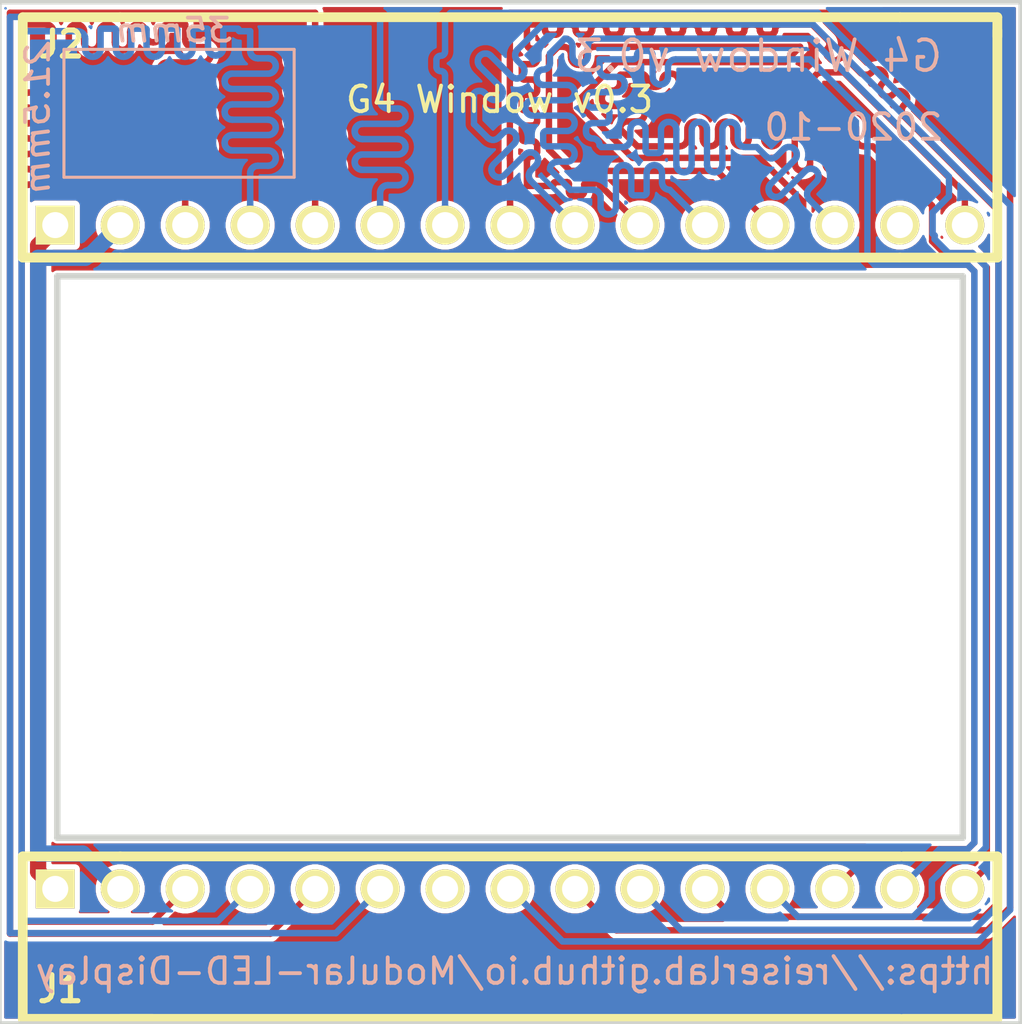
<source format=kicad_pcb>
(kicad_pcb (version 20171130) (host pcbnew 5.1.7)
  (layers (0 F.Cu signal) (31 B.Cu signal) (34 B.Paste user hide) (35 F.Paste user hide) (36 B.SilkS user) (37 F.SilkS user hide) (38 B.Mask user hide) (39 F.Mask user hide) (44 Edge.Cuts user hide))
  (net 0 "")
  (net 1 /EXT_INTO)
  (net 2 /CS7)
  (net 3 /CS6)
  (net 4 /CS5)
  (net 5 /CS4)
  (net 6 /CS3)
  (net 7 /CS2)
  (net 8 /CS1)
  (net 9 /CIPO)
  (net 10 /COPI)
  (net 11 /SCK)
  (net 12 /RESET)
  (net 13 GND)
  (net 14 +5V)
  (module placeholdere-feet:HEADER_TOP (layer F.Cu) (at 70 58.75)
    (fp_text reference J2 (at -17.549 -7.0706) (layer F.SilkS) (effects (font (size 1.016 1.016) (thickness 0.2032))))
    (fp_text value Conn_01x15_Female hide)
    (pad 15 thru_hole circle (at 17.78 0) (size 1.524 1.524) (drill 1.016) (layers *.Cu *.Mask F.SilkS) (net 1 /EXT_INTO))
    (pad 14 thru_hole circle (at 15.24 0) (size 1.524 1.524) (drill 1.016) (layers *.Cu *.Mask F.SilkS))
    (pad 13 thru_hole circle (at 12.7 0) (size 1.524 1.524) (drill 1.016) (layers *.Cu *.Mask F.SilkS) (net 2 /CS7))
    (pad 12 thru_hole circle (at 10.16 0) (size 1.524 1.524) (drill 1.016) (layers *.Cu *.Mask F.SilkS) (net 3 /CS6))
    (pad 11 thru_hole circle (at 7.62 0) (size 1.524 1.524) (drill 1.016) (layers *.Cu *.Mask F.SilkS) (net 4 /CS5))
    (pad 10 thru_hole circle (at 5.08 0) (size 1.524 1.524) (drill 1.016) (layers *.Cu *.Mask F.SilkS) (net 5 /CS4))
    (pad 9 thru_hole circle (at 2.54 0) (size 1.524 1.524) (drill 1.016) (layers *.Cu *.Mask F.SilkS) (net 6 /CS3))
    (pad 8 thru_hole circle (at 0 0) (size 1.524 1.524) (drill 1.016) (layers *.Cu *.Mask F.SilkS) (net 7 /CS2))
    (pad 7 thru_hole circle (at -2.54 0) (size 1.524 1.524) (drill 1.016) (layers *.Cu *.Mask F.SilkS) (net 8 /CS1))
    (pad 6 thru_hole circle (at -5.08 0) (size 1.524 1.524) (drill 1.016) (layers *.Cu *.Mask F.SilkS) (net 9 /CIPO))
    (pad 5 thru_hole circle (at -7.62 0) (size 1.524 1.524) (drill 1.016) (layers *.Cu *.Mask F.SilkS) (net 10 /COPI))
    (pad 4 thru_hole circle (at -10.16 0) (size 1.524 1.524) (drill 1.016) (layers *.Cu *.Mask F.SilkS) (net 11 /SCK))
    (pad 3 thru_hole circle (at -12.7 0) (size 1.524 1.524) (drill 1.016) (layers *.Cu *.Mask F.SilkS) (net 12 /RESET))
    (pad 2 thru_hole circle (at -15.24 0) (size 1.524 1.524) (drill 1.016) (layers *.Cu *.Mask F.SilkS) (net 13 GND))
    (pad 1 thru_hole rect (at -17.78 0) (size 1.524 1.524) (drill 1.016) (layers *.Cu *.Mask F.SilkS) (net 14 +5V))
  )
  (module placeholdere-feet:HEADER_BOT (layer F.Cu) (at 70 84.7)
    (fp_text reference J1 (at -17.5744 3.9111) (layer F.SilkS) (effects (font (size 1.016 1.016) (thickness 0.2032))))
    (fp_text value Conn_01x15_Male hide)
    (pad 15 thru_hole circle (at 17.78 0) (size 1.524 1.524) (drill 1.016) (layers *.Cu *.Mask F.SilkS) (net 1 /EXT_INTO))
    (pad 14 thru_hole circle (at 15.24 0) (size 1.524 1.524) (drill 1.016) (layers *.Cu *.Mask F.SilkS) (net 2 /CS7))
    (pad 13 thru_hole circle (at 12.7 0) (size 1.524 1.524) (drill 1.016) (layers *.Cu *.Mask F.SilkS) (net 3 /CS6))
    (pad 12 thru_hole circle (at 10.16 0) (size 1.524 1.524) (drill 1.016) (layers *.Cu *.Mask F.SilkS) (net 4 /CS5))
    (pad 11 thru_hole circle (at 7.62 0) (size 1.524 1.524) (drill 1.016) (layers *.Cu *.Mask F.SilkS) (net 5 /CS4))
    (pad 10 thru_hole circle (at 5.08 0) (size 1.524 1.524) (drill 1.016) (layers *.Cu *.Mask F.SilkS) (net 6 /CS3))
    (pad 9 thru_hole circle (at 2.54 0) (size 1.524 1.524) (drill 1.016) (layers *.Cu *.Mask F.SilkS) (net 7 /CS2))
    (pad 8 thru_hole circle (at 0 0) (size 1.524 1.524) (drill 1.016) (layers *.Cu *.Mask F.SilkS) (net 8 /CS1))
    (pad 7 thru_hole circle (at -2.54 0) (size 1.524 1.524) (drill 1.016) (layers *.Cu *.Mask F.SilkS))
    (pad 6 thru_hole circle (at -5.08 0) (size 1.524 1.524) (drill 1.016) (layers *.Cu *.Mask F.SilkS) (net 9 /CIPO))
    (pad 5 thru_hole circle (at -7.62 0) (size 1.524 1.524) (drill 1.016) (layers *.Cu *.Mask F.SilkS) (net 10 /COPI))
    (pad 4 thru_hole circle (at -10.16 0) (size 1.524 1.524) (drill 1.016) (layers *.Cu *.Mask F.SilkS) (net 11 /SCK))
    (pad 3 thru_hole circle (at -12.7 0) (size 1.524 1.524) (drill 1.016) (layers *.Cu *.Mask F.SilkS) (net 12 /RESET))
    (pad 2 thru_hole circle (at -15.24 0) (size 1.524 1.524) (drill 1.016) (layers *.Cu *.Mask F.SilkS) (net 13 GND))
    (pad 1 thru_hole rect (at -17.78 0) (size 1.524 1.524) (drill 1.016) (layers *.Cu *.Mask F.SilkS) (net 14 +5V))
  )
  (gr_text 21.5mm (at 51.53 54.52 90) (layer B.SilkS) (effects (font (size 0.9 1) (thickness 0.15) italic) (justify mirror)))
  (gr_text 35mm (at 56.89 51.13) (layer B.SilkS) (effects (font (size 0.9 1) (thickness 0.15) italic) (justify mirror)))
  (gr_line (start 61.56 51.88) (end 52.56 51.88) (layer B.SilkS) (width 0.12))
  (gr_line (start 61.56 56.88) (end 61.56 51.88) (layer B.SilkS) (width 0.12))
  (gr_line (start 52.56 56.88) (end 61.56 56.88) (layer B.SilkS) (width 0.12))
  (gr_line (start 52.56 51.88) (end 52.56 56.88) (layer B.SilkS) (width 0.12))
  (gr_text https://reiserlab.github.io/Modular-LED-Display (at 70.17 87.92) (layer B.SilkS) (effects (font (size 1 1)) (justify mirror)))
  (gr_text 2020-10 (at 87 54.92) (layer B.SilkS) (effects (font (size 1 1)) (justify left mirror)))
  (gr_text "G4 Window v0.3" (at 87 52.14) (layer B.SilkS) (effects (font (size 1.2 1.2)) (justify left mirror)))
  (gr_text "G4 Window v0.3\n" (at 69.59 53.84) (layer F.SilkS) (effects (font (size 1 1))))
  (gr_line (start 87.7 60.75) (end 87.7 82.7) (layer Edge.Cuts) (width 0.25))
  (gr_line (start 52.3 60.75) (end 87.7 60.75) (layer Edge.Cuts) (width 0.25))
  (gr_line (start 52.3 82.7) (end 52.3 60.75) (layer Edge.Cuts) (width 0.25))
  (gr_line (start 87.7 82.7) (end 52.3 82.7) (layer Edge.Cuts) (width 0.25))
  (gr_line (start 90 50) (end 90 90) (layer Edge.Cuts) (width 0.25))
  (gr_line (start 50 50) (end 90 50) (layer Edge.Cuts) (width 0.25))
  (gr_line (start 50 50) (end 50 90) (layer Edge.Cuts) (width 0.25))
  (gr_line (start 50 90) (end 90 90) (layer Edge.Cuts) (width 0.25))
  (segment (start 87.78 57.511306) (end 87.78 58.75) (width 0.25) (layer F.Cu) (net 1))
  (segment (start 83.048694 52.78) (end 87.78 57.511306) (width 0.25) (layer F.Cu) (net 1))
  (segment (start 82.109653 52.787521) (end 82.17641 52.78) (width 0.25) (layer F.Cu) (net 1))
  (segment (start 82.046244 52.809709) (end 82.109653 52.787521) (width 0.25) (layer F.Cu) (net 1))
  (segment (start 81.989363 52.84545) (end 82.046244 52.809709) (width 0.25) (layer F.Cu) (net 1))
  (segment (start 81.883931 53.013243) (end 81.906119 52.949834) (width 0.25) (layer F.Cu) (net 1))
  (segment (start 81.87641 53.08) (end 81.883931 53.013243) (width 0.25) (layer F.Cu) (net 1))
  (segment (start 81.810959 53.632767) (end 81.8467 53.575886) (width 0.25) (layer F.Cu) (net 1))
  (segment (start 81.763456 53.68027) (end 81.810959 53.632767) (width 0.25) (layer F.Cu) (net 1))
  (segment (start 81.706575 53.716011) (end 81.763456 53.68027) (width 0.25) (layer F.Cu) (net 1))
  (segment (start 81.389363 53.68027) (end 81.446244 53.716011) (width 0.25) (layer F.Cu) (net 1))
  (segment (start 81.34186 53.632767) (end 81.389363 53.68027) (width 0.25) (layer F.Cu) (net 1))
  (segment (start 81.27641 53.08) (end 81.27641 53.445721) (width 0.25) (layer F.Cu) (net 1))
  (segment (start 81.106575 52.809709) (end 81.163456 52.84545) (width 0.25) (layer F.Cu) (net 1))
  (segment (start 81.043166 52.787521) (end 81.106575 52.809709) (width 0.25) (layer F.Cu) (net 1))
  (segment (start 80.97641 52.78) (end 81.043166 52.787521) (width 0.25) (layer F.Cu) (net 1))
  (segment (start 80.9264 52.83001) (end 80.97641 52.78) (width 0.25) (layer F.Cu) (net 1))
  (segment (start 79.833233 52.837531) (end 79.89999 52.83001) (width 0.25) (layer F.Cu) (net 1))
  (segment (start 79.29999 53.795731) (end 79.366746 53.788209) (width 0.25) (layer F.Cu) (net 1))
  (segment (start 78.992468 53.063253) (end 78.99999 53.13001) (width 0.25) (layer F.Cu) (net 1))
  (segment (start 78.766746 52.837531) (end 78.830155 52.859719) (width 0.25) (layer F.Cu) (net 1))
  (segment (start 78.512943 52.89546) (end 78.569824 52.859719) (width 0.25) (layer F.Cu) (net 1))
  (segment (start 78.39999 53.495731) (end 78.39999 53.13001) (width 0.25) (layer F.Cu) (net 1))
  (segment (start 78.287036 53.73028) (end 78.334539 53.682777) (width 0.25) (layer F.Cu) (net 1))
  (segment (start 77.734539 52.942963) (end 77.77028 52.999844) (width 0.25) (layer F.Cu) (net 1))
  (segment (start 77.49999 52.83001) (end 77.566746 52.837531) (width 0.25) (layer F.Cu) (net 1))
  (segment (start 77.229699 52.999844) (end 77.26544 52.942963) (width 0.25) (layer F.Cu) (net 1))
  (segment (start 77.207511 53.063253) (end 77.229699 52.999844) (width 0.25) (layer F.Cu) (net 1))
  (segment (start 77.192468 53.562487) (end 77.19999 53.495731) (width 0.25) (layer F.Cu) (net 1))
  (segment (start 82.17641 52.78) (end 83.048694 52.78) (width 0.25) (layer F.Cu) (net 1))
  (segment (start 77.17028 53.625896) (end 77.192468 53.562487) (width 0.25) (layer F.Cu) (net 1))
  (segment (start 81.94186 52.892953) (end 81.989363 52.84545) (width 0.25) (layer F.Cu) (net 1))
  (segment (start 76.966746 53.788209) (end 77.030155 53.766021) (width 0.25) (layer F.Cu) (net 1))
  (segment (start 81.906119 52.949834) (end 81.94186 52.892953) (width 0.25) (layer F.Cu) (net 1))
  (segment (start 76.89999 53.795731) (end 76.966746 53.788209) (width 0.25) (layer F.Cu) (net 1))
  (segment (start 81.87641 53.445721) (end 81.87641 53.08) (width 0.25) (layer F.Cu) (net 1))
  (segment (start 76.712943 53.73028) (end 76.769824 53.766021) (width 0.25) (layer F.Cu) (net 1))
  (segment (start 81.868888 53.512477) (end 81.87641 53.445721) (width 0.25) (layer F.Cu) (net 1))
  (segment (start 76.66544 53.682777) (end 76.712943 53.73028) (width 0.25) (layer F.Cu) (net 1))
  (segment (start 81.8467 53.575886) (end 81.868888 53.512477) (width 0.25) (layer F.Cu) (net 1))
  (segment (start 76.629699 53.625896) (end 76.66544 53.682777) (width 0.25) (layer F.Cu) (net 1))
  (segment (start 76.607511 53.562487) (end 76.629699 53.625896) (width 0.25) (layer F.Cu) (net 1))
  (segment (start 76.59999 53.495731) (end 76.607511 53.562487) (width 0.25) (layer F.Cu) (net 1))
  (segment (start 81.57641 53.745721) (end 81.643166 53.738199) (width 0.25) (layer F.Cu) (net 1))
  (segment (start 76.57028 52.999844) (end 76.592468 53.063253) (width 0.25) (layer F.Cu) (net 1))
  (segment (start 81.509653 53.738199) (end 81.57641 53.745721) (width 0.25) (layer F.Cu) (net 1))
  (segment (start 76.534539 52.942963) (end 76.57028 52.999844) (width 0.25) (layer F.Cu) (net 1))
  (segment (start 81.446244 53.716011) (end 81.509653 53.738199) (width 0.25) (layer F.Cu) (net 1))
  (segment (start 76.487036 52.89546) (end 76.534539 52.942963) (width 0.25) (layer F.Cu) (net 1))
  (segment (start 76.054936 52.886266) (end 76.103828 52.855546) (width 0.25) (layer F.Cu) (net 1))
  (segment (start 76.014106 52.927096) (end 76.054936 52.886266) (width 0.25) (layer F.Cu) (net 1))
  (segment (start 75.983386 52.975988) (end 76.014106 52.927096) (width 0.25) (layer F.Cu) (net 1))
  (segment (start 75.964315 53.03049) (end 75.983386 52.975988) (width 0.25) (layer F.Cu) (net 1))
  (segment (start 75.951384 53.14525) (end 75.964315 53.03049) (width 0.25) (layer F.Cu) (net 1))
  (segment (start 75.932313 53.199752) (end 75.951384 53.14525) (width 0.25) (layer F.Cu) (net 1))
  (segment (start 75.901593 53.248644) (end 75.932313 53.199752) (width 0.25) (layer F.Cu) (net 1))
  (segment (start 75.860763 53.289474) (end 75.901593 53.248644) (width 0.25) (layer F.Cu) (net 1))
  (segment (start 75.811871 53.320194) (end 75.860763 53.289474) (width 0.25) (layer F.Cu) (net 1))
  (segment (start 79.30028 55.500155) (end 79.264539 55.557036) (width 0.25) (layer F.Cu) (net 1))
  (segment (start 79.322468 55.436746) (end 79.30028 55.500155) (width 0.25) (layer F.Cu) (net 1))
  (segment (start 79.89999 52.83001) (end 80.9264 52.83001) (width 0.25) (layer F.Cu) (net 1))
  (segment (start 79.359699 54.874103) (end 79.337511 54.937512) (width 0.25) (layer F.Cu) (net 1))
  (segment (start 81.306119 53.575886) (end 81.34186 53.632767) (width 0.25) (layer F.Cu) (net 1))
  (segment (start 76.29999 52.83001) (end 76.366746 52.837531) (width 0.25) (layer F.Cu) (net 1))
  (segment (start 79.62999 54.704269) (end 79.563233 54.71179) (width 0.25) (layer F.Cu) (net 1))
  (segment (start 80.763233 54.71179) (end 80.699824 54.733978) (width 0.25) (layer F.Cu) (net 1))
  (segment (start 79.712943 52.89546) (end 79.769824 52.859719) (width 0.25) (layer F.Cu) (net 1))
  (segment (start 76.760155 55.64028) (end 76.696746 55.662468) (width 0.25) (layer F.Cu) (net 1))
  (segment (start 79.39544 54.817222) (end 79.359699 54.874103) (width 0.25) (layer F.Cu) (net 1))
  (segment (start 81.283931 53.512477) (end 81.306119 53.575886) (width 0.25) (layer F.Cu) (net 1))
  (segment (start 76.21571 52.83001) (end 76.29999 52.83001) (width 0.25) (layer F.Cu) (net 1))
  (segment (start 79.696746 54.71179) (end 79.62999 54.704269) (width 0.25) (layer F.Cu) (net 1))
  (segment (start 79.66544 52.942963) (end 79.712943 52.89546) (width 0.25) (layer F.Cu) (net 1))
  (segment (start 76.817036 55.604539) (end 76.760155 55.64028) (width 0.25) (layer F.Cu) (net 1))
  (segment (start 76.366746 52.837531) (end 76.430155 52.859719) (width 0.25) (layer F.Cu) (net 1))
  (segment (start 79.563233 54.71179) (end 79.499824 54.733978) (width 0.25) (layer F.Cu) (net 1))
  (segment (start 79.337511 54.937512) (end 79.32999 55.004269) (width 0.25) (layer F.Cu) (net 1))
  (segment (start 79.769824 52.859719) (end 79.833233 52.837531) (width 0.25) (layer F.Cu) (net 1))
  (segment (start 76.696746 55.662468) (end 76.62999 55.66999) (width 0.25) (layer F.Cu) (net 1))
  (segment (start 79.817036 54.769719) (end 79.760155 54.733978) (width 0.25) (layer F.Cu) (net 1))
  (segment (start 80.960155 54.733978) (end 80.896746 54.71179) (width 0.25) (layer F.Cu) (net 1))
  (segment (start 81.268888 53.013243) (end 81.27641 53.08) (width 0.25) (layer F.Cu) (net 1))
  (segment (start 79.864539 54.817222) (end 79.817036 54.769719) (width 0.25) (layer F.Cu) (net 1))
  (segment (start 81.017036 54.769719) (end 80.960155 54.733978) (width 0.25) (layer F.Cu) (net 1))
  (segment (start 86.5 59.38) (end 86.5 57.99) (width 0.25) (layer F.Cu) (net 1))
  (segment (start 79.59999 53.13001) (end 79.607511 53.063253) (width 0.25) (layer F.Cu) (net 1))
  (segment (start 83.699824 55.64028) (end 83.642943 55.604539) (width 0.25) (layer F.Cu) (net 1))
  (segment (start 76.922468 55.436746) (end 76.90028 55.500155) (width 0.25) (layer F.Cu) (net 1))
  (segment (start 81.064539 54.817222) (end 81.017036 54.769719) (width 0.25) (layer F.Cu) (net 1))
  (segment (start 79.99544 55.557036) (end 79.959699 55.500155) (width 0.25) (layer F.Cu) (net 1))
  (segment (start 81.159699 56.465877) (end 81.137511 56.402468) (width 0.25) (layer F.Cu) (net 1))
  (segment (start 80.042943 55.604539) (end 79.99544 55.557036) (width 0.25) (layer F.Cu) (net 1))
  (segment (start 80.099824 55.64028) (end 80.042943 55.604539) (width 0.25) (layer F.Cu) (net 1))
  (segment (start 80.163233 55.662468) (end 80.099824 55.64028) (width 0.25) (layer F.Cu) (net 1))
  (segment (start 80.296746 55.662468) (end 80.22999 55.66999) (width 0.25) (layer F.Cu) (net 1))
  (segment (start 82.563233 56.62819) (end 82.499824 56.606002) (width 0.25) (layer F.Cu) (net 1))
  (segment (start 80.360155 55.64028) (end 80.296746 55.662468) (width 0.25) (layer F.Cu) (net 1))
  (segment (start 82.62999 56.635711) (end 82.563233 56.62819) (width 0.25) (layer F.Cu) (net 1))
  (segment (start 80.50028 55.500155) (end 80.464539 55.557036) (width 0.25) (layer F.Cu) (net 1))
  (segment (start 82.817036 56.570261) (end 82.760155 56.606002) (width 0.25) (layer F.Cu) (net 1))
  (segment (start 80.522468 55.436746) (end 80.50028 55.500155) (width 0.25) (layer F.Cu) (net 1))
  (segment (start 81.70028 56.465877) (end 81.664539 56.522758) (width 0.25) (layer F.Cu) (net 1))
  (segment (start 82.864539 56.522758) (end 82.817036 56.570261) (width 0.25) (layer F.Cu) (net 1))
  (segment (start 80.52999 55.36999) (end 80.522468 55.436746) (width 0.25) (layer F.Cu) (net 1))
  (segment (start 81.722468 56.402468) (end 81.70028 56.465877) (width 0.25) (layer F.Cu) (net 1))
  (segment (start 82.90028 56.465877) (end 82.864539 56.522758) (width 0.25) (layer F.Cu) (net 1))
  (segment (start 78.97028 52.999844) (end 78.992468 53.063253) (width 0.25) (layer F.Cu) (net 1))
  (segment (start 77.537511 55.436746) (end 77.52999 55.36999) (width 0.25) (layer F.Cu) (net 1))
  (segment (start 80.52999 55.004269) (end 80.52999 55.36999) (width 0.25) (layer F.Cu) (net 1))
  (segment (start 81.72999 56.335711) (end 81.722468 56.402468) (width 0.25) (layer F.Cu) (net 1))
  (segment (start 82.922468 56.402468) (end 82.90028 56.465877) (width 0.25) (layer F.Cu) (net 1))
  (segment (start 78.934539 52.942963) (end 78.97028 52.999844) (width 0.25) (layer F.Cu) (net 1))
  (segment (start 77.559699 55.500155) (end 77.537511 55.436746) (width 0.25) (layer F.Cu) (net 1))
  (segment (start 81.643166 53.738199) (end 81.706575 53.716011) (width 0.25) (layer F.Cu) (net 1))
  (segment (start 75.757369 53.339265) (end 75.811871 53.320194) (width 0.25) (layer F.Cu) (net 1))
  (segment (start 80.537511 54.937512) (end 80.52999 55.004269) (width 0.25) (layer F.Cu) (net 1))
  (segment (start 81.72999 55.004269) (end 81.72999 56.335711) (width 0.25) (layer F.Cu) (net 1))
  (segment (start 82.92999 56.335711) (end 82.922468 56.402468) (width 0.25) (layer F.Cu) (net 1))
  (segment (start 78.887036 52.89546) (end 78.934539 52.942963) (width 0.25) (layer F.Cu) (net 1))
  (segment (start 77.59544 55.557036) (end 77.559699 55.500155) (width 0.25) (layer F.Cu) (net 1))
  (segment (start 80.559699 54.874103) (end 80.537511 54.937512) (width 0.25) (layer F.Cu) (net 1))
  (segment (start 81.737511 54.937512) (end 81.72999 55.004269) (width 0.25) (layer F.Cu) (net 1))
  (segment (start 82.92999 55.004269) (end 82.92999 56.335711) (width 0.25) (layer F.Cu) (net 1))
  (segment (start 79.096746 55.662468) (end 79.02999 55.66999) (width 0.25) (layer F.Cu) (net 1))
  (segment (start 78.830155 52.859719) (end 78.887036 52.89546) (width 0.25) (layer F.Cu) (net 1))
  (segment (start 77.642943 55.604539) (end 77.59544 55.557036) (width 0.25) (layer F.Cu) (net 1))
  (segment (start 75.55833 53.339265) (end 75.61571 53.345731) (width 0.25) (layer F.Cu) (net 1))
  (segment (start 74.3 52.88641) (end 74.31641 52.87) (width 0.25) (layer F.Cu) (net 1))
  (segment (start 76.430155 52.859719) (end 76.487036 52.89546) (width 0.25) (layer F.Cu) (net 1))
  (segment (start 75.503828 53.320194) (end 75.55833 53.339265) (width 0.25) (layer F.Cu) (net 1))
  (segment (start 80.896746 54.71179) (end 80.82999 54.704269) (width 0.25) (layer F.Cu) (net 1))
  (segment (start 81.27641 53.445721) (end 81.283931 53.512477) (width 0.25) (layer F.Cu) (net 1))
  (segment (start 79.760155 54.733978) (end 79.696746 54.71179) (width 0.25) (layer F.Cu) (net 1))
  (segment (start 79.59999 53.495731) (end 79.59999 53.13001) (width 0.25) (layer F.Cu) (net 1))
  (segment (start 76.92999 55.36999) (end 76.922468 55.436746) (width 0.25) (layer F.Cu) (net 1))
  (segment (start 83.642943 55.604539) (end 83.59544 55.557036) (width 0.25) (layer F.Cu) (net 1))
  (segment (start 79.442943 54.769719) (end 79.39544 54.817222) (width 0.25) (layer F.Cu) (net 1))
  (segment (start 78.46544 52.942963) (end 78.512943 52.89546) (width 0.25) (layer F.Cu) (net 1))
  (segment (start 78.017036 55.604539) (end 77.960155 55.64028) (width 0.25) (layer F.Cu) (net 1))
  (segment (start 79.629699 52.999844) (end 79.66544 52.942963) (width 0.25) (layer F.Cu) (net 1))
  (segment (start 76.864539 55.557036) (end 76.817036 55.604539) (width 0.25) (layer F.Cu) (net 1))
  (segment (start 81.10028 54.874103) (end 81.064539 54.817222) (width 0.25) (layer F.Cu) (net 1))
  (segment (start 83.52999 55.36999) (end 83.52999 55.004269) (width 0.25) (layer F.Cu) (net 1))
  (segment (start 81.122468 54.937512) (end 81.10028 54.874103) (width 0.25) (layer F.Cu) (net 1))
  (segment (start 81.12999 55.004269) (end 81.122468 54.937512) (width 0.25) (layer F.Cu) (net 1))
  (segment (start 76.103828 52.855546) (end 76.15833 52.836475) (width 0.25) (layer F.Cu) (net 1))
  (segment (start 81.12999 56.335711) (end 81.12999 55.004269) (width 0.25) (layer F.Cu) (net 1))
  (segment (start 81.210959 52.892953) (end 81.2467 52.949834) (width 0.25) (layer F.Cu) (net 1))
  (segment (start 79.922468 54.937512) (end 79.90028 54.874103) (width 0.25) (layer F.Cu) (net 1))
  (segment (start 79.592468 53.562487) (end 79.59999 53.495731) (width 0.25) (layer F.Cu) (net 1))
  (segment (start 76.92999 55.004269) (end 76.92999 55.36999) (width 0.25) (layer F.Cu) (net 1))
  (segment (start 81.137511 56.402468) (end 81.12999 56.335711) (width 0.25) (layer F.Cu) (net 1))
  (segment (start 79.959699 55.500155) (end 79.937511 55.436746) (width 0.25) (layer F.Cu) (net 1))
  (segment (start 81.163456 52.84545) (end 81.210959 52.892953) (width 0.25) (layer F.Cu) (net 1))
  (segment (start 79.92999 55.004269) (end 79.922468 54.937512) (width 0.25) (layer F.Cu) (net 1))
  (segment (start 82.30028 54.874103) (end 82.264539 54.817222) (width 0.25) (layer F.Cu) (net 1))
  (segment (start 78.392468 53.562487) (end 78.39999 53.495731) (width 0.25) (layer F.Cu) (net 1))
  (segment (start 78.12999 55.004269) (end 78.12999 55.36999) (width 0.25) (layer F.Cu) (net 1))
  (segment (start 81.363233 56.62819) (end 81.299824 56.606002) (width 0.25) (layer F.Cu) (net 1))
  (segment (start 80.22999 55.66999) (end 80.163233 55.662468) (width 0.25) (layer F.Cu) (net 1))
  (segment (start 81.42999 56.635711) (end 81.363233 56.62819) (width 0.25) (layer F.Cu) (net 1))
  (segment (start 81.664539 56.522758) (end 81.617036 56.570261) (width 0.25) (layer F.Cu) (net 1))
  (segment (start 75.61571 53.345731) (end 75.69999 53.345731) (width 0.25) (layer F.Cu) (net 1))
  (segment (start 75.265721 54.39359) (end 75.258199 54.326833) (width 0.25) (layer F.Cu) (net 1))
  (segment (start 77.687036 52.89546) (end 77.734539 52.942963) (width 0.25) (layer F.Cu) (net 1))
  (segment (start 78.79544 55.557036) (end 78.759699 55.500155) (width 0.25) (layer F.Cu) (net 1))
  (segment (start 74.292479 53.260346) (end 74.3 53.19359) (width 0.25) (layer F.Cu) (net 1))
  (segment (start 79.57028 53.625896) (end 79.592468 53.562487) (width 0.25) (layer F.Cu) (net 1))
  (segment (start 76.937511 54.937512) (end 76.92999 55.004269) (width 0.25) (layer F.Cu) (net 1))
  (segment (start 84.17999 55.66999) (end 83.82999 55.66999) (width 0.25) (layer F.Cu) (net 1))
  (segment (start 83.163233 54.71179) (end 83.099824 54.733978) (width 0.25) (layer F.Cu) (net 1))
  (segment (start 82.02999 54.704269) (end 81.963233 54.71179) (width 0.25) (layer F.Cu) (net 1))
  (segment (start 83.59544 55.557036) (end 83.559699 55.500155) (width 0.25) (layer F.Cu) (net 1))
  (segment (start 76.592468 53.063253) (end 76.59999 53.13001) (width 0.25) (layer F.Cu) (net 1))
  (segment (start 83.52999 55.004269) (end 83.522468 54.937512) (width 0.25) (layer F.Cu) (net 1))
  (segment (start 79.32999 55.36999) (end 79.322468 55.436746) (width 0.25) (layer F.Cu) (net 1))
  (segment (start 82.937511 54.937512) (end 82.92999 55.004269) (width 0.25) (layer F.Cu) (net 1))
  (segment (start 83.82999 55.66999) (end 83.763233 55.662468) (width 0.25) (layer F.Cu) (net 1))
  (segment (start 81.759699 54.874103) (end 81.737511 54.937512) (width 0.25) (layer F.Cu) (net 1))
  (segment (start 77.699824 55.64028) (end 77.642943 55.604539) (width 0.25) (layer F.Cu) (net 1))
  (segment (start 83.559699 55.500155) (end 83.537511 55.436746) (width 0.25) (layer F.Cu) (net 1))
  (segment (start 88.639968 60.411492) (end 88.074457 59.845981) (width 0.25) (layer F.Cu) (net 1))
  (segment (start 79.499824 54.733978) (end 79.442943 54.769719) (width 0.25) (layer F.Cu) (net 1))
  (segment (start 82.096746 54.71179) (end 82.02999 54.704269) (width 0.25) (layer F.Cu) (net 1))
  (segment (start 78.429699 52.999844) (end 78.46544 52.942963) (width 0.25) (layer F.Cu) (net 1))
  (segment (start 78.064539 55.557036) (end 78.017036 55.604539) (width 0.25) (layer F.Cu) (net 1))
  (segment (start 76.90028 55.500155) (end 76.864539 55.557036) (width 0.25) (layer F.Cu) (net 1))
  (segment (start 81.560155 56.606002) (end 81.496746 56.62819) (width 0.25) (layer F.Cu) (net 1))
  (segment (start 77.829699 53.625896) (end 77.86544 53.682777) (width 0.25) (layer F.Cu) (net 1))
  (segment (start 78.664539 54.817222) (end 78.617036 54.769719) (width 0.25) (layer F.Cu) (net 1))
  (segment (start 79.007511 53.562487) (end 79.029699 53.625896) (width 0.25) (layer F.Cu) (net 1))
  (segment (start 77.50028 54.874103) (end 77.464539 54.817222) (width 0.25) (layer F.Cu) (net 1))
  (segment (start 82.442943 56.570261) (end 82.39544 56.522758) (width 0.25) (layer F.Cu) (net 1))
  (segment (start 78.42999 54.704269) (end 78.363233 54.71179) (width 0.25) (layer F.Cu) (net 1))
  (segment (start 80.417036 55.604539) (end 80.360155 55.64028) (width 0.25) (layer F.Cu) (net 1))
  (segment (start 82.696746 56.62819) (end 82.62999 56.635711) (width 0.25) (layer F.Cu) (net 1))
  (segment (start 79.607511 53.063253) (end 79.629699 52.999844) (width 0.25) (layer F.Cu) (net 1))
  (segment (start 83.537511 55.436746) (end 83.52999 55.36999) (width 0.25) (layer F.Cu) (net 1))
  (segment (start 82.39544 56.522758) (end 82.359699 56.465877) (width 0.25) (layer F.Cu) (net 1))
  (segment (start 78.09999 53.795731) (end 78.166746 53.788209) (width 0.25) (layer F.Cu) (net 1))
  (segment (start 78.363233 54.71179) (end 78.299824 54.733978) (width 0.25) (layer F.Cu) (net 1))
  (segment (start 82.99544 54.817222) (end 82.959699 54.874103) (width 0.25) (layer F.Cu) (net 1))
  (segment (start 81.842943 54.769719) (end 81.79544 54.817222) (width 0.25) (layer F.Cu) (net 1))
  (segment (start 78.633233 52.837531) (end 78.69999 52.83001) (width 0.25) (layer F.Cu) (net 1))
  (segment (start 77.82999 55.66999) (end 77.763233 55.662468) (width 0.25) (layer F.Cu) (net 1))
  (segment (start 77.26544 52.942963) (end 77.312943 52.89546) (width 0.25) (layer F.Cu) (net 1))
  (segment (start 76.59999 53.13001) (end 76.59999 53.495731) (width 0.25) (layer F.Cu) (net 1))
  (segment (start 83.522468 54.937512) (end 83.50028 54.874103) (width 0.25) (layer F.Cu) (net 1))
  (segment (start 81.2467 52.949834) (end 81.268888 53.013243) (width 0.25) (layer F.Cu) (net 1))
  (segment (start 79.90028 54.874103) (end 79.864539 54.817222) (width 0.25) (layer F.Cu) (net 1))
  (segment (start 88.074457 59.845981) (end 87.724021 59.845979) (width 0.25) (layer F.Cu) (net 1))
  (segment (start 77.312943 52.89546) (end 77.369824 52.859719) (width 0.25) (layer F.Cu) (net 1))
  (segment (start 83.50028 54.874103) (end 83.464539 54.817222) (width 0.25) (layer F.Cu) (net 1))
  (segment (start 82.959699 54.874103) (end 82.937511 54.937512) (width 0.25) (layer F.Cu) (net 1))
  (segment (start 79.32999 55.004269) (end 79.32999 55.36999) (width 0.25) (layer F.Cu) (net 1))
  (segment (start 78.69999 52.83001) (end 78.766746 52.837531) (width 0.25) (layer F.Cu) (net 1))
  (segment (start 77.763233 55.662468) (end 77.699824 55.64028) (width 0.25) (layer F.Cu) (net 1))
  (segment (start 86.965979 59.845979) (end 86.5 59.38) (width 0.25) (layer F.Cu) (net 1))
  (segment (start 88.639968 83.840032) (end 88.639968 60.411492) (width 0.25) (layer F.Cu) (net 1))
  (segment (start 73.754114 53.523299) (end 73.817523 53.501111) (width 0.25) (layer F.Cu) (net 1))
  (segment (start 81.899824 54.733978) (end 81.842943 54.769719) (width 0.25) (layer F.Cu) (net 1))
  (segment (start 77.433233 52.837531) (end 77.49999 52.83001) (width 0.25) (layer F.Cu) (net 1))
  (segment (start 83.417036 54.769719) (end 83.360155 54.733978) (width 0.25) (layer F.Cu) (net 1))
  (segment (start 79.02999 55.66999) (end 78.963233 55.662468) (width 0.25) (layer F.Cu) (net 1))
  (segment (start 78.569824 52.859719) (end 78.633233 52.837531) (width 0.25) (layer F.Cu) (net 1))
  (segment (start 77.896746 55.662468) (end 77.82999 55.66999) (width 0.25) (layer F.Cu) (net 1))
  (segment (start 81.79544 54.817222) (end 81.759699 54.874103) (width 0.25) (layer F.Cu) (net 1))
  (segment (start 87.724021 59.845979) (end 86.965979 59.845979) (width 0.25) (layer F.Cu) (net 1))
  (segment (start 83.763233 55.662468) (end 83.699824 55.64028) (width 0.25) (layer F.Cu) (net 1))
  (segment (start 80.464539 55.557036) (end 80.417036 55.604539) (width 0.25) (layer F.Cu) (net 1))
  (segment (start 82.760155 56.606002) (end 82.696746 56.62819) (width 0.25) (layer F.Cu) (net 1))
  (segment (start 77.369824 52.859719) (end 77.433233 52.837531) (width 0.25) (layer F.Cu) (net 1))
  (segment (start 83.464539 54.817222) (end 83.417036 54.769719) (width 0.25) (layer F.Cu) (net 1))
  (segment (start 81.617036 56.570261) (end 81.560155 56.606002) (width 0.25) (layer F.Cu) (net 1))
  (segment (start 78.70028 54.874103) (end 78.664539 54.817222) (width 0.25) (layer F.Cu) (net 1))
  (segment (start 78.99999 53.495731) (end 79.007511 53.562487) (width 0.25) (layer F.Cu) (net 1))
  (segment (start 77.522468 54.937512) (end 77.50028 54.874103) (width 0.25) (layer F.Cu) (net 1))
  (segment (start 82.499824 56.606002) (end 82.442943 56.570261) (width 0.25) (layer F.Cu) (net 1))
  (segment (start 81.496746 56.62819) (end 81.42999 56.635711) (width 0.25) (layer F.Cu) (net 1))
  (segment (start 87.78 84.7) (end 88.639968 83.840032) (width 0.25) (layer F.Cu) (net 1))
  (segment (start 77.86544 53.682777) (end 77.912943 53.73028) (width 0.25) (layer F.Cu) (net 1))
  (segment (start 78.617036 54.769719) (end 78.560155 54.733978) (width 0.25) (layer F.Cu) (net 1))
  (segment (start 77.77028 52.999844) (end 77.792468 53.063253) (width 0.25) (layer F.Cu) (net 1))
  (segment (start 78.737511 55.436746) (end 78.72999 55.36999) (width 0.25) (layer F.Cu) (net 1))
  (segment (start 83.042943 54.769719) (end 82.99544 54.817222) (width 0.25) (layer F.Cu) (net 1))
  (segment (start 81.299824 56.606002) (end 81.242943 56.570261) (width 0.25) (layer F.Cu) (net 1))
  (segment (start 79.169824 53.766021) (end 79.233233 53.788209) (width 0.25) (layer F.Cu) (net 1))
  (segment (start 77.296746 54.71179) (end 77.22999 54.704269) (width 0.25) (layer F.Cu) (net 1))
  (segment (start 82.359699 56.465877) (end 82.337511 56.402468) (width 0.25) (layer F.Cu) (net 1))
  (segment (start 78.166746 53.788209) (end 78.230155 53.766021) (width 0.25) (layer F.Cu) (net 1))
  (segment (start 78.299824 54.733978) (end 78.242943 54.769719) (width 0.25) (layer F.Cu) (net 1))
  (segment (start 83.099824 54.733978) (end 83.042943 54.769719) (width 0.25) (layer F.Cu) (net 1))
  (segment (start 77.163233 54.71179) (end 77.099824 54.733978) (width 0.25) (layer F.Cu) (net 1))
  (segment (start 82.32999 56.335711) (end 82.32999 55.004269) (width 0.25) (layer F.Cu) (net 1))
  (segment (start 78.19544 54.817222) (end 78.159699 54.874103) (width 0.25) (layer F.Cu) (net 1))
  (segment (start 81.242943 56.570261) (end 81.19544 56.522758) (width 0.25) (layer F.Cu) (net 1))
  (segment (start 79.233233 53.788209) (end 79.29999 53.795731) (width 0.25) (layer F.Cu) (net 1))
  (segment (start 77.22999 54.704269) (end 77.163233 54.71179) (width 0.25) (layer F.Cu) (net 1))
  (segment (start 86.5 57.99) (end 84.17999 55.66999) (width 0.25) (layer F.Cu) (net 1))
  (segment (start 82.337511 56.402468) (end 82.32999 56.335711) (width 0.25) (layer F.Cu) (net 1))
  (segment (start 78.230155 53.766021) (end 78.287036 53.73028) (width 0.25) (layer F.Cu) (net 1))
  (segment (start 78.242943 54.769719) (end 78.19544 54.817222) (width 0.25) (layer F.Cu) (net 1))
  (segment (start 79.366746 53.788209) (end 79.430155 53.766021) (width 0.25) (layer F.Cu) (net 1))
  (segment (start 77.099824 54.733978) (end 77.042943 54.769719) (width 0.25) (layer F.Cu) (net 1))
  (segment (start 82.32999 55.004269) (end 82.322468 54.937512) (width 0.25) (layer F.Cu) (net 1))
  (segment (start 78.334539 53.682777) (end 78.37028 53.625896) (width 0.25) (layer F.Cu) (net 1))
  (segment (start 78.159699 54.874103) (end 78.137511 54.937512) (width 0.25) (layer F.Cu) (net 1))
  (segment (start 81.19544 56.522758) (end 81.159699 56.465877) (width 0.25) (layer F.Cu) (net 1))
  (segment (start 82.322468 54.937512) (end 82.30028 54.874103) (width 0.25) (layer F.Cu) (net 1))
  (segment (start 78.37028 53.625896) (end 78.392468 53.562487) (width 0.25) (layer F.Cu) (net 1))
  (segment (start 78.137511 54.937512) (end 78.12999 55.004269) (width 0.25) (layer F.Cu) (net 1))
  (segment (start 76.959699 54.874103) (end 76.937511 54.937512) (width 0.25) (layer F.Cu) (net 1))
  (segment (start 74.31641 52.87) (end 74.96 52.87) (width 0.25) (layer F.Cu) (net 1))
  (segment (start 76.15833 52.836475) (end 76.21571 52.83001) (width 0.25) (layer F.Cu) (net 1))
  (segment (start 82.264539 54.817222) (end 82.217036 54.769719) (width 0.25) (layer F.Cu) (net 1))
  (segment (start 78.12999 55.36999) (end 78.122468 55.436746) (width 0.25) (layer F.Cu) (net 1))
  (segment (start 82.217036 54.769719) (end 82.160155 54.733978) (width 0.25) (layer F.Cu) (net 1))
  (segment (start 78.39999 53.13001) (end 78.407511 53.063253) (width 0.25) (layer F.Cu) (net 1))
  (segment (start 78.122468 55.436746) (end 78.10028 55.500155) (width 0.25) (layer F.Cu) (net 1))
  (segment (start 82.160155 54.733978) (end 82.096746 54.71179) (width 0.25) (layer F.Cu) (net 1))
  (segment (start 78.407511 53.063253) (end 78.429699 52.999844) (width 0.25) (layer F.Cu) (net 1))
  (segment (start 78.10028 55.500155) (end 78.064539 55.557036) (width 0.25) (layer F.Cu) (net 1))
  (segment (start 79.487036 53.73028) (end 79.534539 53.682777) (width 0.25) (layer F.Cu) (net 1))
  (segment (start 76.99544 54.817222) (end 76.959699 54.874103) (width 0.25) (layer F.Cu) (net 1))
  (segment (start 79.217036 55.604539) (end 79.160155 55.64028) (width 0.25) (layer F.Cu) (net 1))
  (segment (start 77.792468 53.063253) (end 77.79999 53.13001) (width 0.25) (layer F.Cu) (net 1))
  (segment (start 78.72999 55.36999) (end 78.72999 55.004269) (width 0.25) (layer F.Cu) (net 1))
  (segment (start 81.963233 54.71179) (end 81.899824 54.733978) (width 0.25) (layer F.Cu) (net 1))
  (segment (start 77.960155 55.64028) (end 77.896746 55.662468) (width 0.25) (layer F.Cu) (net 1))
  (segment (start 79.534539 53.682777) (end 79.57028 53.625896) (width 0.25) (layer F.Cu) (net 1))
  (segment (start 79.160155 55.64028) (end 79.096746 55.662468) (width 0.25) (layer F.Cu) (net 1))
  (segment (start 77.52999 55.36999) (end 77.52999 55.004269) (width 0.25) (layer F.Cu) (net 1))
  (segment (start 78.99999 53.13001) (end 78.99999 53.495731) (width 0.25) (layer F.Cu) (net 1))
  (segment (start 77.52999 55.004269) (end 77.522468 54.937512) (width 0.25) (layer F.Cu) (net 1))
  (segment (start 77.464539 54.817222) (end 77.417036 54.769719) (width 0.25) (layer F.Cu) (net 1))
  (segment (start 79.06544 53.682777) (end 79.112943 53.73028) (width 0.25) (layer F.Cu) (net 1))
  (segment (start 77.417036 54.769719) (end 77.360155 54.733978) (width 0.25) (layer F.Cu) (net 1))
  (segment (start 79.112943 53.73028) (end 79.169824 53.766021) (width 0.25) (layer F.Cu) (net 1))
  (segment (start 77.360155 54.733978) (end 77.296746 54.71179) (width 0.25) (layer F.Cu) (net 1))
  (segment (start 79.430155 53.766021) (end 79.487036 53.73028) (width 0.25) (layer F.Cu) (net 1))
  (segment (start 79.264539 55.557036) (end 79.217036 55.604539) (width 0.25) (layer F.Cu) (net 1))
  (segment (start 77.042943 54.769719) (end 76.99544 54.817222) (width 0.25) (layer F.Cu) (net 1))
  (segment (start 79.029699 53.625896) (end 79.06544 53.682777) (width 0.25) (layer F.Cu) (net 1))
  (segment (start 76.62999 55.66999) (end 74.9764 55.66999) (width 0.25) (layer F.Cu) (net 1))
  (segment (start 74.9764 55.66999) (end 74.3 54.99359) (width 0.25) (layer F.Cu) (net 1))
  (segment (start 74.066757 53.486068) (end 74.130166 53.46388) (width 0.25) (layer F.Cu) (net 1))
  (segment (start 80.82999 54.704269) (end 80.763233 54.71179) (width 0.25) (layer F.Cu) (net 1))
  (segment (start 74.3 54.99359) (end 74.307521 54.926833) (width 0.25) (layer F.Cu) (net 1))
  (segment (start 74.307521 54.926833) (end 74.329709 54.863424) (width 0.25) (layer F.Cu) (net 1))
  (segment (start 80.699824 54.733978) (end 80.642943 54.769719) (width 0.25) (layer F.Cu) (net 1))
  (segment (start 74.329709 54.863424) (end 74.36545 54.806543) (width 0.25) (layer F.Cu) (net 1))
  (segment (start 80.642943 54.769719) (end 80.59544 54.817222) (width 0.25) (layer F.Cu) (net 1))
  (segment (start 74.36545 54.806543) (end 74.412953 54.75904) (width 0.25) (layer F.Cu) (net 1))
  (segment (start 80.59544 54.817222) (end 80.559699 54.874103) (width 0.25) (layer F.Cu) (net 1))
  (segment (start 74.412953 54.75904) (end 74.469834 54.723299) (width 0.25) (layer F.Cu) (net 1))
  (segment (start 74.469834 54.723299) (end 74.533243 54.701111) (width 0.25) (layer F.Cu) (net 1))
  (segment (start 74.6 54.69359) (end 74.965721 54.69359) (width 0.25) (layer F.Cu) (net 1))
  (segment (start 74.965721 54.69359) (end 75.032477 54.686068) (width 0.25) (layer F.Cu) (net 1))
  (segment (start 75.032477 54.686068) (end 75.095886 54.66388) (width 0.25) (layer F.Cu) (net 1))
  (segment (start 75.095886 54.66388) (end 75.152767 54.628139) (width 0.25) (layer F.Cu) (net 1))
  (segment (start 75.152767 54.628139) (end 75.20027 54.580636) (width 0.25) (layer F.Cu) (net 1))
  (segment (start 75.20027 54.580636) (end 75.236011 54.523755) (width 0.25) (layer F.Cu) (net 1))
  (segment (start 83.360155 54.733978) (end 83.296746 54.71179) (width 0.25) (layer F.Cu) (net 1))
  (segment (start 78.963233 55.662468) (end 78.899824 55.64028) (width 0.25) (layer F.Cu) (net 1))
  (segment (start 74.187047 53.428139) (end 74.23455 53.380636) (width 0.25) (layer F.Cu) (net 1))
  (segment (start 75.236011 54.523755) (end 75.258199 54.460346) (width 0.25) (layer F.Cu) (net 1))
  (segment (start 77.566746 52.837531) (end 77.630155 52.859719) (width 0.25) (layer F.Cu) (net 1))
  (segment (start 78.899824 55.64028) (end 78.842943 55.604539) (width 0.25) (layer F.Cu) (net 1))
  (segment (start 83.296746 54.71179) (end 83.22999 54.704269) (width 0.25) (layer F.Cu) (net 1))
  (segment (start 74.23455 53.380636) (end 74.270291 53.323755) (width 0.25) (layer F.Cu) (net 1))
  (segment (start 75.258199 54.460346) (end 75.265721 54.39359) (width 0.25) (layer F.Cu) (net 1))
  (segment (start 77.630155 52.859719) (end 77.687036 52.89546) (width 0.25) (layer F.Cu) (net 1))
  (segment (start 78.842943 55.604539) (end 78.79544 55.557036) (width 0.25) (layer F.Cu) (net 1))
  (segment (start 83.22999 54.704269) (end 83.163233 54.71179) (width 0.25) (layer F.Cu) (net 1))
  (segment (start 74.270291 53.323755) (end 74.292479 53.260346) (width 0.25) (layer F.Cu) (net 1))
  (segment (start 75.69999 53.345731) (end 75.757369 53.339265) (width 0.25) (layer F.Cu) (net 1))
  (segment (start 75.258199 54.326833) (end 75.236011 54.263424) (width 0.25) (layer F.Cu) (net 1))
  (segment (start 75.236011 54.263424) (end 75.20027 54.206543) (width 0.25) (layer F.Cu) (net 1))
  (segment (start 75.20027 54.206543) (end 75.152767 54.15904) (width 0.25) (layer F.Cu) (net 1))
  (segment (start 75.152767 54.15904) (end 75.095886 54.123299) (width 0.25) (layer F.Cu) (net 1))
  (segment (start 77.79999 53.13001) (end 77.79999 53.495731) (width 0.25) (layer F.Cu) (net 1))
  (segment (start 78.72999 55.004269) (end 78.722468 54.937512) (width 0.25) (layer F.Cu) (net 1))
  (segment (start 74.99999 52.83001) (end 75.09999 52.83001) (width 0.25) (layer F.Cu) (net 1))
  (segment (start 75.095886 54.123299) (end 75.032477 54.101111) (width 0.25) (layer F.Cu) (net 1))
  (segment (start 77.79999 53.495731) (end 77.807511 53.562487) (width 0.25) (layer F.Cu) (net 1))
  (segment (start 78.722468 54.937512) (end 78.70028 54.874103) (width 0.25) (layer F.Cu) (net 1))
  (segment (start 75.09999 52.83001) (end 75.157369 52.836475) (width 0.25) (layer F.Cu) (net 1))
  (segment (start 79.937511 55.436746) (end 79.92999 55.36999) (width 0.25) (layer F.Cu) (net 1))
  (segment (start 75.032477 54.101111) (end 74.965721 54.09359) (width 0.25) (layer F.Cu) (net 1))
  (segment (start 79.92999 55.36999) (end 79.92999 55.004269) (width 0.25) (layer F.Cu) (net 1))
  (segment (start 74.965721 54.09359) (end 73.884279 54.09359) (width 0.25) (layer F.Cu) (net 1))
  (segment (start 73.884279 54.09359) (end 73.817523 54.086068) (width 0.25) (layer F.Cu) (net 1))
  (segment (start 76.769824 53.766021) (end 76.833233 53.788209) (width 0.25) (layer F.Cu) (net 1))
  (segment (start 73.817523 54.086068) (end 73.754114 54.06388) (width 0.25) (layer F.Cu) (net 1))
  (segment (start 76.833233 53.788209) (end 76.89999 53.795731) (width 0.25) (layer F.Cu) (net 1))
  (segment (start 73.754114 54.06388) (end 73.697233 54.028139) (width 0.25) (layer F.Cu) (net 1))
  (segment (start 73.697233 54.028139) (end 73.64973 53.980636) (width 0.25) (layer F.Cu) (net 1))
  (segment (start 73.64973 53.980636) (end 73.613989 53.923755) (width 0.25) (layer F.Cu) (net 1))
  (segment (start 77.030155 53.766021) (end 77.087036 53.73028) (width 0.25) (layer F.Cu) (net 1))
  (segment (start 73.613989 53.923755) (end 73.591801 53.860346) (width 0.25) (layer F.Cu) (net 1))
  (segment (start 77.087036 53.73028) (end 77.134539 53.682777) (width 0.25) (layer F.Cu) (net 1))
  (segment (start 73.591801 53.860346) (end 73.584279 53.79359) (width 0.25) (layer F.Cu) (net 1))
  (segment (start 77.134539 53.682777) (end 77.17028 53.625896) (width 0.25) (layer F.Cu) (net 1))
  (segment (start 73.584279 53.79359) (end 73.591801 53.726833) (width 0.25) (layer F.Cu) (net 1))
  (segment (start 73.591801 53.726833) (end 73.613989 53.663424) (width 0.25) (layer F.Cu) (net 1))
  (segment (start 73.613989 53.663424) (end 73.64973 53.606543) (width 0.25) (layer F.Cu) (net 1))
  (segment (start 77.19999 53.495731) (end 77.19999 53.13001) (width 0.25) (layer F.Cu) (net 1))
  (segment (start 73.64973 53.606543) (end 73.697233 53.55904) (width 0.25) (layer F.Cu) (net 1))
  (segment (start 77.19999 53.13001) (end 77.207511 53.063253) (width 0.25) (layer F.Cu) (net 1))
  (segment (start 73.697233 53.55904) (end 73.754114 53.523299) (width 0.25) (layer F.Cu) (net 1))
  (segment (start 73.817523 53.501111) (end 73.884279 53.49359) (width 0.25) (layer F.Cu) (net 1))
  (segment (start 73.884279 53.49359) (end 74 53.49359) (width 0.25) (layer F.Cu) (net 1))
  (segment (start 74 53.49359) (end 74.066757 53.486068) (width 0.25) (layer F.Cu) (net 1))
  (segment (start 74.130166 53.46388) (end 74.187047 53.428139) (width 0.25) (layer F.Cu) (net 1))
  (segment (start 78.759699 55.500155) (end 78.737511 55.436746) (width 0.25) (layer F.Cu) (net 1))
  (segment (start 74.3 53.19359) (end 74.3 52.88641) (width 0.25) (layer F.Cu) (net 1))
  (segment (start 74.533243 54.701111) (end 74.6 54.69359) (width 0.25) (layer F.Cu) (net 1))
  (segment (start 74.96 52.87) (end 74.99999 52.83001) (width 0.25) (layer F.Cu) (net 1))
  (segment (start 77.807511 53.562487) (end 77.829699 53.625896) (width 0.25) (layer F.Cu) (net 1))
  (segment (start 75.157369 52.836475) (end 75.211871 52.855546) (width 0.25) (layer F.Cu) (net 1))
  (segment (start 75.211871 52.855546) (end 75.260763 52.886266) (width 0.25) (layer F.Cu) (net 1))
  (segment (start 75.260763 52.886266) (end 75.301593 52.927096) (width 0.25) (layer F.Cu) (net 1))
  (segment (start 77.912943 53.73028) (end 77.969824 53.766021) (width 0.25) (layer F.Cu) (net 1))
  (segment (start 78.560155 54.733978) (end 78.496746 54.71179) (width 0.25) (layer F.Cu) (net 1))
  (segment (start 75.301593 52.927096) (end 75.332313 52.975988) (width 0.25) (layer F.Cu) (net 1))
  (segment (start 77.969824 53.766021) (end 78.033233 53.788209) (width 0.25) (layer F.Cu) (net 1))
  (segment (start 78.496746 54.71179) (end 78.42999 54.704269) (width 0.25) (layer F.Cu) (net 1))
  (segment (start 75.332313 52.975988) (end 75.351384 53.03049) (width 0.25) (layer F.Cu) (net 1))
  (segment (start 78.033233 53.788209) (end 78.09999 53.795731) (width 0.25) (layer F.Cu) (net 1))
  (segment (start 75.351384 53.03049) (end 75.364315 53.14525) (width 0.25) (layer F.Cu) (net 1))
  (segment (start 75.364315 53.14525) (end 75.383386 53.199752) (width 0.25) (layer F.Cu) (net 1))
  (segment (start 75.383386 53.199752) (end 75.414106 53.248644) (width 0.25) (layer F.Cu) (net 1))
  (segment (start 75.414106 53.248644) (end 75.454936 53.289474) (width 0.25) (layer F.Cu) (net 1))
  (segment (start 75.454936 53.289474) (end 75.503828 53.320194) (width 0.25) (layer F.Cu) (net 1))
  (segment (start 87.887228 60.29799) (end 88.15201 60.562772) (width 0.254) (layer B.Cu) (net 2))
  (segment (start 88.15201 60.562772) (end 88.15201 82.887228) (width 0.254) (layer B.Cu) (net 2))
  (segment (start 88.15201 82.887228) (end 87.887228 83.15201) (width 0.254) (layer B.Cu) (net 2))
  (segment (start 87.887228 83.15201) (end 86.78799 83.15201) (width 0.254) (layer B.Cu) (net 2))
  (segment (start 86.78799 83.15201) (end 85.24 84.7) (width 0.254) (layer B.Cu) (net 2))
  (segment (start 84.24799 60.29799) (end 87.887228 60.29799) (width 0.254) (layer B.Cu) (net 2))
  (segment (start 83.97 60.02) (end 84.24799 60.29799) (width 0.254) (layer B.Cu) (net 2))
  (segment (start 76.167478 53.020741) (end 76.175 52.953985) (width 0.25) (layer B.Cu) (net 2))
  (segment (start 76.14529 53.08415) (end 76.167478 53.020741) (width 0.25) (layer B.Cu) (net 2))
  (segment (start 76.005165 53.224275) (end 76.062046 53.188534) (width 0.25) (layer B.Cu) (net 2))
  (segment (start 75.687953 53.188534) (end 75.744834 53.224275) (width 0.25) (layer B.Cu) (net 2))
  (segment (start 75.575 52.27) (end 75.575 52.953985) (width 0.25) (layer B.Cu) (net 2))
  (segment (start 75.566992 52.27) (end 75.575 52.27) (width 0.25) (layer B.Cu) (net 2))
  (segment (start 75.566992 52.103008) (end 75.566992 52.27) (width 0.25) (layer B.Cu) (net 2))
  (segment (start 75.562805 52.065848) (end 75.566992 52.103008) (width 0.25) (layer B.Cu) (net 2))
  (segment (start 75.550454 52.030552) (end 75.562805 52.065848) (width 0.25) (layer B.Cu) (net 2))
  (segment (start 75.4 51.936015) (end 75.437159 51.940202) (width 0.25) (layer B.Cu) (net 2))
  (segment (start 75.029866 51.972448) (end 75.061528 51.952553) (width 0.25) (layer B.Cu) (net 2))
  (segment (start 75.003424 51.99889) (end 75.029866 51.972448) (width 0.25) (layer B.Cu) (net 2))
  (segment (start 74.962805 52.140168) (end 74.971178 52.065848) (width 0.25) (layer B.Cu) (net 2))
  (segment (start 74.930559 52.207126) (end 74.950454 52.175464) (width 0.25) (layer B.Cu) (net 2))
  (segment (start 74.904117 52.233568) (end 74.930559 52.207126) (width 0.25) (layer B.Cu) (net 2))
  (segment (start 74.872455 52.253463) (end 74.904117 52.233568) (width 0.25) (layer B.Cu) (net 2))
  (segment (start 74.8 52.27) (end 74.837159 52.265814) (width 0.25) (layer B.Cu) (net 2))
  (segment (start 73.5 52.27) (end 74.8 52.27) (width 0.25) (layer B.Cu) (net 2))
  (segment (start 73.5 52.655) (end 73.5 52.27) (width 0.25) (layer B.Cu) (net 2))
  (segment (start 73.507521 52.721756) (end 73.5 52.655) (width 0.25) (layer B.Cu) (net 2))
  (segment (start 73.529709 52.785165) (end 73.507521 52.721756) (width 0.25) (layer B.Cu) (net 2))
  (segment (start 73.56545 52.842046) (end 73.529709 52.785165) (width 0.25) (layer B.Cu) (net 2))
  (segment (start 73.669834 52.92529) (end 73.612953 52.889549) (width 0.25) (layer B.Cu) (net 2))
  (segment (start 73.733243 52.947478) (end 73.669834 52.92529) (width 0.25) (layer B.Cu) (net 2))
  (segment (start 77.092478 56.450742) (end 77.07029 56.514151) (width 0.25) (layer B.Cu) (net 2))
  (segment (start 76.866756 56.676464) (end 76.8 56.683985) (width 0.25) (layer B.Cu) (net 2))
  (segment (start 81.792975 56.54397) (end 81.725796 56.54397) (width 0.25) (layer B.Cu) (net 2))
  (segment (start 81.009939 55.71039) (end 80.944445 55.695441) (width 0.25) (layer B.Cu) (net 2))
  (segment (start 76.56545 56.571032) (end 76.529709 56.514151) (width 0.25) (layer B.Cu) (net 2))
  (segment (start 75.3 55.816993) (end 75.3 55.016015) (width 0.25) (layer B.Cu) (net 2))
  (segment (start 77.1 56.383985) (end 77.092478 56.450742) (width 0.25) (layer B.Cu) (net 2))
  (segment (start 76.930165 56.654276) (end 76.866756 56.676464) (width 0.25) (layer B.Cu) (net 2))
  (segment (start 77.1 55.016015) (end 77.1 56.383985) (width 0.25) (layer B.Cu) (net 2))
  (segment (start 76.987046 56.618535) (end 76.930165 56.654276) (width 0.25) (layer B.Cu) (net 2))
  (segment (start 81.164873 55.833945) (end 81.122988 55.781423) (width 0.25) (layer B.Cu) (net 2))
  (segment (start 75.325523 55.889937) (end 75.311585 55.867754) (width 0.25) (layer B.Cu) (net 2))
  (segment (start 76.204709 52.439834) (end 76.24045 52.382953) (width 0.25) (layer B.Cu) (net 2))
  (segment (start 77.129709 54.885849) (end 77.107521 54.949258) (width 0.25) (layer B.Cu) (net 2))
  (segment (start 81.194021 55.894471) (end 81.164873 55.833945) (width 0.25) (layer B.Cu) (net 2))
  (segment (start 75.344048 55.908462) (end 75.325523 55.889937) (width 0.25) (layer B.Cu) (net 2))
  (segment (start 77.212953 54.781465) (end 77.16545 54.828968) (width 0.25) (layer B.Cu) (net 2))
  (segment (start 77.333243 54.723536) (end 77.269834 54.745724) (width 0.25) (layer B.Cu) (net 2))
  (segment (start 75.783008 55.933985) (end 75.416992 55.933985) (width 0.25) (layer B.Cu) (net 2))
  (segment (start 74.530165 55.67029) (end 74.466756 55.692478) (width 0.25) (layer B.Cu) (net 2))
  (segment (start 77.4 54.716015) (end 77.333243 54.723536) (width 0.25) (layer B.Cu) (net 2))
  (segment (start 78.533243 54.723536) (end 78.469834 54.745724) (width 0.25) (layer B.Cu) (net 2))
  (segment (start 75.809041 55.931052) (end 75.783008 55.933985) (width 0.25) (layer B.Cu) (net 2))
  (segment (start 77.466756 54.723536) (end 77.4 54.716015) (width 0.25) (layer B.Cu) (net 2))
  (segment (start 78.6 54.716015) (end 78.533243 54.723536) (width 0.25) (layer B.Cu) (net 2))
  (segment (start 75.833768 55.9224) (end 75.809041 55.931052) (width 0.25) (layer B.Cu) (net 2))
  (segment (start 77.67029 54.885849) (end 77.634549 54.828968) (width 0.25) (layer B.Cu) (net 2))
  (segment (start 75.897066 55.843027) (end 75.888414 55.867754) (width 0.25) (layer B.Cu) (net 2))
  (segment (start 77.692478 54.949258) (end 77.67029 54.885849) (width 0.25) (layer B.Cu) (net 2))
  (segment (start 75.9 55.816993) (end 75.897066 55.843027) (width 0.25) (layer B.Cu) (net 2))
  (segment (start 77.707521 56.450742) (end 77.7 56.383985) (width 0.25) (layer B.Cu) (net 2))
  (segment (start 78.9 55.4) (end 78.9 55.016015) (width 0.25) (layer B.Cu) (net 2))
  (segment (start 75.929709 54.885849) (end 75.907521 54.949258) (width 0.25) (layer B.Cu) (net 2))
  (segment (start 74.812953 54.781465) (end 74.76545 54.828968) (width 0.25) (layer B.Cu) (net 2))
  (segment (start 77.729709 56.514151) (end 77.707521 56.450742) (width 0.25) (layer B.Cu) (net 2))
  (segment (start 78.907521 55.466756) (end 78.9 55.4) (width 0.25) (layer B.Cu) (net 2))
  (segment (start 75.96545 54.828968) (end 75.929709 54.885849) (width 0.25) (layer B.Cu) (net 2))
  (segment (start 73.8 52.955) (end 73.733243 52.947478) (width 0.25) (layer B.Cu) (net 2))
  (segment (start 77.76545 56.571032) (end 77.729709 56.514151) (width 0.25) (layer B.Cu) (net 2))
  (segment (start 74.183985 52.955) (end 73.8 52.955) (width 0.25) (layer B.Cu) (net 2))
  (segment (start 77.812953 56.618535) (end 77.76545 56.571032) (width 0.25) (layer B.Cu) (net 2))
  (segment (start 75 54.716015) (end 74.933243 54.723536) (width 0.25) (layer B.Cu) (net 2))
  (segment (start 77.869834 56.654276) (end 77.812953 56.618535) (width 0.25) (layer B.Cu) (net 2))
  (segment (start 79.012953 55.634549) (end 78.96545 55.587046) (width 0.25) (layer B.Cu) (net 2))
  (segment (start 75.066756 54.723536) (end 75 54.716015) (width 0.25) (layer B.Cu) (net 2))
  (segment (start 77.933243 56.676464) (end 77.869834 56.654276) (width 0.25) (layer B.Cu) (net 2))
  (segment (start 79.069834 55.67029) (end 79.012953 55.634549) (width 0.25) (layer B.Cu) (net 2))
  (segment (start 78 56.683985) (end 77.933243 56.676464) (width 0.25) (layer B.Cu) (net 2))
  (segment (start 78.130165 56.654276) (end 78.066756 56.676464) (width 0.25) (layer B.Cu) (net 2))
  (segment (start 78.187046 56.618535) (end 78.130165 56.654276) (width 0.25) (layer B.Cu) (net 2))
  (segment (start 76.733243 56.676464) (end 76.669834 56.654276) (width 0.25) (layer B.Cu) (net 2))
  (segment (start 74.454275 53.124834) (end 74.418534 53.067953) (width 0.25) (layer B.Cu) (net 2))
  (segment (start 78.3 55.016015) (end 78.3 56.383985) (width 0.25) (layer B.Cu) (net 2))
  (segment (start 78.412953 54.781465) (end 78.36545 54.828968) (width 0.25) (layer B.Cu) (net 2))
  (segment (start 78.469834 54.745724) (end 78.412953 54.781465) (width 0.25) (layer B.Cu) (net 2))
  (segment (start 78.666756 54.723536) (end 78.6 54.716015) (width 0.25) (layer B.Cu) (net 2))
  (segment (start 77.530165 54.745724) (end 77.466756 54.723536) (width 0.25) (layer B.Cu) (net 2))
  (segment (start 75.855951 55.908462) (end 75.833768 55.9224) (width 0.25) (layer B.Cu) (net 2))
  (segment (start 78.834549 54.828968) (end 78.787046 54.781465) (width 0.25) (layer B.Cu) (net 2))
  (segment (start 78.87029 54.885849) (end 78.834549 54.828968) (width 0.25) (layer B.Cu) (net 2))
  (segment (start 78.892478 54.949258) (end 78.87029 54.885849) (width 0.25) (layer B.Cu) (net 2))
  (segment (start 78.9 55.016015) (end 78.892478 54.949258) (width 0.25) (layer B.Cu) (net 2))
  (segment (start 78.929709 55.530165) (end 78.907521 55.466756) (width 0.25) (layer B.Cu) (net 2))
  (segment (start 78.96545 55.587046) (end 78.929709 55.530165) (width 0.25) (layer B.Cu) (net 2))
  (segment (start 79.133243 55.692478) (end 79.069834 55.67029) (width 0.25) (layer B.Cu) (net 2))
  (segment (start 79.2 55.7) (end 79.133243 55.692478) (width 0.25) (layer B.Cu) (net 2))
  (segment (start 74.707521 54.949258) (end 74.7 55.016015) (width 0.25) (layer B.Cu) (net 2))
  (segment (start 82.042551 56.743) (end 82.013403 56.682474) (width 0.25) (layer B.Cu) (net 2))
  (segment (start 80.00294 56.052941) (end 79.65 55.7) (width 0.25) (layer B.Cu) (net 2))
  (segment (start 80.055462 56.094826) (end 80.00294 56.052941) (width 0.25) (layer B.Cu) (net 2))
  (segment (start 75.302933 55.843027) (end 75.3 55.816993) (width 0.25) (layer B.Cu) (net 2))
  (segment (start 80.191043 57.561898) (end 80.149156 57.509374) (width 0.25) (layer B.Cu) (net 2))
  (segment (start 78.27029 56.514151) (end 78.234549 56.571032) (width 0.25) (layer B.Cu) (net 2))
  (segment (start 80.115988 56.123974) (end 80.055462 56.094826) (width 0.25) (layer B.Cu) (net 2))
  (segment (start 75.311585 55.867754) (end 75.302933 55.843027) (width 0.25) (layer B.Cu) (net 2))
  (segment (start 80.243566 57.603783) (end 80.191043 57.561898) (width 0.25) (layer B.Cu) (net 2))
  (segment (start 78.292478 56.450742) (end 78.27029 56.514151) (width 0.25) (layer B.Cu) (net 2))
  (segment (start 80.304092 57.632931) (end 80.243566 57.603783) (width 0.25) (layer B.Cu) (net 2))
  (segment (start 77.16545 54.828968) (end 77.129709 54.885849) (width 0.25) (layer B.Cu) (net 2))
  (segment (start 81.20897 55.959966) (end 81.194021 55.894471) (width 0.25) (layer B.Cu) (net 2))
  (segment (start 74.950454 52.175464) (end 74.962805 52.140168) (width 0.25) (layer B.Cu) (net 2))
  (segment (start 81.658114 57.697477) (end 81.628967 57.636951) (width 0.25) (layer B.Cu) (net 2))
  (segment (start 76.069834 54.745724) (end 76.012953 54.781465) (width 0.25) (layer B.Cu) (net 2))
  (segment (start 74.183985 53.555) (end 74.250741 53.547478) (width 0.25) (layer B.Cu) (net 2))
  (segment (start 81.725796 56.54397) (end 81.660302 56.558919) (width 0.25) (layer B.Cu) (net 2))
  (segment (start 82.013403 57.001694) (end 82.042551 56.941168) (width 0.25) (layer B.Cu) (net 2))
  (segment (start 76.387046 54.781465) (end 76.330165 54.745724) (width 0.25) (layer B.Cu) (net 2))
  (segment (start 73.024265 53.655525) (end 73.066541 53.613249) (width 0.25) (layer B.Cu) (net 2))
  (segment (start 80.615307 57.561898) (end 80.562784 57.603782) (width 0.25) (layer B.Cu) (net 2))
  (segment (start 80.698723 55.781423) (end 80.427204 56.052941) (width 0.25) (layer B.Cu) (net 2))
  (segment (start 75.187046 54.781465) (end 75.130165 54.745724) (width 0.25) (layer B.Cu) (net 2))
  (segment (start 74.31415 52.984709) (end 74.250741 52.962521) (width 0.25) (layer B.Cu) (net 2))
  (segment (start 81.660302 56.558919) (end 81.599776 56.588066) (width 0.25) (layer B.Cu) (net 2))
  (segment (start 78.066756 56.676464) (end 78 56.683985) (width 0.25) (layer B.Cu) (net 2))
  (segment (start 82.7 58.75) (end 81.7 57.75) (width 0.25) (layer B.Cu) (net 2))
  (segment (start 79.65 55.7) (end 79.2 55.7) (width 0.25) (layer B.Cu) (net 2))
  (segment (start 82.042551 56.941168) (end 82.0575 56.875673) (width 0.25) (layer B.Cu) (net 2))
  (segment (start 80.181483 56.138923) (end 80.115988 56.123974) (width 0.25) (layer B.Cu) (net 2))
  (segment (start 81.7 57.75) (end 81.658114 57.697477) (width 0.25) (layer B.Cu) (net 2))
  (segment (start 75.9 55.016015) (end 75.9 55.816993) (width 0.25) (layer B.Cu) (net 2))
  (segment (start 74.729709 54.885849) (end 74.707521 54.949258) (width 0.25) (layer B.Cu) (net 2))
  (segment (start 76.012953 54.781465) (end 75.96545 54.828968) (width 0.25) (layer B.Cu) (net 2))
  (segment (start 74.250741 53.547478) (end 74.31415 53.52529) (width 0.25) (layer B.Cu) (net 2))
  (segment (start 78.234549 56.571032) (end 78.187046 56.618535) (width 0.25) (layer B.Cu) (net 2))
  (segment (start 75.366231 55.9224) (end 75.344048 55.908462) (width 0.25) (layer B.Cu) (net 2))
  (segment (start 80.436764 57.647878) (end 80.369586 57.647879) (width 0.25) (layer B.Cu) (net 2))
  (segment (start 80.314156 56.123974) (end 80.248661 56.138923) (width 0.25) (layer B.Cu) (net 2))
  (segment (start 74.933243 54.723536) (end 74.869834 54.745724) (width 0.25) (layer B.Cu) (net 2))
  (segment (start 81.7 57.325735) (end 81.971518 57.054216) (width 0.25) (layer B.Cu) (net 2))
  (segment (start 81.971518 56.629952) (end 81.918995 56.588066) (width 0.25) (layer B.Cu) (net 2))
  (segment (start 75.292478 54.949258) (end 75.27029 54.885849) (width 0.25) (layer B.Cu) (net 2))
  (segment (start 80.10506 57.383354) (end 80.105061 57.316176) (width 0.25) (layer B.Cu) (net 2))
  (segment (start 81.72 52.27) (end 83.97 54.52) (width 0.25) (layer B.Cu) (net 2))
  (segment (start 80.120009 57.250681) (end 80.149157 57.190156) (width 0.25) (layer B.Cu) (net 2))
  (segment (start 75.874476 55.889937) (end 75.855951 55.908462) (width 0.25) (layer B.Cu) (net 2))
  (segment (start 82.0575 56.808495) (end 82.042551 56.743) (width 0.25) (layer B.Cu) (net 2))
  (segment (start 78.730165 54.745724) (end 78.666756 54.723536) (width 0.25) (layer B.Cu) (net 2))
  (segment (start 81.614018 57.571457) (end 81.614018 57.504278) (width 0.25) (layer B.Cu) (net 2))
  (segment (start 75.941756 53.246463) (end 76.005165 53.224275) (width 0.25) (layer B.Cu) (net 2))
  (segment (start 77.634549 54.828968) (end 77.587046 54.781465) (width 0.25) (layer B.Cu) (net 2))
  (segment (start 75.888414 55.867754) (end 75.874476 55.889937) (width 0.25) (layer B.Cu) (net 2))
  (segment (start 81.614018 57.504278) (end 81.628967 57.438784) (width 0.25) (layer B.Cu) (net 2))
  (segment (start 81.547253 56.629952) (end 81.063602 57.113602) (width 0.25) (layer B.Cu) (net 2))
  (segment (start 77.7 55.016015) (end 77.692478 54.949258) (width 0.25) (layer B.Cu) (net 2))
  (segment (start 81.858469 56.558919) (end 81.792975 56.54397) (width 0.25) (layer B.Cu) (net 2))
  (segment (start 75.744834 53.224275) (end 75.808243 53.246463) (width 0.25) (layer B.Cu) (net 2))
  (segment (start 73.5 54.763008) (end 73.5 54.755) (width 0.25) (layer B.Cu) (net 2))
  (segment (start 73.612953 52.889549) (end 73.56545 52.842046) (width 0.25) (layer B.Cu) (net 2))
  (segment (start 81.918995 56.588066) (end 81.858469 56.558919) (width 0.25) (layer B.Cu) (net 2))
  (segment (start 77.7 56.383985) (end 77.7 55.016015) (width 0.25) (layer B.Cu) (net 2))
  (segment (start 75.907521 54.949258) (end 75.9 55.016015) (width 0.25) (layer B.Cu) (net 2))
  (segment (start 74.76545 54.828968) (end 74.729709 54.885849) (width 0.25) (layer B.Cu) (net 2))
  (segment (start 82.0575 56.875673) (end 82.0575 56.808495) (width 0.25) (layer B.Cu) (net 2))
  (segment (start 81.628967 57.438784) (end 81.658114 57.378258) (width 0.25) (layer B.Cu) (net 2))
  (segment (start 75.582521 53.020741) (end 75.604709 53.08415) (width 0.25) (layer B.Cu) (net 2))
  (segment (start 73.066541 54.821257) (end 73.117164 54.789448) (width 0.25) (layer B.Cu) (net 2))
  (segment (start 74.587046 55.634549) (end 74.530165 55.67029) (width 0.25) (layer B.Cu) (net 2))
  (segment (start 80.751246 55.739537) (end 80.698723 55.781423) (width 0.25) (layer B.Cu) (net 2))
  (segment (start 81.658114 57.378258) (end 81.7 57.325735) (width 0.25) (layer B.Cu) (net 2))
  (segment (start 78.329709 54.885849) (end 78.307521 54.949258) (width 0.25) (layer B.Cu) (net 2))
  (segment (start 80.427204 56.052941) (end 80.374682 56.094826) (width 0.25) (layer B.Cu) (net 2))
  (segment (start 81.628967 57.636951) (end 81.614018 57.571457) (width 0.25) (layer B.Cu) (net 2))
  (segment (start 80.562784 57.603782) (end 80.502258 57.63293) (width 0.25) (layer B.Cu) (net 2))
  (segment (start 75.130165 54.745724) (end 75.066756 54.723536) (width 0.25) (layer B.Cu) (net 2))
  (segment (start 74.837159 52.265814) (end 74.872455 52.253463) (width 0.25) (layer B.Cu) (net 2))
  (segment (start 81.599776 56.588066) (end 81.547253 56.629952) (width 0.25) (layer B.Cu) (net 2))
  (segment (start 75.390958 55.931052) (end 75.366231 55.9224) (width 0.25) (layer B.Cu) (net 2))
  (segment (start 80.502258 57.63293) (end 80.436764 57.647878) (width 0.25) (layer B.Cu) (net 2))
  (segment (start 80.374682 56.094826) (end 80.314156 56.123974) (width 0.25) (layer B.Cu) (net 2))
  (segment (start 80.369586 57.647879) (end 80.304092 57.632931) (width 0.25) (layer B.Cu) (net 2))
  (segment (start 80.248661 56.138923) (end 80.181483 56.138923) (width 0.25) (layer B.Cu) (net 2))
  (segment (start 82.013403 56.682474) (end 81.971518 56.629952) (width 0.25) (layer B.Cu) (net 2))
  (segment (start 74.371031 53.489549) (end 74.418534 53.442046) (width 0.25) (layer B.Cu) (net 2))
  (segment (start 76.475 52.27) (end 81.72 52.27) (width 0.25) (layer B.Cu) (net 2))
  (segment (start 77.07029 56.514151) (end 77.034549 56.571032) (width 0.25) (layer B.Cu) (net 2))
  (segment (start 80.944445 55.695441) (end 80.877266 55.695441) (width 0.25) (layer B.Cu) (net 2))
  (segment (start 76.8 56.683985) (end 76.733243 56.676464) (width 0.25) (layer B.Cu) (net 2))
  (segment (start 75.3 55.016015) (end 75.292478 54.949258) (width 0.25) (layer B.Cu) (net 2))
  (segment (start 81.971518 57.054216) (end 82.013403 57.001694) (width 0.25) (layer B.Cu) (net 2))
  (segment (start 76.24045 52.382953) (end 76.287953 52.33545) (width 0.25) (layer B.Cu) (net 2))
  (segment (start 77.107521 54.949258) (end 77.1 55.016015) (width 0.25) (layer B.Cu) (net 2))
  (segment (start 73.842098 54.227286) (end 73.811698 54.196886) (width 0.25) (layer B.Cu) (net 2))
  (segment (start 80.149156 57.509374) (end 80.12001 57.448849) (width 0.25) (layer B.Cu) (net 2))
  (segment (start 80.12001 57.448849) (end 80.10506 57.383354) (width 0.25) (layer B.Cu) (net 2))
  (segment (start 80.149157 57.190156) (end 80.191042 57.137632) (width 0.25) (layer B.Cu) (net 2))
  (segment (start 80.191042 57.137632) (end 81.122988 56.205687) (width 0.25) (layer B.Cu) (net 2))
  (segment (start 81.122988 56.205687) (end 81.164873 56.153165) (width 0.25) (layer B.Cu) (net 2))
  (segment (start 81.164873 56.153165) (end 81.194021 56.092639) (width 0.25) (layer B.Cu) (net 2))
  (segment (start 75.061528 51.952553) (end 75.096824 51.940202) (width 0.25) (layer B.Cu) (net 2))
  (segment (start 73.399475 55.421257) (end 73.348852 55.389448) (width 0.25) (layer B.Cu) (net 2))
  (segment (start 78.787046 54.781465) (end 78.730165 54.745724) (width 0.25) (layer B.Cu) (net 2))
  (segment (start 81.122988 55.781423) (end 81.070465 55.739537) (width 0.25) (layer B.Cu) (net 2))
  (segment (start 81.194021 56.092639) (end 81.20897 56.027144) (width 0.25) (layer B.Cu) (net 2))
  (segment (start 75.096824 51.940202) (end 75.133984 51.936015) (width 0.25) (layer B.Cu) (net 2))
  (segment (start 73.348852 55.389448) (end 73.29242 55.369702) (width 0.25) (layer B.Cu) (net 2))
  (segment (start 74.7 55.016015) (end 74.7 55.4) (width 0.25) (layer B.Cu) (net 2))
  (segment (start 81.070465 55.739537) (end 81.009939 55.71039) (width 0.25) (layer B.Cu) (net 2))
  (segment (start 81.20897 56.027144) (end 81.20897 55.959966) (width 0.25) (layer B.Cu) (net 2))
  (segment (start 75.133984 51.936015) (end 75.4 51.936015) (width 0.25) (layer B.Cu) (net 2))
  (segment (start 73.29242 55.369702) (end 73.173596 55.356313) (width 0.25) (layer B.Cu) (net 2))
  (segment (start 80.877266 55.695441) (end 80.811772 55.71039) (width 0.25) (layer B.Cu) (net 2))
  (segment (start 74.634549 55.587046) (end 74.587046 55.634549) (width 0.25) (layer B.Cu) (net 2))
  (segment (start 80.811772 55.71039) (end 80.751246 55.739537) (width 0.25) (layer B.Cu) (net 2))
  (segment (start 78.36545 54.828968) (end 78.329709 54.885849) (width 0.25) (layer B.Cu) (net 2))
  (segment (start 78.307521 54.949258) (end 78.3 55.016015) (width 0.25) (layer B.Cu) (net 2))
  (segment (start 76.669834 56.654276) (end 76.612953 56.618535) (width 0.25) (layer B.Cu) (net 2))
  (segment (start 80.105061 57.316176) (end 80.120009 57.250681) (width 0.25) (layer B.Cu) (net 2))
  (segment (start 75.27029 54.885849) (end 75.234549 54.828968) (width 0.25) (layer B.Cu) (net 2))
  (segment (start 74.418534 53.067953) (end 74.371031 53.02045) (width 0.25) (layer B.Cu) (net 2))
  (segment (start 78.3 56.383985) (end 78.292478 56.450742) (width 0.25) (layer B.Cu) (net 2))
  (segment (start 76.612953 56.618535) (end 76.56545 56.571032) (width 0.25) (layer B.Cu) (net 2))
  (segment (start 75.234549 54.828968) (end 75.187046 54.781465) (width 0.25) (layer B.Cu) (net 2))
  (segment (start 74.371031 53.02045) (end 74.31415 52.984709) (width 0.25) (layer B.Cu) (net 2))
  (segment (start 74.250741 52.962521) (end 74.183985 52.955) (width 0.25) (layer B.Cu) (net 2))
  (segment (start 76.529709 56.514151) (end 76.507521 56.450742) (width 0.25) (layer B.Cu) (net 2))
  (segment (start 75.416992 55.933985) (end 75.390958 55.931052) (width 0.25) (layer B.Cu) (net 2))
  (segment (start 74.466756 55.692478) (end 74.4 55.7) (width 0.25) (layer B.Cu) (net 2))
  (segment (start 77.034549 56.571032) (end 76.987046 56.618535) (width 0.25) (layer B.Cu) (net 2))
  (segment (start 74.869834 54.745724) (end 74.812953 54.781465) (width 0.25) (layer B.Cu) (net 2))
  (segment (start 74.7 55.4) (end 74.692478 55.466756) (width 0.25) (layer B.Cu) (net 2))
  (segment (start 74.692478 55.466756) (end 74.67029 55.530165) (width 0.25) (layer B.Cu) (net 2))
  (segment (start 74.67029 55.530165) (end 74.634549 55.587046) (width 0.25) (layer B.Cu) (net 2))
  (segment (start 74.4 55.7) (end 73.57 55.7) (width 0.25) (layer B.Cu) (net 2))
  (segment (start 83.97 54.52) (end 83.97 58.162992) (width 0.25) (layer B.Cu) (net 2))
  (segment (start 73.57 55.7) (end 73.5 55.63) (width 0.25) (layer B.Cu) (net 2))
  (segment (start 83.97 58.162992) (end 83.97 60.02) (width 0.25) (layer B.Cu) (net 2))
  (segment (start 74.971178 52.065848) (end 74.983529 52.030552) (width 0.25) (layer B.Cu) (net 2))
  (segment (start 73.5 55.63) (end 73.493306 55.570588) (width 0.25) (layer B.Cu) (net 2))
  (segment (start 74.983529 52.030552) (end 75.003424 51.99889) (width 0.25) (layer B.Cu) (net 2))
  (segment (start 73.493306 55.570588) (end 73.47356 55.514156) (width 0.25) (layer B.Cu) (net 2))
  (segment (start 73.47356 55.514156) (end 73.441751 55.463533) (width 0.25) (layer B.Cu) (net 2))
  (segment (start 76.175 52.953985) (end 76.175 52.57) (width 0.25) (layer B.Cu) (net 2))
  (segment (start 73.883985 54.563008) (end 73.883985 54.346992) (width 0.25) (layer B.Cu) (net 2))
  (segment (start 74.418534 53.442046) (end 74.454275 53.385165) (width 0.25) (layer B.Cu) (net 2))
  (segment (start 73.441751 55.463533) (end 73.399475 55.421257) (width 0.25) (layer B.Cu) (net 2))
  (segment (start 76.175 52.57) (end 76.182521 52.503243) (width 0.25) (layer B.Cu) (net 2))
  (segment (start 73.883985 54.346992) (end 73.879171 54.304269) (width 0.25) (layer B.Cu) (net 2))
  (segment (start 74.454275 53.385165) (end 74.476463 53.321756) (width 0.25) (layer B.Cu) (net 2))
  (segment (start 77.587046 54.781465) (end 77.530165 54.745724) (width 0.25) (layer B.Cu) (net 2))
  (segment (start 73.173596 55.356313) (end 73.117164 55.336567) (width 0.25) (layer B.Cu) (net 2))
  (segment (start 75.437159 51.940202) (end 75.472455 51.952553) (width 0.25) (layer B.Cu) (net 2))
  (segment (start 73.117164 55.336567) (end 73.066541 55.304758) (width 0.25) (layer B.Cu) (net 2))
  (segment (start 76.344834 52.299709) (end 76.408243 52.277521) (width 0.25) (layer B.Cu) (net 2))
  (segment (start 73.775295 54.174013) (end 73.734715 54.159813) (width 0.25) (layer B.Cu) (net 2))
  (segment (start 75.472455 51.952553) (end 75.504117 51.972448) (width 0.25) (layer B.Cu) (net 2))
  (segment (start 73.066541 55.304758) (end 73.024265 55.262482) (width 0.25) (layer B.Cu) (net 2))
  (segment (start 76.408243 52.277521) (end 76.475 52.27) (width 0.25) (layer B.Cu) (net 2))
  (segment (start 73.734715 54.159813) (end 73.691993 54.155) (width 0.25) (layer B.Cu) (net 2))
  (segment (start 75.504117 51.972448) (end 75.530559 51.99889) (width 0.25) (layer B.Cu) (net 2))
  (segment (start 73.024265 55.262482) (end 72.992456 55.211859) (width 0.25) (layer B.Cu) (net 2))
  (segment (start 73.691993 54.155) (end 73.233007 54.155) (width 0.25) (layer B.Cu) (net 2))
  (segment (start 75.530559 51.99889) (end 75.550454 52.030552) (width 0.25) (layer B.Cu) (net 2))
  (segment (start 72.992456 55.211859) (end 72.97271 55.155427) (width 0.25) (layer B.Cu) (net 2))
  (segment (start 77.269834 54.745724) (end 77.212953 54.781465) (width 0.25) (layer B.Cu) (net 2))
  (segment (start 72.97271 55.155427) (end 72.966015 55.096016) (width 0.25) (layer B.Cu) (net 2))
  (segment (start 72.966015 55.096016) (end 72.966015 55.03) (width 0.25) (layer B.Cu) (net 2))
  (segment (start 73.117164 54.128559) (end 73.066541 54.09675) (width 0.25) (layer B.Cu) (net 2))
  (segment (start 72.966015 55.03) (end 72.97271 54.970588) (width 0.25) (layer B.Cu) (net 2))
  (segment (start 73.066541 54.09675) (end 73.024265 54.054474) (width 0.25) (layer B.Cu) (net 2))
  (segment (start 72.97271 54.970588) (end 72.992456 54.914156) (width 0.25) (layer B.Cu) (net 2))
  (segment (start 73.024265 54.054474) (end 72.992456 54.003851) (width 0.25) (layer B.Cu) (net 2))
  (segment (start 72.992456 54.914156) (end 73.024265 54.863533) (width 0.25) (layer B.Cu) (net 2))
  (segment (start 75.575 52.953985) (end 75.582521 53.020741) (width 0.25) (layer B.Cu) (net 2))
  (segment (start 73.024265 54.863533) (end 73.066541 54.821257) (width 0.25) (layer B.Cu) (net 2))
  (segment (start 75.604709 53.08415) (end 75.64045 53.141031) (width 0.25) (layer B.Cu) (net 2))
  (segment (start 73.117164 54.789448) (end 73.173596 54.769702) (width 0.25) (layer B.Cu) (net 2))
  (segment (start 75.64045 53.141031) (end 75.687953 53.188534) (width 0.25) (layer B.Cu) (net 2))
  (segment (start 73.173596 54.769702) (end 73.233008 54.763008) (width 0.25) (layer B.Cu) (net 2))
  (segment (start 76.47029 54.885849) (end 76.434549 54.828968) (width 0.25) (layer B.Cu) (net 2))
  (segment (start 72.97271 53.76258) (end 72.992456 53.706148) (width 0.25) (layer B.Cu) (net 2))
  (segment (start 73.233008 54.763008) (end 73.5 54.763008) (width 0.25) (layer B.Cu) (net 2))
  (segment (start 76.434549 54.828968) (end 76.387046 54.781465) (width 0.25) (layer B.Cu) (net 2))
  (segment (start 72.992456 53.706148) (end 73.024265 53.655525) (width 0.25) (layer B.Cu) (net 2))
  (segment (start 75.808243 53.246463) (end 75.875 53.253985) (width 0.25) (layer B.Cu) (net 2))
  (segment (start 73.5 54.755) (end 73.691993 54.755) (width 0.25) (layer B.Cu) (net 2))
  (segment (start 75.875 53.253985) (end 75.941756 53.246463) (width 0.25) (layer B.Cu) (net 2))
  (segment (start 73.691993 54.755) (end 73.734715 54.750186) (width 0.25) (layer B.Cu) (net 2))
  (segment (start 73.734715 54.750186) (end 73.775295 54.735986) (width 0.25) (layer B.Cu) (net 2))
  (segment (start 76.2 54.716015) (end 76.133243 54.723536) (width 0.25) (layer B.Cu) (net 2))
  (segment (start 73.173596 53.561694) (end 73.233007 53.555) (width 0.25) (layer B.Cu) (net 2))
  (segment (start 73.775295 54.735986) (end 73.811698 54.713113) (width 0.25) (layer B.Cu) (net 2))
  (segment (start 76.133243 54.723536) (end 76.069834 54.745724) (width 0.25) (layer B.Cu) (net 2))
  (segment (start 73.233007 53.555) (end 74.183985 53.555) (width 0.25) (layer B.Cu) (net 2))
  (segment (start 76.062046 53.188534) (end 76.109549 53.141031) (width 0.25) (layer B.Cu) (net 2))
  (segment (start 73.811698 54.713113) (end 73.842098 54.682713) (width 0.25) (layer B.Cu) (net 2))
  (segment (start 76.109549 53.141031) (end 76.14529 53.08415) (width 0.25) (layer B.Cu) (net 2))
  (segment (start 73.842098 54.682713) (end 73.864971 54.64631) (width 0.25) (layer B.Cu) (net 2))
  (segment (start 73.864971 54.64631) (end 73.879171 54.60573) (width 0.25) (layer B.Cu) (net 2))
  (segment (start 73.879171 54.60573) (end 73.883985 54.563008) (width 0.25) (layer B.Cu) (net 2))
  (segment (start 76.182521 52.503243) (end 76.204709 52.439834) (width 0.25) (layer B.Cu) (net 2))
  (segment (start 73.879171 54.304269) (end 73.864971 54.263689) (width 0.25) (layer B.Cu) (net 2))
  (segment (start 74.476463 53.321756) (end 74.483985 53.255) (width 0.25) (layer B.Cu) (net 2))
  (segment (start 73.864971 54.263689) (end 73.842098 54.227286) (width 0.25) (layer B.Cu) (net 2))
  (segment (start 74.483985 53.255) (end 74.476463 53.188243) (width 0.25) (layer B.Cu) (net 2))
  (segment (start 76.287953 52.33545) (end 76.344834 52.299709) (width 0.25) (layer B.Cu) (net 2))
  (segment (start 73.811698 54.196886) (end 73.775295 54.174013) (width 0.25) (layer B.Cu) (net 2))
  (segment (start 73.233007 54.155) (end 73.173596 54.148305) (width 0.25) (layer B.Cu) (net 2))
  (segment (start 73.173596 54.148305) (end 73.117164 54.128559) (width 0.25) (layer B.Cu) (net 2))
  (segment (start 76.507521 56.450742) (end 76.5 56.383985) (width 0.25) (layer B.Cu) (net 2))
  (segment (start 72.992456 54.003851) (end 72.97271 53.947419) (width 0.25) (layer B.Cu) (net 2))
  (segment (start 76.5 56.383985) (end 76.5 55.016015) (width 0.25) (layer B.Cu) (net 2))
  (segment (start 72.97271 53.947419) (end 72.966015 53.888008) (width 0.25) (layer B.Cu) (net 2))
  (segment (start 76.5 55.016015) (end 76.492478 54.949258) (width 0.25) (layer B.Cu) (net 2))
  (segment (start 72.966015 53.888008) (end 72.966015 53.821992) (width 0.25) (layer B.Cu) (net 2))
  (segment (start 81.063602 57.113602) (end 80.615307 57.561898) (width 0.25) (layer B.Cu) (net 2))
  (segment (start 76.492478 54.949258) (end 76.47029 54.885849) (width 0.25) (layer B.Cu) (net 2))
  (segment (start 72.966015 53.821992) (end 72.97271 53.76258) (width 0.25) (layer B.Cu) (net 2))
  (segment (start 76.330165 54.745724) (end 76.266756 54.723536) (width 0.25) (layer B.Cu) (net 2))
  (segment (start 73.066541 53.613249) (end 73.117164 53.58144) (width 0.25) (layer B.Cu) (net 2))
  (segment (start 76.266756 54.723536) (end 76.2 54.716015) (width 0.25) (layer B.Cu) (net 2))
  (segment (start 73.117164 53.58144) (end 73.173596 53.561694) (width 0.25) (layer B.Cu) (net 2))
  (segment (start 74.31415 53.52529) (end 74.371031 53.489549) (width 0.25) (layer B.Cu) (net 2))
  (segment (start 74.476463 53.188243) (end 74.454275 53.124834) (width 0.25) (layer B.Cu) (net 2))
  (segment (start 87.887228 60.29799) (end 81.70799 60.29799) (width 0.254) (layer F.Cu) (net 3))
  (segment (start 88.15201 60.562772) (end 87.887228 60.29799) (width 0.254) (layer F.Cu) (net 3))
  (segment (start 88.15201 82.887228) (end 88.15201 60.562772) (width 0.254) (layer F.Cu) (net 3))
  (segment (start 87.887228 83.15201) (end 88.15201 82.887228) (width 0.254) (layer F.Cu) (net 3))
  (segment (start 82.7 84.7) (end 84.24799 83.15201) (width 0.254) (layer F.Cu) (net 3))
  (segment (start 84.24799 83.15201) (end 87.887228 83.15201) (width 0.254) (layer F.Cu) (net 3))
  (segment (start 81.70799 60.29799) (end 81.46 60.05) (width 0.254) (layer F.Cu) (net 3))
  (segment (start 81.46 57.84) (end 81.46 60.05) (width 0.25) (layer F.Cu) (net 3))
  (segment (start 74.79 56.12) (end 79.74 56.12) (width 0.25) (layer F.Cu) (net 3))
  (segment (start 72.78 53.77) (end 72.78 54.11) (width 0.25) (layer F.Cu) (net 3))
  (segment (start 80.74 52.38) (end 74.17 52.38) (width 0.25) (layer F.Cu) (net 3))
  (segment (start 81.34 51.78) (end 80.74 52.38) (width 0.25) (layer F.Cu) (net 3))
  (segment (start 73.213243 51.787521) (end 73.28 51.78) (width 0.25) (layer F.Cu) (net 3))
  (segment (start 73.04545 51.892953) (end 73.092953 51.84545) (width 0.25) (layer F.Cu) (net 3))
  (segment (start 72.987521 52.013243) (end 73.009709 51.949834) (width 0.25) (layer F.Cu) (net 3))
  (segment (start 73.009709 51.949834) (end 73.04545 51.892953) (width 0.25) (layer F.Cu) (net 3))
  (segment (start 72.98 52.08) (end 72.987521 52.013243) (width 0.25) (layer F.Cu) (net 3))
  (segment (start 72.98 52.183818) (end 72.98 52.08) (width 0.25) (layer F.Cu) (net 3))
  (segment (start 72.78 54.11) (end 74.79 56.12) (width 0.25) (layer F.Cu) (net 3))
  (segment (start 72.314549 51.892953) (end 72.35029 51.949834) (width 0.25) (layer F.Cu) (net 3))
  (segment (start 72.267046 51.84545) (end 72.314549 51.892953) (width 0.25) (layer F.Cu) (net 3))
  (segment (start 72.35029 51.949834) (end 72.372478 52.013243) (width 0.25) (layer F.Cu) (net 3))
  (segment (start 72.95029 52.313983) (end 72.972478 52.250574) (width 0.25) (layer F.Cu) (net 3))
  (segment (start 72.146756 51.787521) (end 72.210165 51.809709) (width 0.25) (layer F.Cu) (net 3))
  (segment (start 71.88 51.78) (end 72.08 51.78) (width 0.25) (layer F.Cu) (net 3))
  (segment (start 72.08 51.78) (end 72.146756 51.787521) (width 0.25) (layer F.Cu) (net 3))
  (segment (start 73.092953 51.84545) (end 73.149834 51.809709) (width 0.25) (layer F.Cu) (net 3))
  (segment (start 71.52 52.14) (end 71.88 51.78) (width 0.25) (layer F.Cu) (net 3))
  (segment (start 72.35 56.63) (end 71.52 55.8) (width 0.25) (layer F.Cu) (net 3))
  (segment (start 71.52 55.8) (end 71.52 52.14) (width 0.25) (layer F.Cu) (net 3))
  (segment (start 78.09 56.63) (end 72.35 56.63) (width 0.25) (layer F.Cu) (net 3))
  (segment (start 80.16 58.7) (end 78.09 56.63) (width 0.25) (layer F.Cu) (net 3))
  (segment (start 79.74 56.12) (end 81.46 57.84) (width 0.25) (layer F.Cu) (net 3))
  (segment (start 72.613243 52.476296) (end 72.68 52.483818) (width 0.25) (layer F.Cu) (net 3))
  (segment (start 72.810165 52.454108) (end 72.867046 52.418367) (width 0.25) (layer F.Cu) (net 3))
  (segment (start 80.16 58.75) (end 80.16 58.7) (width 0.25) (layer F.Cu) (net 3))
  (segment (start 73.28 51.78) (end 81.34 51.78) (width 0.25) (layer F.Cu) (net 3))
  (segment (start 73.149834 51.809709) (end 73.213243 51.787521) (width 0.25) (layer F.Cu) (net 3))
  (segment (start 72.372478 52.013243) (end 72.38 52.08) (width 0.25) (layer F.Cu) (net 3))
  (segment (start 72.387521 52.250574) (end 72.409709 52.313983) (width 0.25) (layer F.Cu) (net 3))
  (segment (start 72.746756 52.476296) (end 72.810165 52.454108) (width 0.25) (layer F.Cu) (net 3))
  (segment (start 72.38 52.183818) (end 72.387521 52.250574) (width 0.25) (layer F.Cu) (net 3))
  (segment (start 74.17 52.38) (end 72.78 53.77) (width 0.25) (layer F.Cu) (net 3))
  (segment (start 72.68 52.483818) (end 72.746756 52.476296) (width 0.25) (layer F.Cu) (net 3))
  (segment (start 72.409709 52.313983) (end 72.44545 52.370864) (width 0.25) (layer F.Cu) (net 3))
  (segment (start 72.44545 52.370864) (end 72.492953 52.418367) (width 0.25) (layer F.Cu) (net 3))
  (segment (start 72.492953 52.418367) (end 72.549834 52.454108) (width 0.25) (layer F.Cu) (net 3))
  (segment (start 72.210165 51.809709) (end 72.267046 51.84545) (width 0.25) (layer F.Cu) (net 3))
  (segment (start 72.38 52.08) (end 72.38 52.183818) (width 0.25) (layer F.Cu) (net 3))
  (segment (start 72.972478 52.250574) (end 72.98 52.183818) (width 0.25) (layer F.Cu) (net 3))
  (segment (start 72.549834 52.454108) (end 72.613243 52.476296) (width 0.25) (layer F.Cu) (net 3))
  (segment (start 72.867046 52.418367) (end 72.914549 52.370864) (width 0.25) (layer F.Cu) (net 3))
  (segment (start 72.914549 52.370864) (end 72.95029 52.313983) (width 0.25) (layer F.Cu) (net 3))
  (segment (start 86.52 59.08) (end 86.52 58.26) (width 0.254) (layer B.Cu) (net 4))
  (segment (start 88.60602 83.075286) (end 88.606021 60.374715) (width 0.254) (layer B.Cu) (net 4))
  (segment (start 85.762721 85.789001) (end 86.49 85.061722) (width 0.254) (layer B.Cu) (net 4))
  (segment (start 86.49 84.378278) (end 87.257279 83.610999) (width 0.254) (layer B.Cu) (net 4))
  (segment (start 88.070307 83.610999) (end 88.60602 83.075286) (width 0.254) (layer B.Cu) (net 4))
  (segment (start 81.249001 85.789001) (end 85.762721 85.789001) (width 0.254) (layer B.Cu) (net 4))
  (segment (start 86.49 85.061722) (end 86.49 84.378278) (width 0.254) (layer B.Cu) (net 4))
  (segment (start 80.16 84.7) (end 81.249001 85.789001) (width 0.254) (layer B.Cu) (net 4))
  (segment (start 88.606021 60.374715) (end 88.075286 59.84398) (width 0.254) (layer B.Cu) (net 4))
  (segment (start 87.257279 83.610999) (end 88.070307 83.610999) (width 0.254) (layer B.Cu) (net 4))
  (segment (start 88.075286 59.84398) (end 87.14398 59.84398) (width 0.254) (layer B.Cu) (net 4))
  (segment (start 87.14398 59.84398) (end 86.6 59.3) (width 0.254) (layer B.Cu) (net 4))
  (segment (start 86.6 59.3) (end 86.6 59.16) (width 0.254) (layer B.Cu) (net 4))
  (segment (start 86.6 59.16) (end 86.52 59.08) (width 0.254) (layer B.Cu) (net 4))
  (segment (start 77.62 58.75) (end 76.555633 57.685633) (width 0.25) (layer B.Cu) (net 4))
  (segment (start 73.34 51.46) (end 81.758694 51.46) (width 0.25) (layer B.Cu) (net 4))
  (segment (start 73.209834 51.489709) (end 73.273243 51.467521) (width 0.25) (layer B.Cu) (net 4))
  (segment (start 73.152953 51.52545) (end 73.209834 51.489709) (width 0.25) (layer B.Cu) (net 4))
  (segment (start 73.10545 51.572953) (end 73.152953 51.52545) (width 0.25) (layer B.Cu) (net 4))
  (segment (start 73.069709 51.629834) (end 73.10545 51.572953) (width 0.25) (layer B.Cu) (net 4))
  (segment (start 73.04 51.76) (end 73.047521 51.693243) (width 0.25) (layer B.Cu) (net 4))
  (segment (start 73.032478 52.192158) (end 73.04 52.125402) (width 0.25) (layer B.Cu) (net 4))
  (segment (start 73.01029 52.255567) (end 73.032478 52.192158) (width 0.25) (layer B.Cu) (net 4))
  (segment (start 72.974549 52.312448) (end 73.01029 52.255567) (width 0.25) (layer B.Cu) (net 4))
  (segment (start 72.927046 52.359951) (end 72.974549 52.312448) (width 0.25) (layer B.Cu) (net 4))
  (segment (start 72.552953 52.359951) (end 72.609834 52.395692) (width 0.25) (layer B.Cu) (net 4))
  (segment (start 72.50545 52.312448) (end 72.552953 52.359951) (width 0.25) (layer B.Cu) (net 4))
  (segment (start 72.469709 52.255567) (end 72.50545 52.312448) (width 0.25) (layer B.Cu) (net 4))
  (segment (start 72.447521 52.192158) (end 72.469709 52.255567) (width 0.25) (layer B.Cu) (net 4))
  (segment (start 72.44 52.125402) (end 72.447521 52.192158) (width 0.25) (layer B.Cu) (net 4))
  (segment (start 72.44 51.76) (end 72.44 52.125402) (width 0.25) (layer B.Cu) (net 4))
  (segment (start 72.432478 51.693243) (end 72.44 51.76) (width 0.25) (layer B.Cu) (net 4))
  (segment (start 72.41029 51.629834) (end 72.432478 51.693243) (width 0.25) (layer B.Cu) (net 4))
  (segment (start 72.374549 51.572953) (end 72.41029 51.629834) (width 0.25) (layer B.Cu) (net 4))
  (segment (start 72.327046 51.52545) (end 72.374549 51.572953) (width 0.25) (layer B.Cu) (net 4))
  (segment (start 72.270165 51.489709) (end 72.327046 51.52545) (width 0.25) (layer B.Cu) (net 4))
  (segment (start 72.206756 51.467521) (end 72.270165 51.489709) (width 0.25) (layer B.Cu) (net 4))
  (segment (start 72.14 51.46) (end 72.206756 51.467521) (width 0.25) (layer B.Cu) (net 4))
  (segment (start 71.56 52.04) (end 72.14 51.46) (width 0.25) (layer B.Cu) (net 4))
  (segment (start 71.56 52.412299) (end 71.56 52.04) (width 0.25) (layer B.Cu) (net 4))
  (segment (start 71.553539 52.469642) (end 71.56 52.412299) (width 0.25) (layer B.Cu) (net 4))
  (segment (start 71.100821 52.767027) (end 71.141626 52.726222) (width 0.25) (layer B.Cu) (net 4))
  (segment (start 71.070119 52.815888) (end 71.100821 52.767027) (width 0.25) (layer B.Cu) (net 4))
  (segment (start 71.05106 52.870357) (end 71.070119 52.815888) (width 0.25) (layer B.Cu) (net 4))
  (segment (start 71.044598 52.927701) (end 71.05106 52.870357) (width 0.25) (layer B.Cu) (net 4))
  (segment (start 71.044598 53.012299) (end 71.044598 52.927701) (width 0.25) (layer B.Cu) (net 4))
  (segment (start 71.05106 53.069642) (end 71.044598 53.012299) (width 0.25) (layer B.Cu) (net 4))
  (segment (start 71.070119 53.124111) (end 71.05106 53.069642) (width 0.25) (layer B.Cu) (net 4))
  (segment (start 71.100821 53.172972) (end 71.070119 53.124111) (width 0.25) (layer B.Cu) (net 4))
  (segment (start 72.292158 53.277521) (end 72.225402 53.27) (width 0.25) (layer B.Cu) (net 4))
  (segment (start 72.525402 53.57) (end 72.51788 53.503243) (width 0.25) (layer B.Cu) (net 4))
  (segment (start 72.51788 53.636756) (end 72.525402 53.57) (width 0.25) (layer B.Cu) (net 4))
  (segment (start 72.412448 53.804549) (end 72.459951 53.757046) (width 0.25) (layer B.Cu) (net 4))
  (segment (start 71.414112 52.644479) (end 71.462973 52.613777) (width 0.25) (layer B.Cu) (net 4))
  (segment (start 72.355567 53.84029) (end 72.412448 53.804549) (width 0.25) (layer B.Cu) (net 4))
  (segment (start 71.359643 52.663538) (end 71.414112 52.644479) (width 0.25) (layer B.Cu) (net 4))
  (segment (start 72.292158 53.862478) (end 72.355567 53.84029) (width 0.25) (layer B.Cu) (net 4))
  (segment (start 70.707552 53.93545) (end 70.764433 53.899709) (width 0.25) (layer B.Cu) (net 4))
  (segment (start 70.594598 54.17) (end 70.60212 54.103243) (width 0.25) (layer B.Cu) (net 4))
  (segment (start 70.764433 54.44029) (end 70.707552 54.404549) (width 0.25) (layer B.Cu) (net 4))
  (segment (start 72.412448 53.33545) (end 72.355567 53.299709) (width 0.25) (layer B.Cu) (net 4))
  (segment (start 72.355567 54.499709) (end 72.292158 54.477521) (width 0.25) (layer B.Cu) (net 4))
  (segment (start 71.141626 53.213777) (end 71.100821 53.172972) (width 0.25) (layer B.Cu) (net 4))
  (segment (start 72.495692 54.639834) (end 72.459951 54.582953) (width 0.25) (layer B.Cu) (net 4))
  (segment (start 74.11029 58.165568) (end 74.074549 58.222449) (width 0.25) (layer B.Cu) (net 4))
  (segment (start 73.273243 51.467521) (end 73.34 51.46) (width 0.25) (layer B.Cu) (net 4))
  (segment (start 75.94 57.07) (end 75.94 56.704598) (width 0.25) (layer B.Cu) (net 4))
  (segment (start 74.132478 58.102159) (end 74.11029 58.165568) (width 0.25) (layer B.Cu) (net 4))
  (segment (start 71.344562 55.098951) (end 71.369723 55.083141) (width 0.25) (layer B.Cu) (net 4))
  (segment (start 72.495692 53.700165) (end 72.51788 53.636756) (width 0.25) (layer B.Cu) (net 4))
  (segment (start 71.567521 56.503243) (end 71.589709 56.439834) (width 0.25) (layer B.Cu) (net 4))
  (segment (start 74.147521 56.637841) (end 74.14 56.704598) (width 0.25) (layer B.Cu) (net 4))
  (segment (start 74.20545 56.517551) (end 74.169709 56.574432) (width 0.25) (layer B.Cu) (net 4))
  (segment (start 74.674549 56.517551) (end 74.627046 56.470048) (width 0.25) (layer B.Cu) (net 4))
  (segment (start 73.04 52.125402) (end 73.04 51.76) (width 0.25) (layer B.Cu) (net 4))
  (segment (start 73.306756 57.377522) (end 73.24 57.37) (width 0.25) (layer B.Cu) (net 4))
  (segment (start 74.252953 56.470048) (end 74.20545 56.517551) (width 0.25) (layer B.Cu) (net 4))
  (segment (start 74.71029 56.574432) (end 74.674549 56.517551) (width 0.25) (layer B.Cu) (net 4))
  (segment (start 73.370165 57.39971) (end 73.306756 57.377522) (width 0.25) (layer B.Cu) (net 4))
  (segment (start 74.506756 56.412119) (end 74.44 56.404598) (width 0.25) (layer B.Cu) (net 4))
  (segment (start 72.74 52.425402) (end 72.806756 52.41788) (width 0.25) (layer B.Cu) (net 4))
  (segment (start 74.74 56.704598) (end 74.732478 56.637841) (width 0.25) (layer B.Cu) (net 4))
  (segment (start 75.91029 56.574432) (end 75.874549 56.517551) (width 0.25) (layer B.Cu) (net 4))
  (segment (start 73.474549 57.482954) (end 73.427046 57.435451) (width 0.25) (layer B.Cu) (net 4))
  (segment (start 70.624308 54.039834) (end 70.660049 53.982953) (width 0.25) (layer B.Cu) (net 4))
  (segment (start 72.412448 55.73545) (end 72.355567 55.699709) (width 0.25) (layer B.Cu) (net 4))
  (segment (start 74.570165 56.434307) (end 74.506756 56.412119) (width 0.25) (layer B.Cu) (net 4))
  (segment (start 72.673243 52.41788) (end 72.74 52.425402) (width 0.25) (layer B.Cu) (net 4))
  (segment (start 74.74 57.477701) (end 74.74 56.704598) (width 0.25) (layer B.Cu) (net 4))
  (segment (start 73.51029 57.539835) (end 73.474549 57.482954) (width 0.25) (layer B.Cu) (net 4))
  (segment (start 70.60212 54.103243) (end 70.624308 54.039834) (width 0.25) (layer B.Cu) (net 4))
  (segment (start 72.459951 55.782953) (end 72.412448 55.73545) (width 0.25) (layer B.Cu) (net 4))
  (segment (start 74.78055 57.561906) (end 74.763496 57.544852) (width 0.25) (layer B.Cu) (net 4))
  (segment (start 75.509834 56.434307) (end 75.452953 56.470048) (width 0.25) (layer B.Cu) (net 4))
  (segment (start 73.547521 58.102159) (end 73.54 58.035402) (width 0.25) (layer B.Cu) (net 4))
  (segment (start 70.660049 54.357046) (end 70.624308 54.300165) (width 0.25) (layer B.Cu) (net 4))
  (segment (start 72.51788 56.036756) (end 72.525402 55.97) (width 0.25) (layer B.Cu) (net 4))
  (segment (start 76.109834 57.34029) (end 76.052953 57.304549) (width 0.25) (layer B.Cu) (net 4))
  (segment (start 74.800971 57.574737) (end 74.78055 57.561906) (width 0.25) (layer B.Cu) (net 4))
  (segment (start 75.34 57.477701) (end 75.337299 57.501667) (width 0.25) (layer B.Cu) (net 4))
  (segment (start 73.569709 58.165568) (end 73.547521 58.102159) (width 0.25) (layer B.Cu) (net 4))
  (segment (start 70.707552 54.404549) (end 70.660049 54.357046) (width 0.25) (layer B.Cu) (net 4))
  (segment (start 72.495692 56.100165) (end 72.51788 56.036756) (width 0.25) (layer B.Cu) (net 4))
  (segment (start 75.947521 57.136756) (end 75.94 57.07) (width 0.25) (layer B.Cu) (net 4))
  (segment (start 74.823735 57.582702) (end 74.800971 57.574737) (width 0.25) (layer B.Cu) (net 4))
  (segment (start 73.047521 51.693243) (end 73.069709 51.629834) (width 0.25) (layer B.Cu) (net 4))
  (segment (start 75.770165 56.434307) (end 75.706756 56.412119) (width 0.25) (layer B.Cu) (net 4))
  (segment (start 72.459951 56.157046) (end 72.495692 56.100165) (width 0.25) (layer B.Cu) (net 4))
  (segment (start 75.874549 56.517551) (end 75.827046 56.470048) (width 0.25) (layer B.Cu) (net 4))
  (segment (start 71.369723 55.083141) (end 71.397771 55.073327) (width 0.25) (layer B.Cu) (net 4))
  (segment (start 75.969709 57.200165) (end 75.947521 57.136756) (width 0.25) (layer B.Cu) (net 4))
  (segment (start 72.51788 53.503243) (end 72.495692 53.439834) (width 0.25) (layer B.Cu) (net 4))
  (segment (start 75.64 56.404598) (end 75.573243 56.412119) (width 0.25) (layer B.Cu) (net 4))
  (segment (start 73.709834 58.305693) (end 73.652953 58.269952) (width 0.25) (layer B.Cu) (net 4))
  (segment (start 70.894598 54.47) (end 70.827842 54.462478) (width 0.25) (layer B.Cu) (net 4))
  (segment (start 72.355567 56.24029) (end 72.412448 56.204549) (width 0.25) (layer B.Cu) (net 4))
  (segment (start 75.706756 56.412119) (end 75.64 56.404598) (width 0.25) (layer B.Cu) (net 4))
  (segment (start 74.847701 57.585402) (end 74.823735 57.582702) (width 0.25) (layer B.Cu) (net 4))
  (segment (start 71.53448 52.524111) (end 71.553539 52.469642) (width 0.25) (layer B.Cu) (net 4))
  (segment (start 71.294598 55.537299) (end 71.294598 55.202701) (width 0.25) (layer B.Cu) (net 4))
  (segment (start 75.827046 56.470048) (end 75.770165 56.434307) (width 0.25) (layer B.Cu) (net 4))
  (segment (start 73.773243 58.327881) (end 73.709834 58.305693) (width 0.25) (layer B.Cu) (net 4))
  (segment (start 72.225402 54.47) (end 70.894598 54.47) (width 0.25) (layer B.Cu) (net 4))
  (segment (start 72.292158 56.262478) (end 72.355567 56.24029) (width 0.25) (layer B.Cu) (net 4))
  (segment (start 75.573243 56.412119) (end 75.509834 56.434307) (width 0.25) (layer B.Cu) (net 4))
  (segment (start 75.347521 56.637841) (end 75.34 56.704598) (width 0.25) (layer B.Cu) (net 4))
  (segment (start 70.764433 53.899709) (end 70.827842 53.877521) (width 0.25) (layer B.Cu) (net 4))
  (segment (start 72.225402 55.67) (end 71.427299 55.67) (width 0.25) (layer B.Cu) (net 4))
  (segment (start 74.074549 58.222449) (end 74.027046 58.269952) (width 0.25) (layer B.Cu) (net 4))
  (segment (start 75.279028 57.574737) (end 75.256264 57.582702) (width 0.25) (layer B.Cu) (net 4))
  (segment (start 72.225402 56.27) (end 72.292158 56.262478) (width 0.25) (layer B.Cu) (net 4))
  (segment (start 76.052953 57.304549) (end 76.00545 57.257046) (width 0.25) (layer B.Cu) (net 4))
  (segment (start 71.297926 55.173172) (end 71.30774 55.145124) (width 0.25) (layer B.Cu) (net 4))
  (segment (start 71.62545 56.382953) (end 71.672953 56.33545) (width 0.25) (layer B.Cu) (net 4))
  (segment (start 72.355567 53.299709) (end 72.292158 53.277521) (width 0.25) (layer B.Cu) (net 4))
  (segment (start 72.292158 54.477521) (end 72.225402 54.47) (width 0.25) (layer B.Cu) (net 4))
  (segment (start 72.412448 55.004549) (end 72.459951 54.957046) (width 0.25) (layer B.Cu) (net 4))
  (segment (start 74.627046 56.470048) (end 74.570165 56.434307) (width 0.25) (layer B.Cu) (net 4))
  (segment (start 72.609834 52.395692) (end 72.673243 52.41788) (width 0.25) (layer B.Cu) (net 4))
  (segment (start 74.7427 57.501667) (end 74.74 57.477701) (width 0.25) (layer B.Cu) (net 4))
  (segment (start 72.495692 55.839834) (end 72.459951 55.782953) (width 0.25) (layer B.Cu) (net 4))
  (segment (start 76.173243 57.362478) (end 76.109834 57.34029) (width 0.25) (layer B.Cu) (net 4))
  (segment (start 75.94 56.704598) (end 75.932478 56.637841) (width 0.25) (layer B.Cu) (net 4))
  (segment (start 87.16 57.62) (end 86.52 58.26) (width 0.25) (layer B.Cu) (net 4))
  (segment (start 71.344562 55.641048) (end 71.32355 55.620036) (width 0.25) (layer B.Cu) (net 4))
  (segment (start 74.309834 56.434307) (end 74.252953 56.470048) (width 0.25) (layer B.Cu) (net 4))
  (segment (start 74.44 56.404598) (end 74.373243 56.412119) (width 0.25) (layer B.Cu) (net 4))
  (segment (start 72.806756 52.41788) (end 72.870165 52.395692) (width 0.25) (layer B.Cu) (net 4))
  (segment (start 74.732478 56.637841) (end 74.71029 56.574432) (width 0.25) (layer B.Cu) (net 4))
  (segment (start 81.758694 51.46) (end 87.16 56.861306) (width 0.25) (layer B.Cu) (net 4))
  (segment (start 73.427046 57.435451) (end 73.370165 57.39971) (width 0.25) (layer B.Cu) (net 4))
  (segment (start 70.660049 53.982953) (end 70.707552 53.93545) (width 0.25) (layer B.Cu) (net 4))
  (segment (start 72.355567 55.699709) (end 72.292158 55.677521) (width 0.25) (layer B.Cu) (net 4))
  (segment (start 72.459951 53.757046) (end 72.495692 53.700165) (width 0.25) (layer B.Cu) (net 4))
  (segment (start 71.56 56.57) (end 71.567521 56.503243) (width 0.25) (layer B.Cu) (net 4))
  (segment (start 74.169709 56.574432) (end 74.147521 56.637841) (width 0.25) (layer B.Cu) (net 4))
  (segment (start 87.16 56.861306) (end 87.16 57.62) (width 0.25) (layer B.Cu) (net 4))
  (segment (start 75.452953 56.470048) (end 75.40545 56.517551) (width 0.25) (layer B.Cu) (net 4))
  (segment (start 75.316503 57.544852) (end 75.299449 57.561906) (width 0.25) (layer B.Cu) (net 4))
  (segment (start 74.14 56.704598) (end 74.14 58.035402) (width 0.25) (layer B.Cu) (net 4))
  (segment (start 75.337299 57.501667) (end 75.329334 57.524431) (width 0.25) (layer B.Cu) (net 4))
  (segment (start 75.40545 56.517551) (end 75.369709 56.574432) (width 0.25) (layer B.Cu) (net 4))
  (segment (start 75.932478 56.637841) (end 75.91029 56.574432) (width 0.25) (layer B.Cu) (net 4))
  (segment (start 75.369709 56.574432) (end 75.347521 56.637841) (width 0.25) (layer B.Cu) (net 4))
  (segment (start 72.292158 55.677521) (end 72.225402 55.67) (width 0.25) (layer B.Cu) (net 4))
  (segment (start 75.34 56.704598) (end 75.34 57.477701) (width 0.25) (layer B.Cu) (net 4))
  (segment (start 74.14 58.035402) (end 74.132478 58.102159) (width 0.25) (layer B.Cu) (net 4))
  (segment (start 75.329334 57.524431) (end 75.316503 57.544852) (width 0.25) (layer B.Cu) (net 4))
  (segment (start 75.299449 57.561906) (end 75.279028 57.574737) (width 0.25) (layer B.Cu) (net 4))
  (segment (start 71.86 56.27) (end 72.225402 56.27) (width 0.25) (layer B.Cu) (net 4))
  (segment (start 75.256264 57.582702) (end 75.232299 57.585402) (width 0.25) (layer B.Cu) (net 4))
  (segment (start 74.027046 58.269952) (end 73.970165 58.305693) (width 0.25) (layer B.Cu) (net 4))
  (segment (start 75.232299 57.585402) (end 74.847701 57.585402) (width 0.25) (layer B.Cu) (net 4))
  (segment (start 73.970165 58.305693) (end 73.906756 58.327881) (width 0.25) (layer B.Cu) (net 4))
  (segment (start 72.459951 53.382953) (end 72.412448 53.33545) (width 0.25) (layer B.Cu) (net 4))
  (segment (start 72.412448 54.53545) (end 72.355567 54.499709) (width 0.25) (layer B.Cu) (net 4))
  (segment (start 71.793243 56.277521) (end 71.86 56.27) (width 0.25) (layer B.Cu) (net 4))
  (segment (start 73.906756 58.327881) (end 73.84 58.335402) (width 0.25) (layer B.Cu) (net 4))
  (segment (start 73.84 58.335402) (end 73.773243 58.327881) (width 0.25) (layer B.Cu) (net 4))
  (segment (start 74.763496 57.544852) (end 74.750665 57.524431) (width 0.25) (layer B.Cu) (net 4))
  (segment (start 73.652953 58.269952) (end 73.60545 58.222449) (width 0.25) (layer B.Cu) (net 4))
  (segment (start 70.827842 54.462478) (end 70.764433 54.44029) (width 0.25) (layer B.Cu) (net 4))
  (segment (start 72.412448 56.204549) (end 72.459951 56.157046) (width 0.25) (layer B.Cu) (net 4))
  (segment (start 74.750665 57.524431) (end 74.7427 57.501667) (width 0.25) (layer B.Cu) (net 4))
  (segment (start 77.62 58.75) (end 76.24 57.37) (width 0.25) (layer B.Cu) (net 4))
  (segment (start 73.60545 58.222449) (end 73.569709 58.165568) (width 0.25) (layer B.Cu) (net 4))
  (segment (start 73.54 58.035402) (end 73.54 57.67) (width 0.25) (layer B.Cu) (net 4))
  (segment (start 70.624308 54.300165) (end 70.60212 54.236756) (width 0.25) (layer B.Cu) (net 4))
  (segment (start 72.525402 55.97) (end 72.51788 55.903243) (width 0.25) (layer B.Cu) (net 4))
  (segment (start 73.54 57.67) (end 73.532478 57.603244) (width 0.25) (layer B.Cu) (net 4))
  (segment (start 70.60212 54.236756) (end 70.594598 54.17) (width 0.25) (layer B.Cu) (net 4))
  (segment (start 72.51788 55.903243) (end 72.495692 55.839834) (width 0.25) (layer B.Cu) (net 4))
  (segment (start 72.870165 52.395692) (end 72.927046 52.359951) (width 0.25) (layer B.Cu) (net 4))
  (segment (start 73.532478 57.603244) (end 73.51029 57.539835) (width 0.25) (layer B.Cu) (net 4))
  (segment (start 74.373243 56.412119) (end 74.309834 56.434307) (width 0.25) (layer B.Cu) (net 4))
  (segment (start 73.24 57.37) (end 72.36 57.37) (width 0.25) (layer B.Cu) (net 4))
  (segment (start 71.141626 52.726222) (end 71.190487 52.69552) (width 0.25) (layer B.Cu) (net 4))
  (segment (start 70.827842 53.877521) (end 70.894598 53.87) (width 0.25) (layer B.Cu) (net 4))
  (segment (start 71.427299 55.67) (end 71.397771 55.666672) (width 0.25) (layer B.Cu) (net 4))
  (segment (start 76.00545 57.257046) (end 75.969709 57.200165) (width 0.25) (layer B.Cu) (net 4))
  (segment (start 72.36 57.37) (end 71.56 56.57) (width 0.25) (layer B.Cu) (net 4))
  (segment (start 71.294598 55.202701) (end 71.297926 55.173172) (width 0.25) (layer B.Cu) (net 4))
  (segment (start 71.589709 56.439834) (end 71.62545 56.382953) (width 0.25) (layer B.Cu) (net 4))
  (segment (start 71.190487 52.69552) (end 71.244956 52.676461) (width 0.25) (layer B.Cu) (net 4))
  (segment (start 70.894598 53.87) (end 72.225402 53.87) (width 0.25) (layer B.Cu) (net 4))
  (segment (start 71.397771 55.666672) (end 71.369723 55.656858) (width 0.25) (layer B.Cu) (net 4))
  (segment (start 71.244956 52.676461) (end 71.359643 52.663538) (width 0.25) (layer B.Cu) (net 4))
  (segment (start 72.225402 53.87) (end 72.292158 53.862478) (width 0.25) (layer B.Cu) (net 4))
  (segment (start 71.369723 55.656858) (end 71.344562 55.641048) (width 0.25) (layer B.Cu) (net 4))
  (segment (start 71.32355 55.620036) (end 71.30774 55.594875) (width 0.25) (layer B.Cu) (net 4))
  (segment (start 71.462973 52.613777) (end 71.503778 52.572972) (width 0.25) (layer B.Cu) (net 4))
  (segment (start 71.30774 55.594875) (end 71.297926 55.566827) (width 0.25) (layer B.Cu) (net 4))
  (segment (start 71.503778 52.572972) (end 71.53448 52.524111) (width 0.25) (layer B.Cu) (net 4))
  (segment (start 71.297926 55.566827) (end 71.294598 55.537299) (width 0.25) (layer B.Cu) (net 4))
  (segment (start 71.672953 56.33545) (end 71.729834 56.299709) (width 0.25) (layer B.Cu) (net 4))
  (segment (start 71.30774 55.145124) (end 71.32355 55.119963) (width 0.25) (layer B.Cu) (net 4))
  (segment (start 72.495692 53.439834) (end 72.459951 53.382953) (width 0.25) (layer B.Cu) (net 4))
  (segment (start 71.729834 56.299709) (end 71.793243 56.277521) (width 0.25) (layer B.Cu) (net 4))
  (segment (start 71.32355 55.119963) (end 71.344562 55.098951) (width 0.25) (layer B.Cu) (net 4))
  (segment (start 71.397771 55.073327) (end 71.427299 55.07) (width 0.25) (layer B.Cu) (net 4))
  (segment (start 72.459951 54.957046) (end 72.495692 54.900165) (width 0.25) (layer B.Cu) (net 4))
  (segment (start 71.427299 55.07) (end 72.225402 55.07) (width 0.25) (layer B.Cu) (net 4))
  (segment (start 72.225402 53.27) (end 71.302299 53.27) (width 0.25) (layer B.Cu) (net 4))
  (segment (start 72.459951 54.582953) (end 72.412448 54.53545) (width 0.25) (layer B.Cu) (net 4))
  (segment (start 76.24 57.37) (end 76.173243 57.362478) (width 0.25) (layer B.Cu) (net 4))
  (segment (start 72.495692 54.900165) (end 72.51788 54.836756) (width 0.25) (layer B.Cu) (net 4))
  (segment (start 72.225402 55.07) (end 72.292158 55.062478) (width 0.25) (layer B.Cu) (net 4))
  (segment (start 71.244956 53.263538) (end 71.190487 53.244479) (width 0.25) (layer B.Cu) (net 4))
  (segment (start 72.525402 54.77) (end 72.51788 54.703243) (width 0.25) (layer B.Cu) (net 4))
  (segment (start 72.355567 55.04029) (end 72.412448 55.004549) (width 0.25) (layer B.Cu) (net 4))
  (segment (start 71.302299 53.27) (end 71.244956 53.263538) (width 0.25) (layer B.Cu) (net 4))
  (segment (start 72.292158 55.062478) (end 72.355567 55.04029) (width 0.25) (layer B.Cu) (net 4))
  (segment (start 72.51788 54.836756) (end 72.525402 54.77) (width 0.25) (layer B.Cu) (net 4))
  (segment (start 71.190487 53.244479) (end 71.141626 53.213777) (width 0.25) (layer B.Cu) (net 4))
  (segment (start 72.51788 54.703243) (end 72.495692 54.639834) (width 0.25) (layer B.Cu) (net 4))
  (segment (start 72.786776 57.600194) (end 72.744504 57.614986) (width 0.25) (layer F.Cu) (net 5))
  (segment (start 71.625 57.22) (end 70.66 57.22) (width 0.25) (layer F.Cu) (net 5))
  (segment (start 72.824697 57.576367) (end 72.786776 57.600194) (width 0.25) (layer F.Cu) (net 5))
  (segment (start 72.880193 57.506777) (end 72.856366 57.544698) (width 0.25) (layer F.Cu) (net 5))
  (segment (start 73.45 57.12) (end 72.95 57.12) (width 0.25) (layer F.Cu) (net 5))
  (segment (start 71.641689 57.218119) (end 71.625 57.22) (width 0.25) (layer F.Cu) (net 5))
  (segment (start 72.856366 57.544698) (end 72.824697 57.576367) (width 0.25) (layer F.Cu) (net 5))
  (segment (start 72.938873 57.121253) (end 72.928305 57.124951) (width 0.25) (layer F.Cu) (net 5))
  (segment (start 75.08 58.75) (end 73.55 57.22) (width 0.25) (layer F.Cu) (net 5))
  (segment (start 72.928305 57.124951) (end 72.918825 57.130908) (width 0.25) (layer F.Cu) (net 5))
  (segment (start 72.9 57.17) (end 72.9 57.42) (width 0.25) (layer F.Cu) (net 5))
  (segment (start 73.498746 57.158873) (end 73.495048 57.148305) (width 0.25) (layer F.Cu) (net 5))
  (segment (start 72.3 57.145) (end 72.298119 57.12831) (width 0.25) (layer F.Cu) (net 5))
  (segment (start 71.775 57.07) (end 71.75831 57.07188) (width 0.25) (layer F.Cu) (net 5))
  (segment (start 71.742458 57.077427) (end 71.728238 57.086362) (width 0.25) (layer F.Cu) (net 5))
  (segment (start 72.904951 57.148305) (end 72.901253 57.158873) (width 0.25) (layer F.Cu) (net 5))
  (segment (start 72.305014 57.464505) (end 72.3 57.42) (width 0.25) (layer F.Cu) (net 5))
  (segment (start 72.271761 57.086362) (end 72.257541 57.077427) (width 0.25) (layer F.Cu) (net 5))
  (segment (start 72.241689 57.07188) (end 72.225 57.07) (width 0.25) (layer F.Cu) (net 5))
  (segment (start 73.481174 57.130908) (end 73.471694 57.124951) (width 0.25) (layer F.Cu) (net 5))
  (segment (start 73.528305 57.215048) (end 73.518825 57.209091) (width 0.25) (layer F.Cu) (net 5))
  (segment (start 72.918825 57.130908) (end 72.910908 57.138825) (width 0.25) (layer F.Cu) (net 5))
  (segment (start 71.683637 57.191761) (end 71.671761 57.203637) (width 0.25) (layer F.Cu) (net 5))
  (segment (start 73.538873 57.218746) (end 73.528305 57.215048) (width 0.25) (layer F.Cu) (net 5))
  (segment (start 73.510908 57.201174) (end 73.504951 57.191694) (width 0.25) (layer F.Cu) (net 5))
  (segment (start 73.504951 57.191694) (end 73.501253 57.181126) (width 0.25) (layer F.Cu) (net 5))
  (segment (start 73.495048 57.148305) (end 73.489091 57.138825) (width 0.25) (layer F.Cu) (net 5))
  (segment (start 72.3 57.42) (end 72.3 57.145) (width 0.25) (layer F.Cu) (net 5))
  (segment (start 72.225 57.07) (end 71.775 57.07) (width 0.25) (layer F.Cu) (net 5))
  (segment (start 72.257541 57.077427) (end 72.241689 57.07188) (width 0.25) (layer F.Cu) (net 5))
  (segment (start 73.501253 57.181126) (end 73.498746 57.158873) (width 0.25) (layer F.Cu) (net 5))
  (segment (start 73.55 57.22) (end 73.538873 57.218746) (width 0.25) (layer F.Cu) (net 5))
  (segment (start 72.95 57.12) (end 72.938873 57.121253) (width 0.25) (layer F.Cu) (net 5))
  (segment (start 72.413223 57.600194) (end 72.375302 57.576367) (width 0.25) (layer F.Cu) (net 5))
  (segment (start 72.343633 57.544698) (end 72.319806 57.506777) (width 0.25) (layer F.Cu) (net 5))
  (segment (start 72.292572 57.112458) (end 72.283637 57.098238) (width 0.25) (layer F.Cu) (net 5))
  (segment (start 73.471694 57.124951) (end 73.461126 57.121253) (width 0.25) (layer F.Cu) (net 5))
  (segment (start 72.7 57.62) (end 72.5 57.62) (width 0.25) (layer F.Cu) (net 5))
  (segment (start 72.455495 57.614986) (end 72.413223 57.600194) (width 0.25) (layer F.Cu) (net 5))
  (segment (start 72.298119 57.12831) (end 72.292572 57.112458) (width 0.25) (layer F.Cu) (net 5))
  (segment (start 72.744504 57.614986) (end 72.7 57.62) (width 0.25) (layer F.Cu) (net 5))
  (segment (start 73.518825 57.209091) (end 73.510908 57.201174) (width 0.25) (layer F.Cu) (net 5))
  (segment (start 72.5 57.62) (end 72.455495 57.614986) (width 0.25) (layer F.Cu) (net 5))
  (segment (start 72.894985 57.464505) (end 72.880193 57.506777) (width 0.25) (layer F.Cu) (net 5))
  (segment (start 72.375302 57.576367) (end 72.343633 57.544698) (width 0.25) (layer F.Cu) (net 5))
  (segment (start 72.319806 57.506777) (end 72.305014 57.464505) (width 0.25) (layer F.Cu) (net 5))
  (segment (start 72.283637 57.098238) (end 72.271761 57.086362) (width 0.25) (layer F.Cu) (net 5))
  (segment (start 73.489091 57.138825) (end 73.481174 57.130908) (width 0.25) (layer F.Cu) (net 5))
  (segment (start 71.75831 57.07188) (end 71.742458 57.077427) (width 0.25) (layer F.Cu) (net 5))
  (segment (start 71.728238 57.086362) (end 71.716362 57.098238) (width 0.25) (layer F.Cu) (net 5))
  (segment (start 71.716362 57.098238) (end 71.707427 57.112458) (width 0.25) (layer F.Cu) (net 5))
  (segment (start 72.9 57.42) (end 72.894985 57.464505) (width 0.25) (layer F.Cu) (net 5))
  (segment (start 71.707427 57.112458) (end 71.70188 57.12831) (width 0.25) (layer F.Cu) (net 5))
  (segment (start 71.698119 57.161689) (end 71.692572 57.177541) (width 0.25) (layer F.Cu) (net 5))
  (segment (start 72.910908 57.138825) (end 72.904951 57.148305) (width 0.25) (layer F.Cu) (net 5))
  (segment (start 73.461126 57.121253) (end 73.45 57.12) (width 0.25) (layer F.Cu) (net 5))
  (segment (start 71.657541 57.212572) (end 71.641689 57.218119) (width 0.25) (layer F.Cu) (net 5))
  (segment (start 71.70188 57.12831) (end 71.698119 57.161689) (width 0.25) (layer F.Cu) (net 5))
  (segment (start 72.901253 57.158873) (end 72.9 57.17) (width 0.25) (layer F.Cu) (net 5))
  (segment (start 71.692572 57.177541) (end 71.683637 57.191761) (width 0.25) (layer F.Cu) (net 5))
  (segment (start 71.671761 57.203637) (end 71.657541 57.212572) (width 0.25) (layer F.Cu) (net 5))
  (segment (start 78.71 85.79) (end 77.62 84.7) (width 0.254) (layer F.Cu) (net 5))
  (segment (start 88.54 85.79) (end 78.71 85.79) (width 0.254) (layer F.Cu) (net 5))
  (segment (start 89.093979 85.236021) (end 88.54 85.79) (width 0.254) (layer F.Cu) (net 5))
  (segment (start 89.093979 58.186047) (end 89.093979 85.236021) (width 0.254) (layer F.Cu) (net 5))
  (segment (start 85.396022 54.48809) (end 89.093979 58.186047) (width 0.254) (layer F.Cu) (net 5))
  (segment (start 85.310039 54.309547) (end 85.324987 54.37504) (width 0.254) (layer F.Cu) (net 5))
  (segment (start 85.324987 54.176872) (end 85.310038 54.242367) (width 0.254) (layer F.Cu) (net 5))
  (segment (start 85.354136 54.116348) (end 85.324987 54.176872) (width 0.254) (layer F.Cu) (net 5))
  (segment (start 85.508248 53.909582) (end 85.4791 53.970107) (width 0.254) (layer F.Cu) (net 5))
  (segment (start 85.523196 53.844087) (end 85.508248 53.909582) (width 0.254) (layer F.Cu) (net 5))
  (segment (start 85.508247 53.711414) (end 85.523197 53.776909) (width 0.254) (layer F.Cu) (net 5))
  (segment (start 85.258673 53.512384) (end 85.324168 53.527334) (width 0.254) (layer F.Cu) (net 5))
  (segment (start 85.191495 53.512385) (end 85.258673 53.512384) (width 0.254) (layer F.Cu) (net 5))
  (segment (start 85.065474 53.556481) (end 85.126 53.527334) (width 0.254) (layer F.Cu) (net 5))
  (segment (start 84.600015 53.681446) (end 84.660542 53.710594) (width 0.254) (layer F.Cu) (net 5))
  (segment (start 84.547494 53.639562) (end 84.600015 53.681446) (width 0.254) (layer F.Cu) (net 5))
  (segment (start 84.461511 53.461019) (end 84.476459 53.526512) (width 0.254) (layer F.Cu) (net 5))
  (segment (start 84.46151 53.393839) (end 84.461511 53.461019) (width 0.254) (layer F.Cu) (net 5))
  (segment (start 84.547493 53.215297) (end 84.505608 53.26782) (width 0.254) (layer F.Cu) (net 5))
  (segment (start 84.588687 53.174102) (end 84.547493 53.215297) (width 0.254) (layer F.Cu) (net 5))
  (segment (start 84.630572 53.121579) (end 84.588687 53.174102) (width 0.254) (layer F.Cu) (net 5))
  (segment (start 84.674668 52.995559) (end 84.65972 53.061054) (width 0.254) (layer F.Cu) (net 5))
  (segment (start 84.630573 52.802361) (end 84.659719 52.862886) (width 0.254) (layer F.Cu) (net 5))
  (segment (start 84.588687 52.749838) (end 84.630573 52.802361) (width 0.254) (layer F.Cu) (net 5))
  (segment (start 84.536166 52.707954) (end 84.588687 52.749838) (width 0.254) (layer F.Cu) (net 5))
  (segment (start 84.47564 52.678806) (end 84.536166 52.707954) (width 0.254) (layer F.Cu) (net 5))
  (segment (start 84.216946 52.707953) (end 84.277472 52.678806) (width 0.254) (layer F.Cu) (net 5))
  (segment (start 84.164423 52.749838) (end 84.216946 52.707953) (width 0.254) (layer F.Cu) (net 5))
  (segment (start 84.12323 52.791034) (end 84.164423 52.749838) (width 0.254) (layer F.Cu) (net 5))
  (segment (start 84.070707 52.832919) (end 84.12323 52.791034) (width 0.254) (layer F.Cu) (net 5))
  (segment (start 83.944687 52.877015) (end 84.01018 52.862065) (width 0.254) (layer F.Cu) (net 5))
  (segment (start 83.877507 52.877014) (end 83.944687 52.877015) (width 0.254) (layer F.Cu) (net 5))
  (segment (start 83.812014 52.862066) (end 83.877507 52.877014) (width 0.254) (layer F.Cu) (net 5))
  (segment (start 83.751487 52.832918) (end 83.812014 52.862066) (width 0.254) (layer F.Cu) (net 5))
  (segment (start 83.166428 52.258496) (end 83.698966 52.791034) (width 0.254) (layer F.Cu) (net 5))
  (segment (start 83.127036 52.227082) (end 83.166428 52.258496) (width 0.254) (layer F.Cu) (net 5))
  (segment (start 83.081641 52.205221) (end 83.127036 52.227082) (width 0.254) (layer F.Cu) (net 5))
  (segment (start 85.012951 53.598366) (end 85.065474 53.556481) (width 0.254) (layer F.Cu) (net 5))
  (segment (start 83.032521 52.194009) (end 83.081641 52.205221) (width 0.254) (layer F.Cu) (net 5))
  (segment (start 82.982137 52.194009) (end 83.032521 52.194009) (width 0.254) (layer F.Cu) (net 5))
  (segment (start 84.858708 53.710593) (end 84.919235 53.681447) (width 0.254) (layer F.Cu) (net 5))
  (segment (start 82.808838 52.289909) (end 82.887621 52.227082) (width 0.254) (layer F.Cu) (net 5))
  (segment (start 82.763443 52.31177) (end 82.808838 52.289909) (width 0.254) (layer F.Cu) (net 5))
  (segment (start 82.714323 52.322982) (end 82.763443 52.31177) (width 0.254) (layer F.Cu) (net 5))
  (segment (start 82.663939 52.322982) (end 82.714323 52.322982) (width 0.254) (layer F.Cu) (net 5))
  (segment (start 84.660542 53.710594) (end 84.726035 53.725542) (width 0.254) (layer F.Cu) (net 5))
  (segment (start 82.614818 52.31177) (end 82.663939 52.322982) (width 0.254) (layer F.Cu) (net 5))
  (segment (start 82.569423 52.289909) (end 82.614818 52.31177) (width 0.254) (layer F.Cu) (net 5))
  (segment (start 82.530032 52.258496) (end 82.569423 52.289909) (width 0.254) (layer F.Cu) (net 5))
  (segment (start 82.423966 52.15243) (end 82.530032 52.258496) (width 0.254) (layer F.Cu) (net 5))
  (segment (start 82.392552 52.113038) (end 82.423966 52.15243) (width 0.254) (layer F.Cu) (net 5))
  (segment (start 82.370691 52.067643) (end 82.392552 52.113038) (width 0.254) (layer F.Cu) (net 5))
  (segment (start 82.359479 52.018523) (end 82.370691 52.067643) (width 0.254) (layer F.Cu) (net 5))
  (segment (start 82.359479 51.968139) (end 82.359479 52.018523) (width 0.254) (layer F.Cu) (net 5))
  (segment (start 82.455379 51.79484) (end 82.392552 51.873623) (width 0.254) (layer F.Cu) (net 5))
  (segment (start 82.47724 51.749445) (end 82.455379 51.79484) (width 0.254) (layer F.Cu) (net 5))
  (segment (start 82.47724 51.60082) (end 82.488452 51.649941) (width 0.254) (layer F.Cu) (net 5))
  (segment (start 85.324168 53.527334) (end 85.384694 53.556482) (width 0.254) (layer F.Cu) (net 5))
  (segment (start 82.455379 51.555425) (end 82.47724 51.60082) (width 0.254) (layer F.Cu) (net 5))
  (segment (start 81.813953 50.906021) (end 82.423966 51.516034) (width 0.254) (layer F.Cu) (net 5))
  (segment (start 80.563979 50.906021) (end 81.813953 50.906021) (width 0.254) (layer F.Cu) (net 5))
  (segment (start 80.519474 50.911035) (end 80.563979 50.906021) (width 0.254) (layer F.Cu) (net 5))
  (segment (start 80.477202 50.925827) (end 80.519474 50.911035) (width 0.254) (layer F.Cu) (net 5))
  (segment (start 80.439281 50.949654) (end 80.477202 50.925827) (width 0.254) (layer F.Cu) (net 5))
  (segment (start 84.971758 53.639562) (end 85.012951 53.598366) (width 0.254) (layer F.Cu) (net 5))
  (segment (start 80.383785 51.019244) (end 80.407612 50.981323) (width 0.254) (layer F.Cu) (net 5))
  (segment (start 80.368993 51.061516) (end 80.383785 51.019244) (width 0.254) (layer F.Cu) (net 5))
  (segment (start 80.358964 51.150525) (end 80.368993 51.061516) (width 0.254) (layer F.Cu) (net 5))
  (segment (start 80.344172 51.192797) (end 80.358964 51.150525) (width 0.254) (layer F.Cu) (net 5))
  (segment (start 80.320345 51.230718) (end 80.344172 51.192797) (width 0.254) (layer F.Cu) (net 5))
  (segment (start 80.288676 51.262387) (end 80.320345 51.230718) (width 0.254) (layer F.Cu) (net 5))
  (segment (start 80.250755 51.286214) (end 80.288676 51.262387) (width 0.254) (layer F.Cu) (net 5))
  (segment (start 80.208483 51.301006) (end 80.250755 51.286214) (width 0.254) (layer F.Cu) (net 5))
  (segment (start 80.163979 51.306021) (end 80.208483 51.301006) (width 0.254) (layer F.Cu) (net 5))
  (segment (start 79.963979 51.306021) (end 80.163979 51.306021) (width 0.254) (layer F.Cu) (net 5))
  (segment (start 79.919474 51.301006) (end 79.963979 51.306021) (width 0.254) (layer F.Cu) (net 5))
  (segment (start 85.4791 53.970107) (end 85.437215 54.02263) (width 0.254) (layer F.Cu) (net 5))
  (segment (start 79.877202 51.286214) (end 79.919474 51.301006) (width 0.254) (layer F.Cu) (net 5))
  (segment (start 79.839281 51.262387) (end 79.877202 51.286214) (width 0.254) (layer F.Cu) (net 5))
  (segment (start 79.807612 51.230718) (end 79.839281 51.262387) (width 0.254) (layer F.Cu) (net 5))
  (segment (start 79.783785 51.192797) (end 79.807612 51.230718) (width 0.254) (layer F.Cu) (net 5))
  (segment (start 85.523197 53.776909) (end 85.523196 53.844087) (width 0.254) (layer F.Cu) (net 5))
  (segment (start 79.768993 51.150525) (end 79.783785 51.192797) (width 0.254) (layer F.Cu) (net 5))
  (segment (start 79.758964 51.061516) (end 79.768993 51.150525) (width 0.254) (layer F.Cu) (net 5))
  (segment (start 79.744172 51.019244) (end 79.758964 51.061516) (width 0.254) (layer F.Cu) (net 5))
  (segment (start 79.720345 50.981323) (end 79.744172 51.019244) (width 0.254) (layer F.Cu) (net 5))
  (segment (start 85.437215 53.598366) (end 85.479101 53.650889) (width 0.254) (layer F.Cu) (net 5))
  (segment (start 79.688676 50.949654) (end 79.720345 50.981323) (width 0.254) (layer F.Cu) (net 5))
  (segment (start 79.650755 50.925827) (end 79.688676 50.949654) (width 0.254) (layer F.Cu) (net 5))
  (segment (start 79.608483 50.911035) (end 79.650755 50.925827) (width 0.254) (layer F.Cu) (net 5))
  (segment (start 79.363979 50.906021) (end 79.563979 50.906021) (width 0.254) (layer F.Cu) (net 5))
  (segment (start 79.319474 50.911035) (end 79.363979 50.906021) (width 0.254) (layer F.Cu) (net 5))
  (segment (start 79.277202 50.925827) (end 79.319474 50.911035) (width 0.254) (layer F.Cu) (net 5))
  (segment (start 79.239281 50.949654) (end 79.277202 50.925827) (width 0.254) (layer F.Cu) (net 5))
  (segment (start 79.207612 50.981323) (end 79.239281 50.949654) (width 0.254) (layer F.Cu) (net 5))
  (segment (start 79.183785 51.019244) (end 79.207612 50.981323) (width 0.254) (layer F.Cu) (net 5))
  (segment (start 79.168993 51.061516) (end 79.183785 51.019244) (width 0.254) (layer F.Cu) (net 5))
  (segment (start 79.158964 51.150525) (end 79.168993 51.061516) (width 0.254) (layer F.Cu) (net 5))
  (segment (start 78.963979 51.306021) (end 79.008483 51.301006) (width 0.254) (layer F.Cu) (net 5))
  (segment (start 78.763979 51.306021) (end 78.963979 51.306021) (width 0.254) (layer F.Cu) (net 5))
  (segment (start 78.719474 51.301006) (end 78.763979 51.306021) (width 0.254) (layer F.Cu) (net 5))
  (segment (start 78.677202 51.286214) (end 78.719474 51.301006) (width 0.254) (layer F.Cu) (net 5))
  (segment (start 78.639281 51.262387) (end 78.677202 51.286214) (width 0.254) (layer F.Cu) (net 5))
  (segment (start 78.607612 51.230718) (end 78.639281 51.262387) (width 0.254) (layer F.Cu) (net 5))
  (segment (start 78.583785 51.192797) (end 78.607612 51.230718) (width 0.254) (layer F.Cu) (net 5))
  (segment (start 78.568993 51.150525) (end 78.583785 51.192797) (width 0.254) (layer F.Cu) (net 5))
  (segment (start 78.558964 51.061516) (end 78.568993 51.150525) (width 0.254) (layer F.Cu) (net 5))
  (segment (start 78.544172 51.019244) (end 78.558964 51.061516) (width 0.254) (layer F.Cu) (net 5))
  (segment (start 78.520345 50.981323) (end 78.544172 51.019244) (width 0.254) (layer F.Cu) (net 5))
  (segment (start 78.488676 50.949654) (end 78.520345 50.981323) (width 0.254) (layer F.Cu) (net 5))
  (segment (start 78.450755 50.925827) (end 78.488676 50.949654) (width 0.254) (layer F.Cu) (net 5))
  (segment (start 78.408483 50.911035) (end 78.450755 50.925827) (width 0.254) (layer F.Cu) (net 5))
  (segment (start 84.476459 53.328344) (end 84.46151 53.393839) (width 0.254) (layer F.Cu) (net 5))
  (segment (start 78.363979 50.906021) (end 78.408483 50.911035) (width 0.254) (layer F.Cu) (net 5))
  (segment (start 78.163979 50.906021) (end 78.363979 50.906021) (width 0.254) (layer F.Cu) (net 5))
  (segment (start 78.007612 50.981323) (end 78.039281 50.949654) (width 0.254) (layer F.Cu) (net 5))
  (segment (start 77.968993 51.061516) (end 77.983785 51.019244) (width 0.254) (layer F.Cu) (net 5))
  (segment (start 77.958964 51.150525) (end 77.968993 51.061516) (width 0.254) (layer F.Cu) (net 5))
  (segment (start 77.808483 51.301006) (end 77.850755 51.286214) (width 0.254) (layer F.Cu) (net 5))
  (segment (start 77.563979 51.306021) (end 77.763979 51.306021) (width 0.254) (layer F.Cu) (net 5))
  (segment (start 77.519474 51.301006) (end 77.563979 51.306021) (width 0.254) (layer F.Cu) (net 5))
  (segment (start 77.477202 51.286214) (end 77.519474 51.301006) (width 0.254) (layer F.Cu) (net 5))
  (segment (start 77.439281 51.262387) (end 77.477202 51.286214) (width 0.254) (layer F.Cu) (net 5))
  (segment (start 84.726035 53.725542) (end 84.793215 53.725543) (width 0.254) (layer F.Cu) (net 5))
  (segment (start 77.407612 51.230718) (end 77.439281 51.262387) (width 0.254) (layer F.Cu) (net 5))
  (segment (start 77.383785 51.192797) (end 77.407612 51.230718) (width 0.254) (layer F.Cu) (net 5))
  (segment (start 77.368993 51.150525) (end 77.383785 51.192797) (width 0.254) (layer F.Cu) (net 5))
  (segment (start 77.358964 51.061516) (end 77.368993 51.150525) (width 0.254) (layer F.Cu) (net 5))
  (segment (start 77.344172 51.019244) (end 77.358964 51.061516) (width 0.254) (layer F.Cu) (net 5))
  (segment (start 77.288676 50.949654) (end 77.320345 50.981323) (width 0.254) (layer F.Cu) (net 5))
  (segment (start 77.250755 50.925827) (end 77.288676 50.949654) (width 0.254) (layer F.Cu) (net 5))
  (segment (start 77.208483 50.911035) (end 77.250755 50.925827) (width 0.254) (layer F.Cu) (net 5))
  (segment (start 84.674669 52.928381) (end 84.674668 52.995559) (width 0.254) (layer F.Cu) (net 5))
  (segment (start 77.163979 50.906021) (end 77.208483 50.911035) (width 0.254) (layer F.Cu) (net 5))
  (segment (start 76.963979 50.906021) (end 77.163979 50.906021) (width 0.254) (layer F.Cu) (net 5))
  (segment (start 80.407612 50.981323) (end 80.439281 50.949654) (width 0.254) (layer F.Cu) (net 5))
  (segment (start 76.919474 50.911035) (end 76.963979 50.906021) (width 0.254) (layer F.Cu) (net 5))
  (segment (start 82.370691 51.919018) (end 82.359479 51.968139) (width 0.254) (layer F.Cu) (net 5))
  (segment (start 76.877202 50.925827) (end 76.919474 50.911035) (width 0.254) (layer F.Cu) (net 5))
  (segment (start 82.392552 51.873623) (end 82.370691 51.919018) (width 0.254) (layer F.Cu) (net 5))
  (segment (start 76.839281 50.949654) (end 76.877202 50.925827) (width 0.254) (layer F.Cu) (net 5))
  (segment (start 76.807612 50.981323) (end 76.839281 50.949654) (width 0.254) (layer F.Cu) (net 5))
  (segment (start 76.783785 51.019244) (end 76.807612 50.981323) (width 0.254) (layer F.Cu) (net 5))
  (segment (start 82.488452 51.700325) (end 82.47724 51.749445) (width 0.254) (layer F.Cu) (net 5))
  (segment (start 76.768993 51.061516) (end 76.783785 51.019244) (width 0.254) (layer F.Cu) (net 5))
  (segment (start 82.488452 51.649941) (end 82.488452 51.700325) (width 0.254) (layer F.Cu) (net 5))
  (segment (start 76.758964 51.150525) (end 76.768993 51.061516) (width 0.254) (layer F.Cu) (net 5))
  (segment (start 76.744172 51.192797) (end 76.758964 51.150525) (width 0.254) (layer F.Cu) (net 5))
  (segment (start 71.163979 50.906021) (end 71.208483 50.911035) (width 0.254) (layer F.Cu) (net 5))
  (segment (start 77.983785 51.019244) (end 78.007612 50.981323) (width 0.254) (layer F.Cu) (net 5))
  (segment (start 71.040193 55.946776) (end 71.054985 55.904504) (width 0.254) (layer F.Cu) (net 5))
  (segment (start 70.66 51.66) (end 70.66 50.906021) (width 0.254) (layer F.Cu) (net 5))
  (segment (start 77.320345 50.981323) (end 77.344172 51.019244) (width 0.254) (layer F.Cu) (net 5))
  (segment (start 70.904504 51.865014) (end 70.815495 51.854985) (width 0.254) (layer F.Cu) (net 5))
  (segment (start 70.946776 51.879806) (end 70.904504 51.865014) (width 0.254) (layer F.Cu) (net 5))
  (segment (start 70.984697 51.903633) (end 70.946776 51.879806) (width 0.254) (layer F.Cu) (net 5))
  (segment (start 71.040193 51.973223) (end 71.016366 51.935302) (width 0.254) (layer F.Cu) (net 5))
  (segment (start 71.040193 52.346776) (end 71.054985 52.304504) (width 0.254) (layer F.Cu) (net 5))
  (segment (start 70.984697 52.416366) (end 71.016366 52.384697) (width 0.254) (layer F.Cu) (net 5))
  (segment (start 70.904504 52.454985) (end 70.946776 52.440193) (width 0.254) (layer F.Cu) (net 5))
  (segment (start 70.904504 53.065014) (end 70.86 53.06) (width 0.254) (layer F.Cu) (net 5))
  (segment (start 78.077202 50.925827) (end 78.119474 50.911035) (width 0.254) (layer F.Cu) (net 5))
  (segment (start 76.183785 51.192797) (end 76.207612 51.230718) (width 0.254) (layer F.Cu) (net 5))
  (segment (start 70.703633 51.784697) (end 70.679806 51.746776) (width 0.254) (layer F.Cu) (net 5))
  (segment (start 70.946776 53.079806) (end 70.904504 53.065014) (width 0.254) (layer F.Cu) (net 5))
  (segment (start 70.815495 51.854985) (end 70.773223 51.840193) (width 0.254) (layer F.Cu) (net 5))
  (segment (start 71.040193 53.173223) (end 71.016366 53.135302) (width 0.254) (layer F.Cu) (net 5))
  (segment (start 75.607612 50.981323) (end 75.639281 50.949654) (width 0.254) (layer F.Cu) (net 5))
  (segment (start 75.544172 51.192797) (end 75.558964 51.150525) (width 0.254) (layer F.Cu) (net 5))
  (segment (start 70.481817 53.697651) (end 70.497652 53.681816) (width 0.254) (layer F.Cu) (net 5))
  (segment (start 70.469904 53.716611) (end 70.481817 53.697651) (width 0.254) (layer F.Cu) (net 5))
  (segment (start 70.462508 53.737747) (end 70.469904 53.716611) (width 0.254) (layer F.Cu) (net 5))
  (segment (start 70.46 53.76) (end 70.462508 53.737747) (width 0.254) (layer F.Cu) (net 5))
  (segment (start 71.016366 55.984697) (end 71.040193 55.946776) (width 0.254) (layer F.Cu) (net 5))
  (segment (start 84.793215 53.725543) (end 84.858708 53.710593) (width 0.254) (layer F.Cu) (net 5))
  (segment (start 70.469904 54.203388) (end 70.462508 54.182252) (width 0.254) (layer F.Cu) (net 5))
  (segment (start 73.239281 50.949654) (end 73.277202 50.925827) (width 0.254) (layer F.Cu) (net 5))
  (segment (start 75.077202 51.286214) (end 75.119474 51.301006) (width 0.254) (layer F.Cu) (net 5))
  (segment (start 85.479101 53.650889) (end 85.508247 53.711414) (width 0.254) (layer F.Cu) (net 5))
  (segment (start 71.06 52.26) (end 71.06 52.06) (width 0.254) (layer F.Cu) (net 5))
  (segment (start 70.481817 55.422348) (end 70.469904 55.403388) (width 0.254) (layer F.Cu) (net 5))
  (segment (start 77.944172 51.192797) (end 77.958964 51.150525) (width 0.254) (layer F.Cu) (net 5))
  (segment (start 70.86 54.86) (end 70.904504 54.854985) (width 0.254) (layer F.Cu) (net 5))
  (segment (start 76.144172 51.019244) (end 76.158964 51.061516) (width 0.254) (layer F.Cu) (net 5))
  (segment (start 71.054985 52.304504) (end 71.06 52.26) (width 0.254) (layer F.Cu) (net 5))
  (segment (start 77.920345 51.230718) (end 77.944172 51.192797) (width 0.254) (layer F.Cu) (net 5))
  (segment (start 70.56 54.86) (end 70.86 54.86) (width 0.254) (layer F.Cu) (net 5))
  (segment (start 76.120345 50.981323) (end 76.144172 51.019244) (width 0.254) (layer F.Cu) (net 5))
  (segment (start 70.462508 54.182252) (end 70.46 54.16) (width 0.254) (layer F.Cu) (net 5))
  (segment (start 70.904504 55.465014) (end 70.86 55.46) (width 0.254) (layer F.Cu) (net 5))
  (segment (start 73.277202 50.925827) (end 73.319474 50.911035) (width 0.254) (layer F.Cu) (net 5))
  (segment (start 75.119474 51.301006) (end 75.163979 51.306021) (width 0.254) (layer F.Cu) (net 5))
  (segment (start 70.815495 56.065014) (end 70.904504 56.054985) (width 0.254) (layer F.Cu) (net 5))
  (segment (start 70.984697 53.616366) (end 71.016366 53.584697) (width 0.254) (layer F.Cu) (net 5))
  (segment (start 72.119474 50.911035) (end 72.163979 50.906021) (width 0.254) (layer F.Cu) (net 5))
  (segment (start 73.963979 51.306021) (end 74.163979 51.306021) (width 0.254) (layer F.Cu) (net 5))
  (segment (start 70.56 55.46) (end 70.537748 55.457492) (width 0.254) (layer F.Cu) (net 5))
  (segment (start 70.537748 55.457492) (end 70.516612 55.450096) (width 0.254) (layer F.Cu) (net 5))
  (segment (start 77.850755 51.286214) (end 77.888676 51.262387) (width 0.254) (layer F.Cu) (net 5))
  (segment (start 70.516612 54.869903) (end 70.537748 54.862507) (width 0.254) (layer F.Cu) (net 5))
  (segment (start 76.050755 50.925827) (end 76.088676 50.949654) (width 0.254) (layer F.Cu) (net 5))
  (segment (start 84.410145 52.663856) (end 84.47564 52.678806) (width 0.254) (layer F.Cu) (net 5))
  (segment (start 70.497652 53.038183) (end 70.481817 53.022348) (width 0.254) (layer F.Cu) (net 5))
  (segment (start 82.887621 52.227082) (end 82.933016 52.205221) (width 0.254) (layer F.Cu) (net 5))
  (segment (start 70.462508 54.937747) (end 70.469904 54.916611) (width 0.254) (layer F.Cu) (net 5))
  (segment (start 74.477202 50.925827) (end 74.519474 50.911035) (width 0.254) (layer F.Cu) (net 5))
  (segment (start 70.86 55.46) (end 70.56 55.46) (width 0.254) (layer F.Cu) (net 5))
  (segment (start 71.06 52.06) (end 71.054985 52.015495) (width 0.254) (layer F.Cu) (net 5))
  (segment (start 70.469904 55.403388) (end 70.462508 55.382252) (width 0.254) (layer F.Cu) (net 5))
  (segment (start 70.46 54.16) (end 70.46 53.76) (width 0.254) (layer F.Cu) (net 5))
  (segment (start 85.126 53.527334) (end 85.191495 53.512385) (width 0.254) (layer F.Cu) (net 5))
  (segment (start 73.319474 50.911035) (end 73.363979 50.906021) (width 0.254) (layer F.Cu) (net 5))
  (segment (start 75.163979 51.306021) (end 75.363979 51.306021) (width 0.254) (layer F.Cu) (net 5))
  (segment (start 70.46 52.96) (end 70.46 52.56) (width 0.254) (layer F.Cu) (net 5))
  (segment (start 73.120345 51.230718) (end 73.144172 51.192797) (width 0.254) (layer F.Cu) (net 5))
  (segment (start 85.384694 53.556482) (end 85.437215 53.598366) (width 0.254) (layer F.Cu) (net 5))
  (segment (start 74.944172 51.019244) (end 74.958964 51.061516) (width 0.254) (layer F.Cu) (net 5))
  (segment (start 70.773223 51.840193) (end 70.735302 51.816366) (width 0.254) (layer F.Cu) (net 5))
  (segment (start 71.054985 55.615495) (end 71.040193 55.573223) (width 0.254) (layer F.Cu) (net 5))
  (segment (start 71.016366 53.135302) (end 70.984697 53.103633) (width 0.254) (layer F.Cu) (net 5))
  (segment (start 84.277472 52.678806) (end 84.342967 52.663857) (width 0.254) (layer F.Cu) (net 5))
  (segment (start 70.703633 56.135302) (end 70.735302 56.103633) (width 0.254) (layer F.Cu) (net 5))
  (segment (start 71.016366 55.535302) (end 70.984697 55.503633) (width 0.254) (layer F.Cu) (net 5))
  (segment (start 72.568993 51.150525) (end 72.583785 51.192797) (width 0.254) (layer F.Cu) (net 5))
  (segment (start 74.383785 51.019244) (end 74.407612 50.981323) (width 0.254) (layer F.Cu) (net 5))
  (segment (start 70.469904 54.916611) (end 70.481817 54.897651) (width 0.254) (layer F.Cu) (net 5))
  (segment (start 70.66 50.906021) (end 71.163979 50.906021) (width 0.254) (layer F.Cu) (net 5))
  (segment (start 70.66 56.26) (end 70.665014 56.215495) (width 0.254) (layer F.Cu) (net 5))
  (segment (start 70.946776 55.479806) (end 70.904504 55.465014) (width 0.254) (layer F.Cu) (net 5))
  (segment (start 70.516612 53.050096) (end 70.497652 53.038183) (width 0.254) (layer F.Cu) (net 5))
  (segment (start 72.763979 51.306021) (end 72.963979 51.306021) (width 0.254) (layer F.Cu) (net 5))
  (segment (start 74.763979 50.906021) (end 74.808483 50.911035) (width 0.254) (layer F.Cu) (net 5))
  (segment (start 82.423966 51.516034) (end 82.455379 51.555425) (width 0.254) (layer F.Cu) (net 5))
  (segment (start 71.054985 55.904504) (end 71.06 55.86) (width 0.254) (layer F.Cu) (net 5))
  (segment (start 75.520345 51.230718) (end 75.544172 51.192797) (width 0.254) (layer F.Cu) (net 5))
  (segment (start 70.86 52.46) (end 70.904504 52.454985) (width 0.254) (layer F.Cu) (net 5))
  (segment (start 71.054985 52.015495) (end 71.040193 51.973223) (width 0.254) (layer F.Cu) (net 5))
  (segment (start 70.86 53.06) (end 70.56 53.06) (width 0.254) (layer F.Cu) (net 5))
  (segment (start 72.639281 51.262387) (end 72.677202 51.286214) (width 0.254) (layer F.Cu) (net 5))
  (segment (start 70.462508 55.382252) (end 70.46 55.36) (width 0.254) (layer F.Cu) (net 5))
  (segment (start 73.144172 51.192797) (end 73.158964 51.150525) (width 0.254) (layer F.Cu) (net 5))
  (segment (start 70.516612 55.450096) (end 70.497652 55.438183) (width 0.254) (layer F.Cu) (net 5))
  (segment (start 85.324987 54.37504) (end 85.354135 54.435566) (width 0.254) (layer F.Cu) (net 5))
  (segment (start 77.888676 51.262387) (end 77.920345 51.230718) (width 0.254) (layer F.Cu) (net 5))
  (segment (start 70.537748 54.862507) (end 70.56 54.86) (width 0.254) (layer F.Cu) (net 5))
  (segment (start 76.088676 50.949654) (end 76.120345 50.981323) (width 0.254) (layer F.Cu) (net 5))
  (segment (start 79.563979 50.906021) (end 79.608483 50.911035) (width 0.254) (layer F.Cu) (net 5))
  (segment (start 70.773223 56.079806) (end 70.815495 56.065014) (width 0.254) (layer F.Cu) (net 5))
  (segment (start 84.505607 53.587038) (end 84.547494 53.639562) (width 0.254) (layer F.Cu) (net 5))
  (segment (start 70.497652 55.438183) (end 70.481817 55.422348) (width 0.254) (layer F.Cu) (net 5))
  (segment (start 70.679806 56.173223) (end 70.703633 56.135302) (width 0.254) (layer F.Cu) (net 5))
  (segment (start 70.481817 54.222348) (end 70.469904 54.203388) (width 0.254) (layer F.Cu) (net 5))
  (segment (start 75.039281 51.262387) (end 75.077202 51.286214) (width 0.254) (layer F.Cu) (net 5))
  (segment (start 70.984697 56.016366) (end 71.016366 55.984697) (width 0.254) (layer F.Cu) (net 5))
  (segment (start 70.735302 51.816366) (end 70.703633 51.784697) (width 0.254) (layer F.Cu) (net 5))
  (segment (start 70.984697 53.103633) (end 70.946776 53.079806) (width 0.254) (layer F.Cu) (net 5))
  (segment (start 71.016366 54.784697) (end 71.040193 54.746776) (width 0.254) (layer F.Cu) (net 5))
  (segment (start 76.158964 51.061516) (end 76.168993 51.150525) (width 0.254) (layer F.Cu) (net 5))
  (segment (start 71.06 55.86) (end 71.06 55.66) (width 0.254) (layer F.Cu) (net 5))
  (segment (start 71.040193 54.373223) (end 71.016366 54.335302) (width 0.254) (layer F.Cu) (net 5))
  (segment (start 76.319474 51.301006) (end 76.363979 51.306021) (width 0.254) (layer F.Cu) (net 5))
  (segment (start 70.56 52.46) (end 70.86 52.46) (width 0.254) (layer F.Cu) (net 5))
  (segment (start 71.016366 52.384697) (end 71.040193 52.346776) (width 0.254) (layer F.Cu) (net 5))
  (segment (start 70.946776 52.440193) (end 70.984697 52.416366) (width 0.254) (layer F.Cu) (net 5))
  (segment (start 70.735302 56.103633) (end 70.773223 56.079806) (width 0.254) (layer F.Cu) (net 5))
  (segment (start 70.984697 55.503633) (end 70.946776 55.479806) (width 0.254) (layer F.Cu) (net 5))
  (segment (start 71.016366 51.935302) (end 70.984697 51.903633) (width 0.254) (layer F.Cu) (net 5))
  (segment (start 70.46 54.96) (end 70.462508 54.937747) (width 0.254) (layer F.Cu) (net 5))
  (segment (start 78.119474 50.911035) (end 78.163979 50.906021) (width 0.254) (layer F.Cu) (net 5))
  (segment (start 76.207612 51.230718) (end 76.239281 51.262387) (width 0.254) (layer F.Cu) (net 5))
  (segment (start 84.659719 52.862886) (end 84.674669 52.928381) (width 0.254) (layer F.Cu) (net 5))
  (segment (start 70.497652 53.681816) (end 70.516612 53.669903) (width 0.254) (layer F.Cu) (net 5))
  (segment (start 77.763979 51.306021) (end 77.808483 51.301006) (width 0.254) (layer F.Cu) (net 5))
  (segment (start 70.481817 54.897651) (end 70.497652 54.881816) (width 0.254) (layer F.Cu) (net 5))
  (segment (start 75.963979 50.906021) (end 76.008483 50.911035) (width 0.254) (layer F.Cu) (net 5))
  (segment (start 83.698966 52.791034) (end 83.751487 52.832918) (width 0.254) (layer F.Cu) (net 5))
  (segment (start 70.904504 54.854985) (end 70.946776 54.840193) (width 0.254) (layer F.Cu) (net 5))
  (segment (start 70.665014 56.215495) (end 70.679806 56.173223) (width 0.254) (layer F.Cu) (net 5))
  (segment (start 70.516612 52.469903) (end 70.537748 52.462507) (width 0.254) (layer F.Cu) (net 5))
  (segment (start 70.497652 54.881816) (end 70.516612 54.869903) (width 0.254) (layer F.Cu) (net 5))
  (segment (start 70.537748 52.462507) (end 70.56 52.46) (width 0.254) (layer F.Cu) (net 5))
  (segment (start 70.946776 54.840193) (end 70.984697 54.816366) (width 0.254) (layer F.Cu) (net 5))
  (segment (start 74.358964 51.150525) (end 74.368993 51.061516) (width 0.254) (layer F.Cu) (net 5))
  (segment (start 70.984697 54.816366) (end 71.016366 54.784697) (width 0.254) (layer F.Cu) (net 5))
  (segment (start 72.558964 51.061516) (end 72.568993 51.150525) (width 0.254) (layer F.Cu) (net 5))
  (segment (start 74.368993 51.061516) (end 74.383785 51.019244) (width 0.254) (layer F.Cu) (net 5))
  (segment (start 78.039281 50.949654) (end 78.077202 50.925827) (width 0.254) (layer F.Cu) (net 5))
  (segment (start 70.66 57.22) (end 70.66 56.26) (width 0.254) (layer F.Cu) (net 5))
  (segment (start 76.168993 51.150525) (end 76.183785 51.192797) (width 0.254) (layer F.Cu) (net 5))
  (segment (start 71.040193 54.746776) (end 71.054985 54.704504) (width 0.254) (layer F.Cu) (net 5))
  (segment (start 72.583785 51.192797) (end 72.607612 51.230718) (width 0.254) (layer F.Cu) (net 5))
  (segment (start 82.933016 52.205221) (end 82.982137 52.194009) (width 0.254) (layer F.Cu) (net 5))
  (segment (start 71.208483 50.911035) (end 71.250755 50.925827) (width 0.254) (layer F.Cu) (net 5))
  (segment (start 74.407612 50.981323) (end 74.439281 50.949654) (width 0.254) (layer F.Cu) (net 5))
  (segment (start 76.239281 51.262387) (end 76.277202 51.286214) (width 0.254) (layer F.Cu) (net 5))
  (segment (start 71.054985 54.704504) (end 71.06 54.66) (width 0.254) (layer F.Cu) (net 5))
  (segment (start 71.06 54.66) (end 71.06 54.46) (width 0.254) (layer F.Cu) (net 5))
  (segment (start 71.06 54.46) (end 71.054985 54.415495) (width 0.254) (layer F.Cu) (net 5))
  (segment (start 71.054985 54.415495) (end 71.040193 54.373223) (width 0.254) (layer F.Cu) (net 5))
  (segment (start 71.040193 55.573223) (end 71.016366 55.535302) (width 0.254) (layer F.Cu) (net 5))
  (segment (start 76.363979 51.306021) (end 76.563979 51.306021) (width 0.254) (layer F.Cu) (net 5))
  (segment (start 71.016366 54.335302) (end 70.984697 54.303633) (width 0.254) (layer F.Cu) (net 5))
  (segment (start 72.963979 51.306021) (end 73.008483 51.301006) (width 0.254) (layer F.Cu) (net 5))
  (segment (start 70.46 52.56) (end 70.462508 52.537747) (width 0.254) (layer F.Cu) (net 5))
  (segment (start 70.56 54.26) (end 70.537748 54.257492) (width 0.254) (layer F.Cu) (net 5))
  (segment (start 71.368993 51.150525) (end 71.383785 51.192797) (width 0.254) (layer F.Cu) (net 5))
  (segment (start 76.720345 51.230718) (end 76.744172 51.192797) (width 0.254) (layer F.Cu) (net 5))
  (segment (start 70.497652 54.238183) (end 70.481817 54.222348) (width 0.254) (layer F.Cu) (net 5))
  (segment (start 71.250755 50.925827) (end 71.288676 50.949654) (width 0.254) (layer F.Cu) (net 5))
  (segment (start 76.563979 51.306021) (end 76.608483 51.301006) (width 0.254) (layer F.Cu) (net 5))
  (segment (start 70.984697 54.303633) (end 70.946776 54.279806) (width 0.254) (layer F.Cu) (net 5))
  (segment (start 71.288676 50.949654) (end 71.320345 50.981323) (width 0.254) (layer F.Cu) (net 5))
  (segment (start 84.476459 53.526512) (end 84.505607 53.587038) (width 0.254) (layer F.Cu) (net 5))
  (segment (start 71.06 55.66) (end 71.054985 55.615495) (width 0.254) (layer F.Cu) (net 5))
  (segment (start 70.946776 54.279806) (end 70.904504 54.265014) (width 0.254) (layer F.Cu) (net 5))
  (segment (start 71.320345 50.981323) (end 71.344172 51.019244) (width 0.254) (layer F.Cu) (net 5))
  (segment (start 70.904504 54.265014) (end 70.86 54.26) (width 0.254) (layer F.Cu) (net 5))
  (segment (start 71.344172 51.019244) (end 71.358964 51.061516) (width 0.254) (layer F.Cu) (net 5))
  (segment (start 70.537748 54.257492) (end 70.516612 54.250096) (width 0.254) (layer F.Cu) (net 5))
  (segment (start 71.383785 51.192797) (end 71.407612 51.230718) (width 0.254) (layer F.Cu) (net 5))
  (segment (start 70.516612 54.250096) (end 70.497652 54.238183) (width 0.254) (layer F.Cu) (net 5))
  (segment (start 71.407612 51.230718) (end 71.439281 51.262387) (width 0.254) (layer F.Cu) (net 5))
  (segment (start 71.439281 51.262387) (end 71.477202 51.286214) (width 0.254) (layer F.Cu) (net 5))
  (segment (start 71.477202 51.286214) (end 71.519474 51.301006) (width 0.254) (layer F.Cu) (net 5))
  (segment (start 85.396021 54.063825) (end 85.354136 54.116348) (width 0.254) (layer F.Cu) (net 5))
  (segment (start 71.519474 51.301006) (end 71.563979 51.306021) (width 0.254) (layer F.Cu) (net 5))
  (segment (start 71.563979 51.306021) (end 71.763979 51.306021) (width 0.254) (layer F.Cu) (net 5))
  (segment (start 75.408483 51.301006) (end 75.450755 51.286214) (width 0.254) (layer F.Cu) (net 5))
  (segment (start 71.763979 51.306021) (end 71.808483 51.301006) (width 0.254) (layer F.Cu) (net 5))
  (segment (start 84.342967 52.663857) (end 84.410145 52.663856) (width 0.254) (layer F.Cu) (net 5))
  (segment (start 75.450755 51.286214) (end 75.488676 51.262387) (width 0.254) (layer F.Cu) (net 5))
  (segment (start 79.008483 51.301006) (end 79.050755 51.286214) (width 0.254) (layer F.Cu) (net 5))
  (segment (start 70.904504 56.054985) (end 70.946776 56.040193) (width 0.254) (layer F.Cu) (net 5))
  (segment (start 71.808483 51.301006) (end 71.850755 51.286214) (width 0.254) (layer F.Cu) (net 5))
  (segment (start 85.310038 54.242367) (end 85.310039 54.309547) (width 0.254) (layer F.Cu) (net 5))
  (segment (start 79.050755 51.286214) (end 79.088676 51.262387) (width 0.254) (layer F.Cu) (net 5))
  (segment (start 71.850755 51.286214) (end 71.888676 51.262387) (width 0.254) (layer F.Cu) (net 5))
  (segment (start 79.088676 51.262387) (end 79.120345 51.230718) (width 0.254) (layer F.Cu) (net 5))
  (segment (start 71.888676 51.262387) (end 71.920345 51.230718) (width 0.254) (layer F.Cu) (net 5))
  (segment (start 79.120345 51.230718) (end 79.144172 51.192797) (width 0.254) (layer F.Cu) (net 5))
  (segment (start 71.920345 51.230718) (end 71.944172 51.192797) (width 0.254) (layer F.Cu) (net 5))
  (segment (start 75.558964 51.150525) (end 75.568993 51.061516) (width 0.254) (layer F.Cu) (net 5))
  (segment (start 79.144172 51.192797) (end 79.158964 51.150525) (width 0.254) (layer F.Cu) (net 5))
  (segment (start 71.944172 51.192797) (end 71.958964 51.150525) (width 0.254) (layer F.Cu) (net 5))
  (segment (start 75.568993 51.061516) (end 75.583785 51.019244) (width 0.254) (layer F.Cu) (net 5))
  (segment (start 85.354135 54.435566) (end 85.396022 54.48809) (width 0.254) (layer F.Cu) (net 5))
  (segment (start 70.516612 53.669903) (end 70.537748 53.662507) (width 0.254) (layer F.Cu) (net 5))
  (segment (start 71.958964 51.150525) (end 71.968993 51.061516) (width 0.254) (layer F.Cu) (net 5))
  (segment (start 73.768993 51.150525) (end 73.783785 51.192797) (width 0.254) (layer F.Cu) (net 5))
  (segment (start 70.537748 53.662507) (end 70.56 53.66) (width 0.254) (layer F.Cu) (net 5))
  (segment (start 71.968993 51.061516) (end 71.983785 51.019244) (width 0.254) (layer F.Cu) (net 5))
  (segment (start 73.783785 51.192797) (end 73.807612 51.230718) (width 0.254) (layer F.Cu) (net 5))
  (segment (start 70.56 53.66) (end 70.86 53.66) (width 0.254) (layer F.Cu) (net 5))
  (segment (start 71.983785 51.019244) (end 72.007612 50.981323) (width 0.254) (layer F.Cu) (net 5))
  (segment (start 73.807612 51.230718) (end 73.839281 51.262387) (width 0.254) (layer F.Cu) (net 5))
  (segment (start 84.65972 53.061054) (end 84.630572 53.121579) (width 0.254) (layer F.Cu) (net 5))
  (segment (start 70.86 53.66) (end 70.904504 53.654985) (width 0.254) (layer F.Cu) (net 5))
  (segment (start 72.007612 50.981323) (end 72.039281 50.949654) (width 0.254) (layer F.Cu) (net 5))
  (segment (start 70.904504 53.654985) (end 70.946776 53.640193) (width 0.254) (layer F.Cu) (net 5))
  (segment (start 72.039281 50.949654) (end 72.077202 50.925827) (width 0.254) (layer F.Cu) (net 5))
  (segment (start 73.877202 51.286214) (end 73.919474 51.301006) (width 0.254) (layer F.Cu) (net 5))
  (segment (start 70.946776 53.640193) (end 70.984697 53.616366) (width 0.254) (layer F.Cu) (net 5))
  (segment (start 72.077202 50.925827) (end 72.119474 50.911035) (width 0.254) (layer F.Cu) (net 5))
  (segment (start 73.919474 51.301006) (end 73.963979 51.306021) (width 0.254) (layer F.Cu) (net 5))
  (segment (start 71.016366 53.584697) (end 71.040193 53.546776) (width 0.254) (layer F.Cu) (net 5))
  (segment (start 72.163979 50.906021) (end 72.363979 50.906021) (width 0.254) (layer F.Cu) (net 5))
  (segment (start 85.437215 54.02263) (end 85.396021 54.063825) (width 0.254) (layer F.Cu) (net 5))
  (segment (start 74.163979 51.306021) (end 74.208483 51.301006) (width 0.254) (layer F.Cu) (net 5))
  (segment (start 71.040193 53.546776) (end 71.054985 53.504504) (width 0.254) (layer F.Cu) (net 5))
  (segment (start 72.363979 50.906021) (end 72.408483 50.911035) (width 0.254) (layer F.Cu) (net 5))
  (segment (start 71.054985 53.504504) (end 71.06 53.46) (width 0.254) (layer F.Cu) (net 5))
  (segment (start 72.408483 50.911035) (end 72.450755 50.925827) (width 0.254) (layer F.Cu) (net 5))
  (segment (start 74.250755 51.286214) (end 74.288676 51.262387) (width 0.254) (layer F.Cu) (net 5))
  (segment (start 71.06 53.46) (end 71.06 53.26) (width 0.254) (layer F.Cu) (net 5))
  (segment (start 72.450755 50.925827) (end 72.488676 50.949654) (width 0.254) (layer F.Cu) (net 5))
  (segment (start 74.288676 51.262387) (end 74.320345 51.230718) (width 0.254) (layer F.Cu) (net 5))
  (segment (start 71.06 53.26) (end 71.054985 53.215495) (width 0.254) (layer F.Cu) (net 5))
  (segment (start 72.488676 50.949654) (end 72.520345 50.981323) (width 0.254) (layer F.Cu) (net 5))
  (segment (start 70.679806 51.746776) (end 70.665014 51.704504) (width 0.254) (layer F.Cu) (net 5))
  (segment (start 74.320345 51.230718) (end 74.344172 51.192797) (width 0.254) (layer F.Cu) (net 5))
  (segment (start 71.054985 53.215495) (end 71.040193 53.173223) (width 0.254) (layer F.Cu) (net 5))
  (segment (start 72.520345 50.981323) (end 72.544172 51.019244) (width 0.254) (layer F.Cu) (net 5))
  (segment (start 70.665014 51.704504) (end 70.66 51.66) (width 0.254) (layer F.Cu) (net 5))
  (segment (start 74.344172 51.192797) (end 74.358964 51.150525) (width 0.254) (layer F.Cu) (net 5))
  (segment (start 72.544172 51.019244) (end 72.558964 51.061516) (width 0.254) (layer F.Cu) (net 5))
  (segment (start 70.946776 56.040193) (end 70.984697 56.016366) (width 0.254) (layer F.Cu) (net 5))
  (segment (start 72.607612 51.230718) (end 72.639281 51.262387) (width 0.254) (layer F.Cu) (net 5))
  (segment (start 76.277202 51.286214) (end 76.319474 51.301006) (width 0.254) (layer F.Cu) (net 5))
  (segment (start 70.56 53.06) (end 70.537748 53.057492) (width 0.254) (layer F.Cu) (net 5))
  (segment (start 70.46 55.36) (end 70.46 54.96) (width 0.254) (layer F.Cu) (net 5))
  (segment (start 72.677202 51.286214) (end 72.719474 51.301006) (width 0.254) (layer F.Cu) (net 5))
  (segment (start 74.519474 50.911035) (end 74.563979 50.906021) (width 0.254) (layer F.Cu) (net 5))
  (segment (start 70.537748 53.057492) (end 70.516612 53.050096) (width 0.254) (layer F.Cu) (net 5))
  (segment (start 72.719474 51.301006) (end 72.763979 51.306021) (width 0.254) (layer F.Cu) (net 5))
  (segment (start 74.563979 50.906021) (end 74.763979 50.906021) (width 0.254) (layer F.Cu) (net 5))
  (segment (start 70.481817 53.022348) (end 70.469904 53.003388) (width 0.254) (layer F.Cu) (net 5))
  (segment (start 73.008483 51.301006) (end 73.050755 51.286214) (width 0.254) (layer F.Cu) (net 5))
  (segment (start 74.850755 50.925827) (end 74.888676 50.949654) (width 0.254) (layer F.Cu) (net 5))
  (segment (start 70.469904 53.003388) (end 70.462508 52.982252) (width 0.254) (layer F.Cu) (net 5))
  (segment (start 73.050755 51.286214) (end 73.088676 51.262387) (width 0.254) (layer F.Cu) (net 5))
  (segment (start 74.888676 50.949654) (end 74.920345 50.981323) (width 0.254) (layer F.Cu) (net 5))
  (segment (start 70.462508 52.982252) (end 70.46 52.96) (width 0.254) (layer F.Cu) (net 5))
  (segment (start 73.088676 51.262387) (end 73.120345 51.230718) (width 0.254) (layer F.Cu) (net 5))
  (segment (start 74.920345 50.981323) (end 74.944172 51.019244) (width 0.254) (layer F.Cu) (net 5))
  (segment (start 70.462508 52.537747) (end 70.469904 52.516611) (width 0.254) (layer F.Cu) (net 5))
  (segment (start 73.158964 51.150525) (end 73.168993 51.061516) (width 0.254) (layer F.Cu) (net 5))
  (segment (start 74.968993 51.150525) (end 74.983785 51.192797) (width 0.254) (layer F.Cu) (net 5))
  (segment (start 70.469904 52.516611) (end 70.481817 52.497651) (width 0.254) (layer F.Cu) (net 5))
  (segment (start 73.168993 51.061516) (end 73.183785 51.019244) (width 0.254) (layer F.Cu) (net 5))
  (segment (start 84.01018 52.862065) (end 84.070707 52.832919) (width 0.254) (layer F.Cu) (net 5))
  (segment (start 74.983785 51.192797) (end 75.007612 51.230718) (width 0.254) (layer F.Cu) (net 5))
  (segment (start 70.481817 52.497651) (end 70.497652 52.481816) (width 0.254) (layer F.Cu) (net 5))
  (segment (start 73.183785 51.019244) (end 73.207612 50.981323) (width 0.254) (layer F.Cu) (net 5))
  (segment (start 75.007612 51.230718) (end 75.039281 51.262387) (width 0.254) (layer F.Cu) (net 5))
  (segment (start 70.497652 52.481816) (end 70.516612 52.469903) (width 0.254) (layer F.Cu) (net 5))
  (segment (start 73.207612 50.981323) (end 73.239281 50.949654) (width 0.254) (layer F.Cu) (net 5))
  (segment (start 73.363979 50.906021) (end 73.563979 50.906021) (width 0.254) (layer F.Cu) (net 5))
  (segment (start 75.363979 51.306021) (end 75.408483 51.301006) (width 0.254) (layer F.Cu) (net 5))
  (segment (start 73.563979 50.906021) (end 73.608483 50.911035) (width 0.254) (layer F.Cu) (net 5))
  (segment (start 73.608483 50.911035) (end 73.650755 50.925827) (width 0.254) (layer F.Cu) (net 5))
  (segment (start 84.505608 53.26782) (end 84.476459 53.328344) (width 0.254) (layer F.Cu) (net 5))
  (segment (start 73.650755 50.925827) (end 73.688676 50.949654) (width 0.254) (layer F.Cu) (net 5))
  (segment (start 73.688676 50.949654) (end 73.720345 50.981323) (width 0.254) (layer F.Cu) (net 5))
  (segment (start 73.720345 50.981323) (end 73.744172 51.019244) (width 0.254) (layer F.Cu) (net 5))
  (segment (start 73.744172 51.019244) (end 73.758964 51.061516) (width 0.254) (layer F.Cu) (net 5))
  (segment (start 73.758964 51.061516) (end 73.768993 51.150525) (width 0.254) (layer F.Cu) (net 5))
  (segment (start 73.839281 51.262387) (end 73.877202 51.286214) (width 0.254) (layer F.Cu) (net 5))
  (segment (start 74.208483 51.301006) (end 74.250755 51.286214) (width 0.254) (layer F.Cu) (net 5))
  (segment (start 74.439281 50.949654) (end 74.477202 50.925827) (width 0.254) (layer F.Cu) (net 5))
  (segment (start 74.808483 50.911035) (end 74.850755 50.925827) (width 0.254) (layer F.Cu) (net 5))
  (segment (start 74.958964 51.061516) (end 74.968993 51.150525) (width 0.254) (layer F.Cu) (net 5))
  (segment (start 75.488676 51.262387) (end 75.520345 51.230718) (width 0.254) (layer F.Cu) (net 5))
  (segment (start 75.583785 51.019244) (end 75.607612 50.981323) (width 0.254) (layer F.Cu) (net 5))
  (segment (start 84.919235 53.681447) (end 84.971758 53.639562) (width 0.254) (layer F.Cu) (net 5))
  (segment (start 75.639281 50.949654) (end 75.677202 50.925827) (width 0.254) (layer F.Cu) (net 5))
  (segment (start 75.677202 50.925827) (end 75.719474 50.911035) (width 0.254) (layer F.Cu) (net 5))
  (segment (start 75.719474 50.911035) (end 75.763979 50.906021) (width 0.254) (layer F.Cu) (net 5))
  (segment (start 75.763979 50.906021) (end 75.963979 50.906021) (width 0.254) (layer F.Cu) (net 5))
  (segment (start 76.008483 50.911035) (end 76.050755 50.925827) (width 0.254) (layer F.Cu) (net 5))
  (segment (start 76.608483 51.301006) (end 76.650755 51.286214) (width 0.254) (layer F.Cu) (net 5))
  (segment (start 76.650755 51.286214) (end 76.688676 51.262387) (width 0.254) (layer F.Cu) (net 5))
  (segment (start 71.358964 51.061516) (end 71.368993 51.150525) (width 0.254) (layer F.Cu) (net 5))
  (segment (start 70.86 54.26) (end 70.56 54.26) (width 0.254) (layer F.Cu) (net 5))
  (segment (start 76.688676 51.262387) (end 76.720345 51.230718) (width 0.254) (layer F.Cu) (net 5))
  (segment (start 76.68 86.3) (end 75.08 84.7) (width 0.254) (layer B.Cu) (net 6))
  (segment (start 89.093979 58.156047) (end 89.093979 85.333953) (width 0.254) (layer B.Cu) (net 6))
  (segment (start 81.843953 50.906021) (end 89.093979 58.156047) (width 0.254) (layer B.Cu) (net 6))
  (segment (start 89.093979 85.333953) (end 88.127932 86.3) (width 0.254) (layer B.Cu) (net 6))
  (segment (start 88.127932 86.3) (end 76.68 86.3) (width 0.254) (layer B.Cu) (net 6))
  (segment (start 78.493979 50.906021) (end 81.843953 50.906021) (width 0.254) (layer B.Cu) (net 6))
  (segment (start 71.871763 50.906021) (end 78.493979 50.906021) (width 0.25) (layer B.Cu) (net 6))
  (segment (start 71.273979 50.906021) (end 71.871763 50.906021) (width 0.25) (layer B.Cu) (net 6))
  (segment (start 70.245169 51.945466) (end 70.287054 51.892943) (width 0.25) (layer B.Cu) (net 6))
  (segment (start 70.216021 52.005992) (end 70.245169 51.945466) (width 0.25) (layer B.Cu) (net 6))
  (segment (start 70.201073 52.071486) (end 70.216021 52.005992) (width 0.25) (layer B.Cu) (net 6))
  (segment (start 70.201073 52.138665) (end 70.201073 52.071486) (width 0.25) (layer B.Cu) (net 6))
  (segment (start 70.216021 52.204159) (end 70.201073 52.138665) (width 0.25) (layer B.Cu) (net 6))
  (segment (start 70.245169 52.264685) (end 70.216021 52.204159) (width 0.25) (layer B.Cu) (net 6))
  (segment (start 70.287054 52.317207) (end 70.245169 52.264685) (width 0.25) (layer B.Cu) (net 6))
  (segment (start 70.475991 52.506144) (end 70.287054 52.317207) (width 0.25) (layer B.Cu) (net 6))
  (segment (start 70.547023 52.619193) (end 70.517876 52.558667) (width 0.25) (layer B.Cu) (net 6))
  (segment (start 70.561972 52.684687) (end 70.547023 52.619193) (width 0.25) (layer B.Cu) (net 6))
  (segment (start 70.561972 52.751866) (end 70.561972 52.684687) (width 0.25) (layer B.Cu) (net 6))
  (segment (start 70.547023 52.81736) (end 70.561972 52.751866) (width 0.25) (layer B.Cu) (net 6))
  (segment (start 70.475991 52.930409) (end 70.517876 52.877886) (width 0.25) (layer B.Cu) (net 6))
  (segment (start 70.423468 52.972294) (end 70.475991 52.930409) (width 0.25) (layer B.Cu) (net 6))
  (segment (start 70.362942 53.001442) (end 70.423468 52.972294) (width 0.25) (layer B.Cu) (net 6))
  (segment (start 70.297448 53.01639) (end 70.362942 53.001442) (width 0.25) (layer B.Cu) (net 6))
  (segment (start 70.230269 53.01639) (end 70.297448 53.01639) (width 0.25) (layer B.Cu) (net 6))
  (segment (start 70.164775 53.001442) (end 70.230269 53.01639) (width 0.25) (layer B.Cu) (net 6))
  (segment (start 70.104249 52.972294) (end 70.164775 53.001442) (width 0.25) (layer B.Cu) (net 6))
  (segment (start 70.051727 52.930409) (end 70.104249 52.972294) (width 0.25) (layer B.Cu) (net 6))
  (segment (start 69.249592 52.128273) (end 70.051727 52.930409) (width 0.25) (layer B.Cu) (net 6))
  (segment (start 69.197069 52.086388) (end 69.249592 52.128273) (width 0.25) (layer B.Cu) (net 6))
  (segment (start 68.825328 52.128272) (end 68.877851 52.086387) (width 0.25) (layer B.Cu) (net 6))
  (segment (start 68.783443 52.180795) (end 68.825328 52.128272) (width 0.25) (layer B.Cu) (net 6))
  (segment (start 68.754294 52.439489) (end 68.739346 52.373995) (width 0.25) (layer B.Cu) (net 6))
  (segment (start 69.698496 53.665887) (end 69.713445 53.600393) (width 0.25) (layer B.Cu) (net 6))
  (segment (start 69.448921 53.864917) (end 69.514415 53.849969) (width 0.25) (layer B.Cu) (net 6))
  (segment (start 69.2032 53.778936) (end 69.255722 53.820821) (width 0.25) (layer B.Cu) (net 6))
  (segment (start 68.835721 53.504018) (end 68.901215 53.518967) (width 0.25) (layer B.Cu) (net 6))
  (segment (start 68.768542 53.504018) (end 68.835721 53.504018) (width 0.25) (layer B.Cu) (net 6))
  (segment (start 70.517876 52.558667) (end 70.475991 52.506144) (width 0.25) (layer B.Cu) (net 6))
  (segment (start 68.703048 53.518967) (end 68.768542 53.504018) (width 0.25) (layer B.Cu) (net 6))
  (segment (start 68.642522 53.548114) (end 68.703048 53.518967) (width 0.25) (layer B.Cu) (net 6))
  (segment (start 68.59 53.59) (end 68.642522 53.548114) (width 0.25) (layer B.Cu) (net 6))
  (segment (start 68.59 54.8) (end 68.59 53.59) (width 0.25) (layer B.Cu) (net 6))
  (segment (start 69.175463 55.374826) (end 69.12294 55.332941) (width 0.25) (layer B.Cu) (net 6))
  (segment (start 69.235989 55.403974) (end 69.175463 55.374826) (width 0.25) (layer B.Cu) (net 6))
  (segment (start 69.698496 53.46772) (end 69.669349 53.407194) (width 0.25) (layer B.Cu) (net 6))
  (segment (start 69.301483 55.418922) (end 69.235989 55.403974) (width 0.25) (layer B.Cu) (net 6))
  (segment (start 69.669349 53.407194) (end 69.627464 53.354671) (width 0.25) (layer B.Cu) (net 6))
  (segment (start 69.669485 56.865703) (end 69.603991 56.880651) (width 0.25) (layer B.Cu) (net 6))
  (segment (start 69.782534 56.794671) (end 69.730011 56.836555) (width 0.25) (layer B.Cu) (net 6))
  (segment (start 70.183602 56.393602) (end 69.782534 56.794671) (width 0.25) (layer B.Cu) (net 6))
  (segment (start 69.730011 56.836555) (end 69.669485 56.865703) (width 0.25) (layer B.Cu) (net 6))
  (segment (start 70.734018 56.851457) (end 70.734018 56.784278) (width 0.25) (layer B.Cu) (net 6))
  (segment (start 70.748967 56.718784) (end 70.778114 56.658258) (width 0.25) (layer B.Cu) (net 6))
  (segment (start 71.008936 55.992534) (end 70.956413 55.950648) (width 0.25) (layer B.Cu) (net 6))
  (segment (start 70.763214 55.906552) (end 70.69772 55.921501) (width 0.25) (layer B.Cu) (net 6))
  (segment (start 70.637194 55.950648) (end 70.584671 55.992534) (width 0.25) (layer B.Cu) (net 6))
  (segment (start 70.830393 55.906552) (end 70.763214 55.906552) (width 0.25) (layer B.Cu) (net 6))
  (segment (start 70.69772 55.921501) (end 70.637194 55.950648) (width 0.25) (layer B.Cu) (net 6))
  (segment (start 71.050821 56.045057) (end 71.008936 55.992534) (width 0.25) (layer B.Cu) (net 6))
  (segment (start 70.246387 55.389727) (end 70.246387 55.322548) (width 0.25) (layer B.Cu) (net 6))
  (segment (start 69.914684 55.058023) (end 69.84919 55.072972) (width 0.25) (layer B.Cu) (net 6))
  (segment (start 69.574941 53.820821) (end 69.627464 53.778936) (width 0.25) (layer B.Cu) (net 6))
  (segment (start 69.788664 55.102119) (end 69.736141 55.144005) (width 0.25) (layer B.Cu) (net 6))
  (segment (start 71.079969 56.105583) (end 71.050821 56.045057) (width 0.25) (layer B.Cu) (net 6))
  (segment (start 72.54 58.75) (end 70.82 57.03) (width 0.25) (layer B.Cu) (net 6))
  (segment (start 68.739347 52.306815) (end 68.754295 52.241321) (width 0.25) (layer B.Cu) (net 6))
  (segment (start 69.316383 56.742147) (end 69.287237 56.681622) (width 0.25) (layer B.Cu) (net 6))
  (segment (start 69.272287 56.616127) (end 69.272288 56.548949) (width 0.25) (layer B.Cu) (net 6))
  (segment (start 69.136544 52.05724) (end 69.197069 52.086388) (width 0.25) (layer B.Cu) (net 6))
  (segment (start 70.956413 55.950648) (end 70.895887 55.921501) (width 0.25) (layer B.Cu) (net 6))
  (segment (start 70.202291 55.515747) (end 70.231439 55.455221) (width 0.25) (layer B.Cu) (net 6))
  (segment (start 70.160406 55.144005) (end 70.107883 55.102119) (width 0.25) (layer B.Cu) (net 6))
  (segment (start 69.316248 53.849969) (end 69.381742 53.864917) (width 0.25) (layer B.Cu) (net 6))
  (segment (start 70.047357 55.072972) (end 69.981863 55.058023) (width 0.25) (layer B.Cu) (net 6))
  (segment (start 70.287054 51.892943) (end 71.273979 50.906021) (width 0.25) (layer B.Cu) (net 6))
  (segment (start 71.008936 56.416798) (end 71.050821 56.364276) (width 0.25) (layer B.Cu) (net 6))
  (segment (start 70.82 57.03) (end 70.778114 56.977477) (width 0.25) (layer B.Cu) (net 6))
  (segment (start 70.778114 56.977477) (end 70.748967 56.916951) (width 0.25) (layer B.Cu) (net 6))
  (segment (start 71.079969 56.30375) (end 71.094917 56.238256) (width 0.25) (layer B.Cu) (net 6))
  (segment (start 69.713445 53.533214) (end 69.698496 53.46772) (width 0.25) (layer B.Cu) (net 6))
  (segment (start 69.368662 55.418922) (end 69.301483 55.418922) (width 0.25) (layer B.Cu) (net 6))
  (segment (start 69.627464 53.354671) (end 68.825328 52.552536) (width 0.25) (layer B.Cu) (net 6))
  (segment (start 69.603991 56.880651) (end 69.536813 56.880652) (width 0.25) (layer B.Cu) (net 6))
  (segment (start 70.584671 55.992534) (end 70.183602 56.393602) (width 0.25) (layer B.Cu) (net 6))
  (segment (start 71.050821 56.364276) (end 71.079969 56.30375) (width 0.25) (layer B.Cu) (net 6))
  (segment (start 70.734018 56.784278) (end 70.748967 56.718784) (width 0.25) (layer B.Cu) (net 6))
  (segment (start 70.895887 55.921501) (end 70.830393 55.906552) (width 0.25) (layer B.Cu) (net 6))
  (segment (start 69.014264 53.59) (end 69.2032 53.778936) (width 0.25) (layer B.Cu) (net 6))
  (segment (start 70.748967 56.916951) (end 70.734018 56.851457) (width 0.25) (layer B.Cu) (net 6))
  (segment (start 69.494682 55.374826) (end 69.434156 55.403974) (width 0.25) (layer B.Cu) (net 6))
  (segment (start 70.82 56.605735) (end 71.008936 56.416798) (width 0.25) (layer B.Cu) (net 6))
  (segment (start 68.783442 52.500015) (end 68.754294 52.439489) (width 0.25) (layer B.Cu) (net 6))
  (segment (start 69.471319 56.865704) (end 69.410793 56.836556) (width 0.25) (layer B.Cu) (net 6))
  (segment (start 68.739346 52.373995) (end 68.739347 52.306815) (width 0.25) (layer B.Cu) (net 6))
  (segment (start 69.35827 56.794671) (end 69.316383 56.742147) (width 0.25) (layer B.Cu) (net 6))
  (segment (start 70.517876 52.877886) (end 70.547023 52.81736) (width 0.25) (layer B.Cu) (net 6))
  (segment (start 71.094917 56.238256) (end 71.094917 56.171077) (width 0.25) (layer B.Cu) (net 6))
  (segment (start 68.825328 52.552536) (end 68.783442 52.500015) (width 0.25) (layer B.Cu) (net 6))
  (segment (start 69.12294 55.332941) (end 68.59 54.8) (width 0.25) (layer B.Cu) (net 6))
  (segment (start 69.536813 56.880652) (end 69.471319 56.865704) (width 0.25) (layer B.Cu) (net 6))
  (segment (start 69.410793 56.836556) (end 69.35827 56.794671) (width 0.25) (layer B.Cu) (net 6))
  (segment (start 68.754295 52.241321) (end 68.783443 52.180795) (width 0.25) (layer B.Cu) (net 6))
  (segment (start 69.287237 56.681622) (end 69.272287 56.616127) (width 0.25) (layer B.Cu) (net 6))
  (segment (start 69.272288 56.548949) (end 69.287236 56.483454) (width 0.25) (layer B.Cu) (net 6))
  (segment (start 68.877851 52.086387) (end 68.938376 52.057241) (width 0.25) (layer B.Cu) (net 6))
  (segment (start 69.287236 56.483454) (end 69.316384 56.422929) (width 0.25) (layer B.Cu) (net 6))
  (segment (start 68.938376 52.057241) (end 69.003871 52.042291) (width 0.25) (layer B.Cu) (net 6))
  (segment (start 69.316384 56.422929) (end 69.358269 56.370405) (width 0.25) (layer B.Cu) (net 6))
  (segment (start 68.901215 53.518967) (end 68.961741 53.548114) (width 0.25) (layer B.Cu) (net 6))
  (segment (start 70.246387 55.322548) (end 70.231439 55.257054) (width 0.25) (layer B.Cu) (net 6))
  (segment (start 69.003871 52.042291) (end 69.071049 52.042292) (width 0.25) (layer B.Cu) (net 6))
  (segment (start 69.358269 56.370405) (end 70.160406 55.568269) (width 0.25) (layer B.Cu) (net 6))
  (segment (start 68.961741 53.548114) (end 69.014264 53.59) (width 0.25) (layer B.Cu) (net 6))
  (segment (start 71.094917 56.171077) (end 71.079969 56.105583) (width 0.25) (layer B.Cu) (net 6))
  (segment (start 70.231439 55.257054) (end 70.202291 55.196528) (width 0.25) (layer B.Cu) (net 6))
  (segment (start 69.071049 52.042292) (end 69.136544 52.05724) (width 0.25) (layer B.Cu) (net 6))
  (segment (start 70.160406 55.568269) (end 70.202291 55.515747) (width 0.25) (layer B.Cu) (net 6))
  (segment (start 70.202291 55.196528) (end 70.160406 55.144005) (width 0.25) (layer B.Cu) (net 6))
  (segment (start 69.255722 53.820821) (end 69.316248 53.849969) (width 0.25) (layer B.Cu) (net 6))
  (segment (start 70.107883 55.102119) (end 70.047357 55.072972) (width 0.25) (layer B.Cu) (net 6))
  (segment (start 70.231439 55.455221) (end 70.246387 55.389727) (width 0.25) (layer B.Cu) (net 6))
  (segment (start 69.381742 53.864917) (end 69.448921 53.864917) (width 0.25) (layer B.Cu) (net 6))
  (segment (start 69.981863 55.058023) (end 69.914684 55.058023) (width 0.25) (layer B.Cu) (net 6))
  (segment (start 69.514415 53.849969) (end 69.574941 53.820821) (width 0.25) (layer B.Cu) (net 6))
  (segment (start 69.84919 55.072972) (end 69.788664 55.102119) (width 0.25) (layer B.Cu) (net 6))
  (segment (start 69.627464 53.778936) (end 69.669349 53.726413) (width 0.25) (layer B.Cu) (net 6))
  (segment (start 70.778114 56.658258) (end 70.82 56.605735) (width 0.25) (layer B.Cu) (net 6))
  (segment (start 69.736141 55.144005) (end 69.547204 55.332941) (width 0.25) (layer B.Cu) (net 6))
  (segment (start 69.669349 53.726413) (end 69.698496 53.665887) (width 0.25) (layer B.Cu) (net 6))
  (segment (start 69.547204 55.332941) (end 69.494682 55.374826) (width 0.25) (layer B.Cu) (net 6))
  (segment (start 69.713445 53.600393) (end 69.713445 53.533214) (width 0.25) (layer B.Cu) (net 6))
  (segment (start 69.434156 55.403974) (end 69.368662 55.418922) (width 0.25) (layer B.Cu) (net 6))
  (segment (start 70 56.2) (end 69.992479 56.133243) (width 0.254) (layer F.Cu) (net 7))
  (segment (start 70 58.75) (end 70 56.2) (width 0.254) (layer F.Cu) (net 7))
  (segment (start 69.992479 50.557521) (end 70 50.55) (width 0.25) (layer F.Cu) (net 7))
  (segment (start 69.992479 56.133243) (end 69.992479 50.557521) (width 0.25) (layer F.Cu) (net 7))
  (segment (start 74.16 86.32) (end 73.301999 85.461999) (width 0.254) (layer F.Cu) (net 7))
  (segment (start 88.66 86.32) (end 74.16 86.32) (width 0.254) (layer F.Cu) (net 7))
  (segment (start 89.54799 85.43201) (end 88.66 86.32) (width 0.254) (layer F.Cu) (net 7))
  (segment (start 86.334531 52.555168) (end 86.387053 52.597053) (width 0.254) (layer F.Cu) (net 7))
  (segment (start 86.141332 52.511071) (end 86.20851 52.511071) (width 0.254) (layer F.Cu) (net 7))
  (segment (start 86.075837 52.52602) (end 86.141332 52.511071) (width 0.254) (layer F.Cu) (net 7))
  (segment (start 85.787842 51.085584) (end 85.848368 51.056436) (width 0.254) (layer F.Cu) (net 7))
  (segment (start 84.804421 52.016353) (end 84.864947 51.987206) (width 0.254) (layer F.Cu) (net 7))
  (segment (start 73.301999 85.461999) (end 72.54 84.7) (width 0.254) (layer F.Cu) (net 7))
  (segment (start 84.738927 52.031302) (end 84.804421 52.016353) (width 0.254) (layer F.Cu) (net 7))
  (segment (start 84.493206 51.945321) (end 84.545728 51.987206) (width 0.254) (layer F.Cu) (net 7))
  (segment (start 84.422173 51.832273) (end 84.451321 51.892799) (width 0.254) (layer F.Cu) (net 7))
  (segment (start 85.735321 51.12747) (end 85.787842 51.085584) (width 0.254) (layer F.Cu) (net 7))
  (segment (start 84.451321 51.892799) (end 84.493206 51.945321) (width 0.254) (layer F.Cu) (net 7))
  (segment (start 84.761032 51.211215) (end 84.731885 51.271741) (width 0.254) (layer F.Cu) (net 7))
  (segment (start 84.671748 52.031302) (end 84.738927 52.031302) (width 0.254) (layer F.Cu) (net 7))
  (segment (start 84.407224 51.766778) (end 84.422173 51.832273) (width 0.254) (layer F.Cu) (net 7))
  (segment (start 84.422173 51.634105) (end 84.407224 51.6996) (width 0.254) (layer F.Cu) (net 7))
  (segment (start 70 50.55) (end 70 50.45201) (width 0.254) (layer F.Cu) (net 7))
  (segment (start 84.24201 50.45201) (end 84.69 50.9) (width 0.254) (layer F.Cu) (net 7))
  (segment (start 85.341732 52.369583) (end 85.299847 52.422105) (width 0.254) (layer F.Cu) (net 7))
  (segment (start 86.387053 52.597053) (end 89.54799 55.75799) (width 0.254) (layer F.Cu) (net 7))
  (segment (start 84.864947 51.987206) (end 84.91747 51.945321) (width 0.254) (layer F.Cu) (net 7))
  (segment (start 84.761032 51.013048) (end 84.775981 51.078542) (width 0.254) (layer F.Cu) (net 7))
  (segment (start 84.407224 51.6996) (end 84.407224 51.766778) (width 0.254) (layer F.Cu) (net 7))
  (segment (start 86.107062 51.085584) (end 86.159583 51.127468) (width 0.254) (layer F.Cu) (net 7))
  (segment (start 85.299847 52.741325) (end 85.341732 52.793847) (width 0.254) (layer F.Cu) (net 7))
  (segment (start 85.326395 51.536395) (end 85.735321 51.12747) (width 0.254) (layer F.Cu) (net 7))
  (segment (start 86.159583 51.127468) (end 86.201469 51.179991) (width 0.254) (layer F.Cu) (net 7))
  (segment (start 86.201469 51.179991) (end 86.230615 51.240516) (width 0.254) (layer F.Cu) (net 7))
  (segment (start 84.69 50.9) (end 84.731885 50.952522) (width 0.254) (layer F.Cu) (net 7))
  (segment (start 86.230616 51.438684) (end 86.201468 51.499209) (width 0.254) (layer F.Cu) (net 7))
  (segment (start 84.731885 51.271741) (end 84.69 51.324264) (width 0.254) (layer F.Cu) (net 7))
  (segment (start 84.545728 51.987206) (end 84.606254 52.016353) (width 0.254) (layer F.Cu) (net 7))
  (segment (start 89.54799 55.75799) (end 89.54799 85.43201) (width 0.254) (layer F.Cu) (net 7))
  (segment (start 70 50.45201) (end 84.24201 50.45201) (width 0.254) (layer F.Cu) (net 7))
  (segment (start 86.201468 51.499209) (end 86.159583 51.551732) (width 0.254) (layer F.Cu) (net 7))
  (segment (start 84.606254 52.016353) (end 84.671748 52.031302) (width 0.254) (layer F.Cu) (net 7))
  (segment (start 84.775981 51.078542) (end 84.775981 51.145721) (width 0.254) (layer F.Cu) (net 7))
  (segment (start 85.25575 52.615304) (end 85.270699 52.680799) (width 0.254) (layer F.Cu) (net 7))
  (segment (start 84.69 51.324264) (end 84.493206 51.521057) (width 0.254) (layer F.Cu) (net 7))
  (segment (start 84.493206 51.521057) (end 84.451321 51.573579) (width 0.254) (layer F.Cu) (net 7))
  (segment (start 84.775981 51.145721) (end 84.761032 51.211215) (width 0.254) (layer F.Cu) (net 7))
  (segment (start 85.981041 51.041487) (end 86.046536 51.056436) (width 0.254) (layer F.Cu) (net 7))
  (segment (start 85.341732 52.793847) (end 85.394254 52.835732) (width 0.254) (layer F.Cu) (net 7))
  (segment (start 85.962789 52.597053) (end 86.015311 52.555168) (width 0.254) (layer F.Cu) (net 7))
  (segment (start 84.731885 50.952522) (end 84.761032 51.013048) (width 0.254) (layer F.Cu) (net 7))
  (segment (start 84.451321 51.573579) (end 84.422173 51.634105) (width 0.254) (layer F.Cu) (net 7))
  (segment (start 85.848368 51.056436) (end 85.913863 51.041487) (width 0.254) (layer F.Cu) (net 7))
  (segment (start 86.046536 51.056436) (end 86.107062 51.085584) (width 0.254) (layer F.Cu) (net 7))
  (segment (start 86.230615 51.240516) (end 86.245565 51.306011) (width 0.254) (layer F.Cu) (net 7))
  (segment (start 86.245565 51.306011) (end 86.245564 51.373189) (width 0.254) (layer F.Cu) (net 7))
  (segment (start 86.159583 51.551732) (end 85.341732 52.369583) (width 0.254) (layer F.Cu) (net 7))
  (segment (start 85.299847 52.422105) (end 85.270699 52.482631) (width 0.254) (layer F.Cu) (net 7))
  (segment (start 85.270699 52.482631) (end 85.25575 52.548126) (width 0.254) (layer F.Cu) (net 7))
  (segment (start 86.274005 52.52602) (end 86.334531 52.555168) (width 0.254) (layer F.Cu) (net 7))
  (segment (start 85.587453 52.879828) (end 85.652947 52.864879) (width 0.254) (layer F.Cu) (net 7))
  (segment (start 85.913863 51.041487) (end 85.981041 51.041487) (width 0.254) (layer F.Cu) (net 7))
  (segment (start 85.25575 52.548126) (end 85.25575 52.615304) (width 0.254) (layer F.Cu) (net 7))
  (segment (start 85.270699 52.680799) (end 85.299847 52.741325) (width 0.254) (layer F.Cu) (net 7))
  (segment (start 86.20851 52.511071) (end 86.274005 52.52602) (width 0.254) (layer F.Cu) (net 7))
  (segment (start 86.245564 51.373189) (end 86.230616 51.438684) (width 0.254) (layer F.Cu) (net 7))
  (segment (start 85.45478 52.864879) (end 85.520274 52.879828) (width 0.254) (layer F.Cu) (net 7))
  (segment (start 85.713473 52.835732) (end 85.765996 52.793847) (width 0.254) (layer F.Cu) (net 7))
  (segment (start 85.394254 52.835732) (end 85.45478 52.864879) (width 0.254) (layer F.Cu) (net 7))
  (segment (start 84.91747 51.945321) (end 85.326395 51.536395) (width 0.254) (layer F.Cu) (net 7))
  (segment (start 85.520274 52.879828) (end 85.587453 52.879828) (width 0.254) (layer F.Cu) (net 7))
  (segment (start 85.652947 52.864879) (end 85.713473 52.835732) (width 0.254) (layer F.Cu) (net 7))
  (segment (start 85.765996 52.793847) (end 85.962789 52.597053) (width 0.254) (layer F.Cu) (net 7))
  (segment (start 86.015311 52.555168) (end 86.075837 52.52602) (width 0.254) (layer F.Cu) (net 7))
  (segment (start 70 84.7) (end 72.05401 86.75401) (width 0.254) (layer B.Cu) (net 8))
  (segment (start 72.05401 86.75401) (end 88.315989 86.754011) (width 0.254) (layer B.Cu) (net 8))
  (segment (start 88.315989 86.754011) (end 89.54799 85.52201) (width 0.254) (layer B.Cu) (net 8))
  (segment (start 89.54799 57.96799) (end 82.03201 50.45201) (width 0.254) (layer B.Cu) (net 8))
  (segment (start 89.54799 85.52201) (end 89.54799 57.96799) (width 0.254) (layer B.Cu) (net 8))
  (segment (start 82.03201 50.45201) (end 77.11799 50.45201) (width 0.254) (layer B.Cu) (net 8))
  (segment (start 67.46 56.112695) (end 67.46 58.75) (width 0.25) (layer B.Cu) (net 8))
  (segment (start 67.46 52.899268) (end 67.46 56.112695) (width 0.25) (layer B.Cu) (net 8))
  (segment (start 67.1846 52.166642) (end 67.15774 52.193502) (width 0.25) (layer B.Cu) (net 8))
  (segment (start 67.455746 52.86152) (end 67.46 52.899268) (width 0.25) (layer B.Cu) (net 8))
  (segment (start 67.66799 50.45201) (end 67.46 50.66) (width 0.25) (layer B.Cu) (net 8))
  (segment (start 67.422991 52.793502) (end 67.4432 52.825666) (width 0.25) (layer B.Cu) (net 8))
  (segment (start 67.252618 52.133887) (end 67.216764 52.146433) (width 0.25) (layer B.Cu) (net 8))
  (segment (start 67.363967 52.112834) (end 67.328113 52.12538) (width 0.25) (layer B.Cu) (net 8))
  (segment (start 67.216764 52.146433) (end 67.1846 52.166642) (width 0.25) (layer B.Cu) (net 8))
  (segment (start 67.422991 52.065765) (end 67.396131 52.092625) (width 0.25) (layer B.Cu) (net 8))
  (segment (start 77.11799 50.45201) (end 67.66799 50.45201) (width 0.25) (layer B.Cu) (net 8))
  (segment (start 67.4432 52.033601) (end 67.422991 52.065765) (width 0.25) (layer B.Cu) (net 8))
  (segment (start 67.15774 52.193502) (end 67.137531 52.225666) (width 0.25) (layer B.Cu) (net 8))
  (segment (start 67.46 51.96) (end 67.455746 51.997747) (width 0.25) (layer B.Cu) (net 8))
  (segment (start 67.455746 51.997747) (end 67.4432 52.033601) (width 0.25) (layer B.Cu) (net 8))
  (segment (start 67.46 50.66) (end 67.46 51.96) (width 0.25) (layer B.Cu) (net 8))
  (segment (start 67.328113 52.12538) (end 67.252618 52.133887) (width 0.25) (layer B.Cu) (net 8))
  (segment (start 67.1846 52.692625) (end 67.216764 52.712834) (width 0.25) (layer B.Cu) (net 8))
  (segment (start 67.137531 52.225666) (end 67.124985 52.26152) (width 0.25) (layer B.Cu) (net 8))
  (segment (start 67.124985 52.26152) (end 67.120732 52.299268) (width 0.25) (layer B.Cu) (net 8))
  (segment (start 67.363967 52.746433) (end 67.396131 52.766642) (width 0.25) (layer B.Cu) (net 8))
  (segment (start 67.396131 52.766642) (end 67.422991 52.793502) (width 0.25) (layer B.Cu) (net 8))
  (segment (start 67.396131 52.092625) (end 67.363967 52.112834) (width 0.25) (layer B.Cu) (net 8))
  (segment (start 67.120732 52.56) (end 67.124985 52.597747) (width 0.25) (layer B.Cu) (net 8))
  (segment (start 67.120732 52.299268) (end 67.120732 52.56) (width 0.25) (layer B.Cu) (net 8))
  (segment (start 67.124985 52.597747) (end 67.137531 52.633601) (width 0.25) (layer B.Cu) (net 8))
  (segment (start 67.137531 52.633601) (end 67.15774 52.665765) (width 0.25) (layer B.Cu) (net 8))
  (segment (start 67.15774 52.665765) (end 67.1846 52.692625) (width 0.25) (layer B.Cu) (net 8))
  (segment (start 67.216764 52.712834) (end 67.252618 52.72538) (width 0.25) (layer B.Cu) (net 8))
  (segment (start 67.252618 52.72538) (end 67.328113 52.733887) (width 0.25) (layer B.Cu) (net 8))
  (segment (start 67.328113 52.733887) (end 67.363967 52.746433) (width 0.25) (layer B.Cu) (net 8))
  (segment (start 67.4432 52.825666) (end 67.455746 52.86152) (width 0.25) (layer B.Cu) (net 8))
  (segment (start 63.19 86.43) (end 64.92 84.7) (width 0.254) (layer B.Cu) (net 9))
  (segment (start 64.92 53.89) (end 64.92 50.61) (width 0.254) (layer B.Cu) (net 9))
  (segment (start 64.927521 53.956756) (end 64.92 53.89) (width 0.254) (layer B.Cu) (net 9))
  (segment (start 64.949709 54.020165) (end 64.927521 53.956756) (width 0.254) (layer B.Cu) (net 9))
  (segment (start 64.98545 54.077046) (end 64.949709 54.020165) (width 0.254) (layer B.Cu) (net 9))
  (segment (start 65.032953 54.124549) (end 64.98545 54.077046) (width 0.254) (layer B.Cu) (net 9))
  (segment (start 65.089834 54.16029) (end 65.032953 54.124549) (width 0.254) (layer B.Cu) (net 9))
  (segment (start 65.614449 54.19) (end 65.22 54.19) (width 0.254) (layer B.Cu) (net 9))
  (segment (start 65.681205 54.197521) (end 65.614449 54.19) (width 0.254) (layer B.Cu) (net 9))
  (segment (start 65.801495 54.25545) (end 65.744614 54.219709) (width 0.254) (layer B.Cu) (net 9))
  (segment (start 65.848998 54.302953) (end 65.801495 54.25545) (width 0.254) (layer B.Cu) (net 9))
  (segment (start 65.906927 54.423243) (end 65.884739 54.359834) (width 0.254) (layer B.Cu) (net 9))
  (segment (start 65.914449 54.49) (end 65.906927 54.423243) (width 0.254) (layer B.Cu) (net 9))
  (segment (start 65.744614 54.76029) (end 65.801495 54.724549) (width 0.254) (layer B.Cu) (net 9))
  (segment (start 65.614449 54.79) (end 65.681205 54.782478) (width 0.254) (layer B.Cu) (net 9))
  (segment (start 64.158795 54.797521) (end 64.225551 54.79) (width 0.254) (layer B.Cu) (net 9))
  (segment (start 64.038505 54.85545) (end 64.095386 54.819709) (width 0.254) (layer B.Cu) (net 9))
  (segment (start 63.955261 54.959834) (end 63.991002 54.902953) (width 0.254) (layer B.Cu) (net 9))
  (segment (start 63.933073 55.023243) (end 63.955261 54.959834) (width 0.254) (layer B.Cu) (net 9))
  (segment (start 63.933073 55.156756) (end 63.925551 55.09) (width 0.254) (layer B.Cu) (net 9))
  (segment (start 63.955261 55.220165) (end 63.933073 55.156756) (width 0.254) (layer B.Cu) (net 9))
  (segment (start 65.884739 54.359834) (end 65.848998 54.302953) (width 0.254) (layer B.Cu) (net 9))
  (segment (start 63.991002 56.477046) (end 63.955261 56.420165) (width 0.254) (layer B.Cu) (net 9))
  (segment (start 64.038505 56.524549) (end 63.991002 56.477046) (width 0.254) (layer B.Cu) (net 9))
  (segment (start 64.225551 55.99) (end 65.614449 55.99) (width 0.254) (layer B.Cu) (net 9))
  (segment (start 65.884739 55.820165) (end 65.906927 55.756756) (width 0.254) (layer B.Cu) (net 9))
  (segment (start 65.914449 55.69) (end 65.906927 55.623243) (width 0.254) (layer B.Cu) (net 9))
  (segment (start 65.744614 54.219709) (end 65.681205 54.197521) (width 0.254) (layer B.Cu) (net 9))
  (segment (start 64.095386 56.56029) (end 64.038505 56.524549) (width 0.254) (layer B.Cu) (net 9))
  (segment (start 64.158795 55.382478) (end 64.095386 55.36029) (width 0.254) (layer B.Cu) (net 9))
  (segment (start 65.801495 56.65545) (end 65.744614 56.619709) (width 0.254) (layer B.Cu) (net 9))
  (segment (start 65.848998 56.702953) (end 65.801495 56.65545) (width 0.254) (layer B.Cu) (net 9))
  (segment (start 65.884739 56.759834) (end 65.848998 56.702953) (width 0.254) (layer B.Cu) (net 9))
  (segment (start 65.22 57.19) (end 65.614449 57.19) (width 0.254) (layer B.Cu) (net 9))
  (segment (start 65.681205 57.182478) (end 65.744614 57.16029) (width 0.254) (layer B.Cu) (net 9))
  (segment (start 65.153243 54.182478) (end 65.089834 54.16029) (width 0.254) (layer B.Cu) (net 9))
  (segment (start 65.801495 57.124549) (end 65.848998 57.077046) (width 0.254) (layer B.Cu) (net 9))
  (segment (start 65.884739 57.020165) (end 65.906927 56.956756) (width 0.254) (layer B.Cu) (net 9))
  (segment (start 64.225551 56.59) (end 64.158795 56.582478) (width 0.254) (layer B.Cu) (net 9))
  (segment (start 65.914449 56.89) (end 65.906927 56.823243) (width 0.254) (layer B.Cu) (net 9))
  (segment (start 65.906927 56.956756) (end 65.914449 56.89) (width 0.254) (layer B.Cu) (net 9))
  (segment (start 65.848998 55.877046) (end 65.884739 55.820165) (width 0.254) (layer B.Cu) (net 9))
  (segment (start 64.095386 54.819709) (end 64.158795 54.797521) (width 0.254) (layer B.Cu) (net 9))
  (segment (start 64.158795 56.582478) (end 64.095386 56.56029) (width 0.254) (layer B.Cu) (net 9))
  (segment (start 64.92 57.49) (end 64.927521 57.423243) (width 0.254) (layer B.Cu) (net 9))
  (segment (start 50.45201 50.61) (end 50.45201 86.43) (width 0.254) (layer B.Cu) (net 9))
  (segment (start 64.225551 54.79) (end 65.614449 54.79) (width 0.254) (layer B.Cu) (net 9))
  (segment (start 65.848998 57.077046) (end 65.884739 57.020165) (width 0.254) (layer B.Cu) (net 9))
  (segment (start 65.906927 54.556756) (end 65.914449 54.49) (width 0.254) (layer B.Cu) (net 9))
  (segment (start 64.98545 57.302953) (end 65.032953 57.25545) (width 0.254) (layer B.Cu) (net 9))
  (segment (start 63.925551 56.29) (end 63.933073 56.223243) (width 0.254) (layer B.Cu) (net 9))
  (segment (start 65.032953 57.25545) (end 65.089834 57.219709) (width 0.254) (layer B.Cu) (net 9))
  (segment (start 65.681205 55.397521) (end 65.614449 55.39) (width 0.254) (layer B.Cu) (net 9))
  (segment (start 65.614449 57.19) (end 65.681205 57.182478) (width 0.254) (layer B.Cu) (net 9))
  (segment (start 63.955261 56.420165) (end 63.933073 56.356756) (width 0.254) (layer B.Cu) (net 9))
  (segment (start 63.991002 54.902953) (end 64.038505 54.85545) (width 0.254) (layer B.Cu) (net 9))
  (segment (start 64.949709 57.359834) (end 64.98545 57.302953) (width 0.254) (layer B.Cu) (net 9))
  (segment (start 65.153243 57.197521) (end 65.22 57.19) (width 0.254) (layer B.Cu) (net 9))
  (segment (start 65.089834 57.219709) (end 65.153243 57.197521) (width 0.254) (layer B.Cu) (net 9))
  (segment (start 63.925551 55.09) (end 63.933073 55.023243) (width 0.254) (layer B.Cu) (net 9))
  (segment (start 64.927521 57.423243) (end 64.949709 57.359834) (width 0.254) (layer B.Cu) (net 9))
  (segment (start 65.614449 56.59) (end 64.225551 56.59) (width 0.254) (layer B.Cu) (net 9))
  (segment (start 65.681205 56.597521) (end 65.614449 56.59) (width 0.254) (layer B.Cu) (net 9))
  (segment (start 50.45201 86.43) (end 63.19 86.43) (width 0.254) (layer B.Cu) (net 9))
  (segment (start 65.744614 57.16029) (end 65.801495 57.124549) (width 0.254) (layer B.Cu) (net 9))
  (segment (start 63.933073 56.356756) (end 63.925551 56.29) (width 0.254) (layer B.Cu) (net 9))
  (segment (start 63.933073 56.223243) (end 63.955261 56.159834) (width 0.254) (layer B.Cu) (net 9))
  (segment (start 63.955261 56.159834) (end 63.991002 56.102953) (width 0.254) (layer B.Cu) (net 9))
  (segment (start 64.92 50.61) (end 50.45201 50.61) (width 0.254) (layer B.Cu) (net 9))
  (segment (start 65.744614 56.619709) (end 65.681205 56.597521) (width 0.254) (layer B.Cu) (net 9))
  (segment (start 63.991002 56.102953) (end 64.038505 56.05545) (width 0.254) (layer B.Cu) (net 9))
  (segment (start 65.22 54.19) (end 65.153243 54.182478) (width 0.254) (layer B.Cu) (net 9))
  (segment (start 65.906927 56.823243) (end 65.884739 56.759834) (width 0.254) (layer B.Cu) (net 9))
  (segment (start 64.095386 56.019709) (end 64.158795 55.997521) (width 0.254) (layer B.Cu) (net 9))
  (segment (start 65.681205 54.782478) (end 65.744614 54.76029) (width 0.254) (layer B.Cu) (net 9))
  (segment (start 64.158795 55.997521) (end 64.225551 55.99) (width 0.254) (layer B.Cu) (net 9))
  (segment (start 65.801495 54.724549) (end 65.848998 54.677046) (width 0.254) (layer B.Cu) (net 9))
  (segment (start 65.614449 55.99) (end 65.681205 55.982478) (width 0.254) (layer B.Cu) (net 9))
  (segment (start 65.906927 55.756756) (end 65.914449 55.69) (width 0.254) (layer B.Cu) (net 9))
  (segment (start 65.906927 55.623243) (end 65.884739 55.559834) (width 0.254) (layer B.Cu) (net 9))
  (segment (start 65.848998 54.677046) (end 65.884739 54.620165) (width 0.254) (layer B.Cu) (net 9))
  (segment (start 65.681205 55.982478) (end 65.744614 55.96029) (width 0.254) (layer B.Cu) (net 9))
  (segment (start 65.884739 55.559834) (end 65.848998 55.502953) (width 0.254) (layer B.Cu) (net 9))
  (segment (start 65.801495 55.45545) (end 65.744614 55.419709) (width 0.254) (layer B.Cu) (net 9))
  (segment (start 65.884739 54.620165) (end 65.906927 54.556756) (width 0.254) (layer B.Cu) (net 9))
  (segment (start 64.92 58.75) (end 64.92 57.49) (width 0.254) (layer B.Cu) (net 9))
  (segment (start 65.744614 55.96029) (end 65.801495 55.924549) (width 0.254) (layer B.Cu) (net 9))
  (segment (start 64.038505 56.05545) (end 64.095386 56.019709) (width 0.254) (layer B.Cu) (net 9))
  (segment (start 65.848998 55.502953) (end 65.801495 55.45545) (width 0.254) (layer B.Cu) (net 9))
  (segment (start 65.744614 55.419709) (end 65.681205 55.397521) (width 0.254) (layer B.Cu) (net 9))
  (segment (start 65.801495 55.924549) (end 65.848998 55.877046) (width 0.254) (layer B.Cu) (net 9))
  (segment (start 65.614449 55.39) (end 64.225551 55.39) (width 0.254) (layer B.Cu) (net 9))
  (segment (start 64.225551 55.39) (end 64.158795 55.382478) (width 0.254) (layer B.Cu) (net 9))
  (segment (start 64.095386 55.36029) (end 64.038505 55.324549) (width 0.254) (layer B.Cu) (net 9))
  (segment (start 63.991002 55.277046) (end 63.955261 55.220165) (width 0.254) (layer B.Cu) (net 9))
  (segment (start 64.038505 55.324549) (end 63.991002 55.277046) (width 0.254) (layer B.Cu) (net 9))
  (segment (start 63.233218 56.704549) (end 63.280721 56.657046) (width 0.254) (layer F.Cu) (net 10))
  (segment (start 63.112928 55.562478) (end 63.176337 55.54029) (width 0.254) (layer F.Cu) (net 10))
  (segment (start 63.046172 55.57) (end 63.112928 55.562478) (width 0.254) (layer F.Cu) (net 10))
  (segment (start 63.046172 54.37) (end 63.112928 54.362478) (width 0.254) (layer F.Cu) (net 10))
  (segment (start 62.38 58.75) (end 62.38 57.07) (width 0.254) (layer F.Cu) (net 10))
  (segment (start 62.38 57.07) (end 62.387521 57.003243) (width 0.254) (layer F.Cu) (net 10))
  (segment (start 61.479279 53.282953) (end 61.526782 53.23545) (width 0.254) (layer F.Cu) (net 10))
  (segment (start 62.387521 57.003243) (end 62.409709 56.939834) (width 0.254) (layer F.Cu) (net 10))
  (segment (start 62.409709 56.939834) (end 62.44545 56.882953) (width 0.254) (layer F.Cu) (net 10))
  (segment (start 62.44545 56.882953) (end 62.492953 56.83545) (width 0.254) (layer F.Cu) (net 10))
  (segment (start 61.479279 54.482953) (end 61.526782 54.43545) (width 0.254) (layer F.Cu) (net 10))
  (segment (start 62.492953 56.83545) (end 62.549834 56.799709) (width 0.254) (layer F.Cu) (net 10))
  (segment (start 62.549834 56.799709) (end 62.613243 56.777521) (width 0.254) (layer F.Cu) (net 10))
  (segment (start 62.613243 56.777521) (end 62.68 56.77) (width 0.254) (layer F.Cu) (net 10))
  (segment (start 61.42135 54.736756) (end 61.413828 54.67) (width 0.254) (layer F.Cu) (net 10))
  (segment (start 61.443538 54.539834) (end 61.479279 54.482953) (width 0.254) (layer F.Cu) (net 10))
  (segment (start 61.526782 54.43545) (end 61.583663 54.399709) (width 0.254) (layer F.Cu) (net 10))
  (segment (start 63.112928 54.362478) (end 63.176337 54.34029) (width 0.254) (layer F.Cu) (net 10))
  (segment (start 63.33865 56.536756) (end 63.346172 56.47) (width 0.254) (layer F.Cu) (net 10))
  (segment (start 63.046172 56.77) (end 63.112928 56.762478) (width 0.254) (layer F.Cu) (net 10))
  (segment (start 63.176337 54.34029) (end 63.233218 54.304549) (width 0.254) (layer F.Cu) (net 10))
  (segment (start 61.413828 54.67) (end 61.42135 54.603243) (width 0.254) (layer F.Cu) (net 10))
  (segment (start 63.316462 53.000165) (end 63.33865 52.936756) (width 0.254) (layer F.Cu) (net 10))
  (segment (start 63.233218 55.03545) (end 63.176337 54.999709) (width 0.254) (layer F.Cu) (net 10))
  (segment (start 63.33865 54.003243) (end 63.316462 53.939834) (width 0.254) (layer F.Cu) (net 10))
  (segment (start 62.146757 51.962478) (end 62.210166 51.94029) (width 0.254) (layer F.Cu) (net 10))
  (segment (start 61.583663 54.399709) (end 61.647072 54.377521) (width 0.254) (layer F.Cu) (net 10))
  (segment (start 63.112928 53.777521) (end 63.046172 53.77) (width 0.254) (layer F.Cu) (net 10))
  (segment (start 62.372479 51.736756) (end 62.38 51.67) (width 0.254) (layer F.Cu) (net 10))
  (segment (start 63.046172 53.77) (end 61.713828 53.77) (width 0.254) (layer F.Cu) (net 10))
  (segment (start 62.38 51.67) (end 62.38 50.45201) (width 0.254) (layer F.Cu) (net 10))
  (segment (start 61.713828 53.77) (end 61.647072 53.762478) (width 0.254) (layer F.Cu) (net 10))
  (segment (start 61.443538 53.339834) (end 61.479279 53.282953) (width 0.254) (layer F.Cu) (net 10))
  (segment (start 61.526782 53.23545) (end 61.583663 53.199709) (width 0.254) (layer F.Cu) (net 10))
  (segment (start 61.713828 54.37) (end 63.046172 54.37) (width 0.254) (layer F.Cu) (net 10))
  (segment (start 63.176337 55.54029) (end 63.233218 55.504549) (width 0.254) (layer F.Cu) (net 10))
  (segment (start 63.046172 53.17) (end 63.112928 53.162478) (width 0.254) (layer F.Cu) (net 10))
  (segment (start 63.346172 54.07) (end 63.33865 54.003243) (width 0.254) (layer F.Cu) (net 10))
  (segment (start 61.443538 52.139834) (end 61.479279 52.082953) (width 0.254) (layer F.Cu) (net 10))
  (segment (start 63.233218 53.83545) (end 63.176337 53.799709) (width 0.254) (layer F.Cu) (net 10))
  (segment (start 63.046172 54.97) (end 61.713828 54.97) (width 0.254) (layer F.Cu) (net 10))
  (segment (start 61.647072 51.977521) (end 61.713828 51.97) (width 0.254) (layer F.Cu) (net 10))
  (segment (start 63.316462 54.200165) (end 63.33865 54.136756) (width 0.254) (layer F.Cu) (net 10))
  (segment (start 63.176337 53.14029) (end 63.233218 53.104549) (width 0.254) (layer F.Cu) (net 10))
  (segment (start 63.33865 55.203243) (end 63.316462 55.139834) (width 0.254) (layer F.Cu) (net 10))
  (segment (start 63.33865 52.936756) (end 63.346172 52.87) (width 0.254) (layer F.Cu) (net 10))
  (segment (start 62.210166 51.94029) (end 62.267047 51.904549) (width 0.254) (layer F.Cu) (net 10))
  (segment (start 63.316462 53.939834) (end 63.280721 53.882953) (width 0.254) (layer F.Cu) (net 10))
  (segment (start 63.176337 54.999709) (end 63.112928 54.977521) (width 0.254) (layer F.Cu) (net 10))
  (segment (start 61.713828 51.97) (end 62.08 51.97) (width 0.254) (layer F.Cu) (net 10))
  (segment (start 61.42135 52.203243) (end 61.443538 52.139834) (width 0.254) (layer F.Cu) (net 10))
  (segment (start 63.346172 52.87) (end 63.33865 52.803243) (width 0.254) (layer F.Cu) (net 10))
  (segment (start 63.280721 53.882953) (end 63.233218 53.83545) (width 0.254) (layer F.Cu) (net 10))
  (segment (start 62.08 51.97) (end 62.146757 51.962478) (width 0.254) (layer F.Cu) (net 10))
  (segment (start 62.267047 51.904549) (end 62.31455 51.857046) (width 0.254) (layer F.Cu) (net 10))
  (segment (start 61.583663 53.74029) (end 61.526782 53.704549) (width 0.254) (layer F.Cu) (net 10))
  (segment (start 62.31455 51.857046) (end 62.350291 51.800165) (width 0.254) (layer F.Cu) (net 10))
  (segment (start 61.479279 52.082953) (end 61.526782 52.03545) (width 0.254) (layer F.Cu) (net 10))
  (segment (start 62.38 50.45201) (end 50.452011 50.45201) (width 0.254) (layer F.Cu) (net 10))
  (segment (start 61.42135 54.603243) (end 61.443538 54.539834) (width 0.254) (layer F.Cu) (net 10))
  (segment (start 61.526782 52.03545) (end 61.583663 51.999709) (width 0.254) (layer F.Cu) (net 10))
  (segment (start 63.346172 56.47) (end 63.33865 56.403243) (width 0.254) (layer F.Cu) (net 10))
  (segment (start 61.526782 56.104549) (end 61.479279 56.057046) (width 0.254) (layer F.Cu) (net 10))
  (segment (start 61.647072 54.377521) (end 61.713828 54.37) (width 0.254) (layer F.Cu) (net 10))
  (segment (start 61.713828 52.57) (end 61.647072 52.562478) (width 0.254) (layer F.Cu) (net 10))
  (segment (start 63.280721 53.057046) (end 63.316462 53.000165) (width 0.254) (layer F.Cu) (net 10))
  (segment (start 61.413828 53.47) (end 61.42135 53.403243) (width 0.254) (layer F.Cu) (net 10))
  (segment (start 50.452011 50.45201) (end 50.452011 86.45) (width 0.254) (layer F.Cu) (net 10))
  (segment (start 63.176337 52.599709) (end 63.112928 52.577521) (width 0.254) (layer F.Cu) (net 10))
  (segment (start 61.583663 51.999709) (end 61.647072 51.977521) (width 0.254) (layer F.Cu) (net 10))
  (segment (start 61.647072 52.562478) (end 61.583663 52.54029) (width 0.254) (layer F.Cu) (net 10))
  (segment (start 61.42135 53.403243) (end 61.443538 53.339834) (width 0.254) (layer F.Cu) (net 10))
  (segment (start 61.713828 55.57) (end 63.046172 55.57) (width 0.254) (layer F.Cu) (net 10))
  (segment (start 50.452011 86.45) (end 60.63 86.45) (width 0.254) (layer F.Cu) (net 10))
  (segment (start 63.112928 52.577521) (end 63.046172 52.57) (width 0.254) (layer F.Cu) (net 10))
  (segment (start 63.280721 54.257046) (end 63.316462 54.200165) (width 0.254) (layer F.Cu) (net 10))
  (segment (start 63.112928 53.162478) (end 63.176337 53.14029) (width 0.254) (layer F.Cu) (net 10))
  (segment (start 63.346172 55.27) (end 63.33865 55.203243) (width 0.254) (layer F.Cu) (net 10))
  (segment (start 61.42135 52.336756) (end 61.413828 52.27) (width 0.254) (layer F.Cu) (net 10))
  (segment (start 63.316462 56.339834) (end 63.280721 56.282953) (width 0.254) (layer F.Cu) (net 10))
  (segment (start 61.443538 52.400165) (end 61.42135 52.336756) (width 0.254) (layer F.Cu) (net 10))
  (segment (start 61.479279 52.457046) (end 61.443538 52.400165) (width 0.254) (layer F.Cu) (net 10))
  (segment (start 61.526782 52.504549) (end 61.479279 52.457046) (width 0.254) (layer F.Cu) (net 10))
  (segment (start 61.583663 52.54029) (end 61.526782 52.504549) (width 0.254) (layer F.Cu) (net 10))
  (segment (start 63.046172 52.57) (end 61.713828 52.57) (width 0.254) (layer F.Cu) (net 10))
  (segment (start 61.443538 54.800165) (end 61.42135 54.736756) (width 0.254) (layer F.Cu) (net 10))
  (segment (start 61.479279 54.857046) (end 61.443538 54.800165) (width 0.254) (layer F.Cu) (net 10))
  (segment (start 61.713828 56.17) (end 61.647072 56.162478) (width 0.254) (layer F.Cu) (net 10))
  (segment (start 63.280721 52.682953) (end 63.233218 52.63545) (width 0.254) (layer F.Cu) (net 10))
  (segment (start 61.583663 54.94029) (end 61.526782 54.904549) (width 0.254) (layer F.Cu) (net 10))
  (segment (start 63.316462 52.739834) (end 63.280721 52.682953) (width 0.254) (layer F.Cu) (net 10))
  (segment (start 61.647072 54.962478) (end 61.583663 54.94029) (width 0.254) (layer F.Cu) (net 10))
  (segment (start 61.443538 56.000165) (end 61.42135 55.936756) (width 0.254) (layer F.Cu) (net 10))
  (segment (start 63.33865 52.803243) (end 63.316462 52.739834) (width 0.254) (layer F.Cu) (net 10))
  (segment (start 61.713828 54.97) (end 61.647072 54.962478) (width 0.254) (layer F.Cu) (net 10))
  (segment (start 63.280721 55.082953) (end 63.233218 55.03545) (width 0.254) (layer F.Cu) (net 10))
  (segment (start 63.233218 53.104549) (end 63.280721 53.057046) (width 0.254) (layer F.Cu) (net 10))
  (segment (start 63.316462 55.139834) (end 63.280721 55.082953) (width 0.254) (layer F.Cu) (net 10))
  (segment (start 63.112928 54.977521) (end 63.046172 54.97) (width 0.254) (layer F.Cu) (net 10))
  (segment (start 63.176337 56.74029) (end 63.233218 56.704549) (width 0.254) (layer F.Cu) (net 10))
  (segment (start 61.713828 53.17) (end 63.046172 53.17) (width 0.254) (layer F.Cu) (net 10))
  (segment (start 63.33865 55.336756) (end 63.346172 55.27) (width 0.254) (layer F.Cu) (net 10))
  (segment (start 61.647072 53.177521) (end 61.713828 53.17) (width 0.254) (layer F.Cu) (net 10))
  (segment (start 63.316462 55.400165) (end 63.33865 55.336756) (width 0.254) (layer F.Cu) (net 10))
  (segment (start 63.233218 54.304549) (end 63.280721 54.257046) (width 0.254) (layer F.Cu) (net 10))
  (segment (start 61.583663 56.14029) (end 61.526782 56.104549) (width 0.254) (layer F.Cu) (net 10))
  (segment (start 61.583663 53.199709) (end 61.647072 53.177521) (width 0.254) (layer F.Cu) (net 10))
  (segment (start 63.280721 55.457046) (end 63.316462 55.400165) (width 0.254) (layer F.Cu) (net 10))
  (segment (start 63.233218 55.504549) (end 63.280721 55.457046) (width 0.254) (layer F.Cu) (net 10))
  (segment (start 63.280721 56.282953) (end 63.233218 56.23545) (width 0.254) (layer F.Cu) (net 10))
  (segment (start 61.42135 53.536756) (end 61.413828 53.47) (width 0.254) (layer F.Cu) (net 10))
  (segment (start 61.647072 55.577521) (end 61.713828 55.57) (width 0.254) (layer F.Cu) (net 10))
  (segment (start 61.583663 55.599709) (end 61.647072 55.577521) (width 0.254) (layer F.Cu) (net 10))
  (segment (start 61.443538 53.600165) (end 61.42135 53.536756) (width 0.254) (layer F.Cu) (net 10))
  (segment (start 61.479279 53.657046) (end 61.443538 53.600165) (width 0.254) (layer F.Cu) (net 10))
  (segment (start 61.526782 55.63545) (end 61.583663 55.599709) (width 0.254) (layer F.Cu) (net 10))
  (segment (start 60.63 86.45) (end 62.38 84.7) (width 0.254) (layer F.Cu) (net 10))
  (segment (start 61.526782 53.704549) (end 61.479279 53.657046) (width 0.254) (layer F.Cu) (net 10))
  (segment (start 61.479279 55.682953) (end 61.526782 55.63545) (width 0.254) (layer F.Cu) (net 10))
  (segment (start 61.443538 55.739834) (end 61.479279 55.682953) (width 0.254) (layer F.Cu) (net 10))
  (segment (start 63.233218 52.63545) (end 63.176337 52.599709) (width 0.254) (layer F.Cu) (net 10))
  (segment (start 61.42135 55.803243) (end 61.443538 55.739834) (width 0.254) (layer F.Cu) (net 10))
  (segment (start 61.526782 54.904549) (end 61.479279 54.857046) (width 0.254) (layer F.Cu) (net 10))
  (segment (start 61.647072 56.162478) (end 61.583663 56.14029) (width 0.254) (layer F.Cu) (net 10))
  (segment (start 63.176337 53.799709) (end 63.112928 53.777521) (width 0.254) (layer F.Cu) (net 10))
  (segment (start 62.350291 51.800165) (end 62.372479 51.736756) (width 0.254) (layer F.Cu) (net 10))
  (segment (start 61.413828 55.87) (end 61.42135 55.803243) (width 0.254) (layer F.Cu) (net 10))
  (segment (start 61.42135 55.936756) (end 61.413828 55.87) (width 0.254) (layer F.Cu) (net 10))
  (segment (start 61.647072 53.762478) (end 61.583663 53.74029) (width 0.254) (layer F.Cu) (net 10))
  (segment (start 61.479279 56.057046) (end 61.443538 56.000165) (width 0.254) (layer F.Cu) (net 10))
  (segment (start 63.112928 56.177521) (end 63.046172 56.17) (width 0.254) (layer F.Cu) (net 10))
  (segment (start 63.176337 56.199709) (end 63.112928 56.177521) (width 0.254) (layer F.Cu) (net 10))
  (segment (start 63.233218 56.23545) (end 63.176337 56.199709) (width 0.254) (layer F.Cu) (net 10))
  (segment (start 63.33865 56.403243) (end 63.316462 56.339834) (width 0.254) (layer F.Cu) (net 10))
  (segment (start 63.316462 56.600165) (end 63.33865 56.536756) (width 0.254) (layer F.Cu) (net 10))
  (segment (start 63.33865 54.136756) (end 63.346172 54.07) (width 0.254) (layer F.Cu) (net 10))
  (segment (start 63.280721 56.657046) (end 63.316462 56.600165) (width 0.254) (layer F.Cu) (net 10))
  (segment (start 63.046172 56.17) (end 61.713828 56.17) (width 0.254) (layer F.Cu) (net 10))
  (segment (start 63.112928 56.762478) (end 63.176337 56.74029) (width 0.254) (layer F.Cu) (net 10))
  (segment (start 62.68 56.77) (end 63.046172 56.77) (width 0.254) (layer F.Cu) (net 10))
  (segment (start 61.413828 52.27) (end 61.42135 52.203243) (width 0.254) (layer F.Cu) (net 10))
  (segment (start 50.906021 51.17) (end 50.906021 85.95) (width 0.254) (layer B.Cu) (net 11))
  (segment (start 53.09 51.17) (end 50.906021 51.17) (width 0.254) (layer B.Cu) (net 11))
  (segment (start 53.156756 51.177522) (end 53.09 51.17) (width 0.254) (layer B.Cu) (net 11))
  (segment (start 53.220165 51.19971) (end 53.156756 51.177522) (width 0.254) (layer B.Cu) (net 11))
  (segment (start 53.277046 51.235451) (end 53.220165 51.19971) (width 0.254) (layer B.Cu) (net 11))
  (segment (start 53.324549 51.282954) (end 53.277046 51.235451) (width 0.254) (layer B.Cu) (net 11))
  (segment (start 53.36029 51.339835) (end 53.324549 51.282954) (width 0.254) (layer B.Cu) (net 11))
  (segment (start 53.382478 51.403244) (end 53.36029 51.339835) (width 0.254) (layer B.Cu) (net 11))
  (segment (start 53.39 51.47) (end 53.382478 51.403244) (width 0.254) (layer B.Cu) (net 11))
  (segment (start 53.39 51.87) (end 53.39 51.47) (width 0.254) (layer B.Cu) (net 11))
  (segment (start 53.397521 51.936757) (end 53.39 51.87) (width 0.254) (layer B.Cu) (net 11))
  (segment (start 53.419709 52.000166) (end 53.397521 51.936757) (width 0.254) (layer B.Cu) (net 11))
  (segment (start 53.45545 52.057047) (end 53.419709 52.000166) (width 0.254) (layer B.Cu) (net 11))
  (segment (start 53.502953 52.10455) (end 53.45545 52.057047) (width 0.254) (layer B.Cu) (net 11))
  (segment (start 53.559834 52.140291) (end 53.502953 52.10455) (width 0.254) (layer B.Cu) (net 11))
  (segment (start 53.623243 52.162479) (end 53.559834 52.140291) (width 0.254) (layer B.Cu) (net 11))
  (segment (start 53.69 52.17) (end 53.623243 52.162479) (width 0.254) (layer B.Cu) (net 11))
  (segment (start 53.756756 52.162479) (end 53.69 52.17) (width 0.254) (layer B.Cu) (net 11))
  (segment (start 53.820165 52.140291) (end 53.756756 52.162479) (width 0.254) (layer B.Cu) (net 11))
  (segment (start 53.877046 52.10455) (end 53.820165 52.140291) (width 0.254) (layer B.Cu) (net 11))
  (segment (start 53.924549 52.057047) (end 53.877046 52.10455) (width 0.254) (layer B.Cu) (net 11))
  (segment (start 53.96029 52.000166) (end 53.924549 52.057047) (width 0.254) (layer B.Cu) (net 11))
  (segment (start 53.982478 51.936757) (end 53.96029 52.000166) (width 0.254) (layer B.Cu) (net 11))
  (segment (start 53.99 51.87) (end 53.982478 51.936757) (width 0.254) (layer B.Cu) (net 11))
  (segment (start 53.99 51.12) (end 53.99 51.87) (width 0.254) (layer B.Cu) (net 11))
  (segment (start 53.991253 51.108873) (end 53.99 51.12) (width 0.254) (layer B.Cu) (net 11))
  (segment (start 53.994951 51.098305) (end 53.991253 51.108873) (width 0.254) (layer B.Cu) (net 11))
  (segment (start 54.000908 51.088825) (end 53.994951 51.098305) (width 0.254) (layer B.Cu) (net 11))
  (segment (start 54.008825 51.080908) (end 54.000908 51.088825) (width 0.254) (layer B.Cu) (net 11))
  (segment (start 54.028873 51.071253) (end 54.018305 51.074951) (width 0.254) (layer B.Cu) (net 11))
  (segment (start 54.04 51.07) (end 54.028873 51.071253) (width 0.254) (layer B.Cu) (net 11))
  (segment (start 54.571174 51.080908) (end 54.561694 51.074951) (width 0.254) (layer B.Cu) (net 11))
  (segment (start 59.84 51.93) (end 59.84 51.17) (width 0.254) (layer B.Cu) (net 11))
  (segment (start 60.670165 56.40029) (end 60.727046 56.364549) (width 0.254) (layer B.Cu) (net 11))
  (segment (start 58.847522 53.063243) (end 58.86971 52.999834) (width 0.254) (layer B.Cu) (net 11))
  (segment (start 59.952953 52.164549) (end 59.90545 52.117046) (width 0.254) (layer B.Cu) (net 11))
  (segment (start 60.009834 52.20029) (end 59.952953 52.164549) (width 0.254) (layer B.Cu) (net 11))
  (segment (start 60.009834 56.459709) (end 60.073243 56.437521) (width 0.254) (layer B.Cu) (net 11))
  (segment (start 60.606756 52.237521) (end 60.54 52.23) (width 0.254) (layer B.Cu) (net 11))
  (segment (start 60.670165 52.259709) (end 60.606756 52.237521) (width 0.254) (layer B.Cu) (net 11))
  (segment (start 60.670165 54.659709) (end 60.606756 54.637521) (width 0.254) (layer B.Cu) (net 11))
  (segment (start 60.84 52.53) (end 60.832478 52.463243) (width 0.254) (layer B.Cu) (net 11))
  (segment (start 60.832478 52.596756) (end 60.84 52.53) (width 0.254) (layer B.Cu) (net 11))
  (segment (start 60.606756 55.222478) (end 60.670165 55.20029) (width 0.254) (layer B.Cu) (net 11))
  (segment (start 55.16029 52.000166) (end 55.124549 52.057047) (width 0.254) (layer B.Cu) (net 11))
  (segment (start 58.84 54.33) (end 58.847522 54.263243) (width 0.254) (layer B.Cu) (net 11))
  (segment (start 60.606756 55.837521) (end 60.54 55.83) (width 0.254) (layer B.Cu) (net 11))
  (segment (start 58.847522 54.396756) (end 58.84 54.33) (width 0.254) (layer B.Cu) (net 11))
  (segment (start 58.952954 53.364549) (end 58.905451 53.317046) (width 0.254) (layer B.Cu) (net 11))
  (segment (start 59.952953 56.49545) (end 60.009834 56.459709) (width 0.254) (layer B.Cu) (net 11))
  (segment (start 60.670165 53.459709) (end 60.606756 53.437521) (width 0.254) (layer B.Cu) (net 11))
  (segment (start 54.59 51.87) (end 54.59 51.12) (width 0.254) (layer B.Cu) (net 11))
  (segment (start 60.84 53.73) (end 60.832478 53.663243) (width 0.254) (layer B.Cu) (net 11))
  (segment (start 56.997521 51.936757) (end 56.99 51.87) (width 0.254) (layer B.Cu) (net 11))
  (segment (start 60.670165 54.00029) (end 60.727046 53.964549) (width 0.254) (layer B.Cu) (net 11))
  (segment (start 59.073244 54.037521) (end 59.14 54.03) (width 0.254) (layer B.Cu) (net 11))
  (segment (start 59.14 55.23) (end 60.54 55.23) (width 0.254) (layer B.Cu) (net 11))
  (segment (start 59.009835 54.059709) (end 59.073244 54.037521) (width 0.254) (layer B.Cu) (net 11))
  (segment (start 60.81029 52.399834) (end 60.774549 52.342953) (width 0.254) (layer B.Cu) (net 11))
  (segment (start 55.19 51.12) (end 55.19 51.87) (width 0.254) (layer B.Cu) (net 11))
  (segment (start 58.847522 54.263243) (end 58.86971 54.199834) (width 0.254) (layer B.Cu) (net 11))
  (segment (start 58.86971 54.460165) (end 58.847522 54.396756) (width 0.254) (layer B.Cu) (net 11))
  (segment (start 60.54 55.83) (end 59.14 55.83) (width 0.254) (layer B.Cu) (net 11))
  (segment (start 60.774549 56.317046) (end 60.81029 56.260165) (width 0.254) (layer B.Cu) (net 11))
  (segment (start 54.619709 52.000166) (end 54.597521 51.936757) (width 0.254) (layer B.Cu) (net 11))
  (segment (start 60.774549 55.942953) (end 60.727046 55.89545) (width 0.254) (layer B.Cu) (net 11))
  (segment (start 60.81029 56.260165) (end 60.832478 56.196756) (width 0.254) (layer B.Cu) (net 11))
  (segment (start 60.84 56.13) (end 60.832478 56.063243) (width 0.254) (layer B.Cu) (net 11))
  (segment (start 58.620165 52.090291) (end 58.556756 52.112479) (width 0.254) (layer B.Cu) (net 11))
  (segment (start 60.727046 52.764549) (end 60.774549 52.717046) (width 0.254) (layer B.Cu) (net 11))
  (segment (start 55.228873 51.071253) (end 55.218305 51.074951) (width 0.254) (layer B.Cu) (net 11))
  (segment (start 59.14 54.63) (end 59.073244 54.622478) (width 0.254) (layer B.Cu) (net 11))
  (segment (start 58.14 51.07) (end 57.64 51.07) (width 0.254) (layer B.Cu) (net 11))
  (segment (start 54.59 51.12) (end 54.588746 51.108873) (width 0.254) (layer B.Cu) (net 11))
  (segment (start 55.79 51.12) (end 55.788746 51.108873) (width 0.254) (layer B.Cu) (net 11))
  (segment (start 58.86971 52.999834) (end 58.905451 52.942953) (width 0.254) (layer B.Cu) (net 11))
  (segment (start 58.171174 51.080908) (end 58.161694 51.074951) (width 0.254) (layer B.Cu) (net 11))
  (segment (start 58.952954 55.29545) (end 59.009835 55.259709) (width 0.254) (layer B.Cu) (net 11))
  (segment (start 60.832478 56.196756) (end 60.84 56.13) (width 0.254) (layer B.Cu) (net 11))
  (segment (start 58.677046 52.05455) (end 58.620165 52.090291) (width 0.254) (layer B.Cu) (net 11))
  (segment (start 60.54 54.63) (end 59.14 54.63) (width 0.254) (layer B.Cu) (net 11))
  (segment (start 59.84 51.17) (end 59.44 51.17) (width 0.254) (layer B.Cu) (net 11))
  (segment (start 57.524549 52.057047) (end 57.477046 52.10455) (width 0.254) (layer B.Cu) (net 11))
  (segment (start 59.400908 51.151174) (end 59.394951 51.141694) (width 0.254) (layer B.Cu) (net 11))
  (segment (start 60.832478 53.796756) (end 60.84 53.73) (width 0.254) (layer B.Cu) (net 11))
  (segment (start 57.019709 52.000166) (end 56.997521 51.936757) (width 0.254) (layer B.Cu) (net 11))
  (segment (start 58.952954 55.764549) (end 58.905451 55.717046) (width 0.254) (layer B.Cu) (net 11))
  (segment (start 58.818305 51.074951) (end 58.808825 51.080908) (width 0.254) (layer B.Cu) (net 11))
  (segment (start 57.64 51.07) (end 57.628873 51.071253) (width 0.254) (layer B.Cu) (net 11))
  (segment (start 59.84 58.75) (end 59.84 56.73) (width 0.254) (layer B.Cu) (net 11))
  (segment (start 54.579091 51.088825) (end 54.571174 51.080908) (width 0.254) (layer B.Cu) (net 11))
  (segment (start 59.84 56.73) (end 59.847521 56.663243) (width 0.254) (layer B.Cu) (net 11))
  (segment (start 60.54 55.23) (end 60.606756 55.222478) (width 0.254) (layer B.Cu) (net 11))
  (segment (start 60.727046 52.29545) (end 60.670165 52.259709) (width 0.254) (layer B.Cu) (net 11))
  (segment (start 55.182478 51.936757) (end 55.16029 52.000166) (width 0.254) (layer B.Cu) (net 11))
  (segment (start 59.418305 51.165048) (end 59.408825 51.159091) (width 0.254) (layer B.Cu) (net 11))
  (segment (start 57.582478 51.936757) (end 57.56029 52.000166) (width 0.254) (layer B.Cu) (net 11))
  (segment (start 55.194951 51.098305) (end 55.191253 51.108873) (width 0.254) (layer B.Cu) (net 11))
  (segment (start 58.86971 55.399834) (end 58.905451 55.342953) (width 0.254) (layer B.Cu) (net 11))
  (segment (start 60.81029 52.660165) (end 60.832478 52.596756) (width 0.254) (layer B.Cu) (net 11))
  (segment (start 55.208825 51.080908) (end 55.200908 51.088825) (width 0.254) (layer B.Cu) (net 11))
  (segment (start 59.847521 56.663243) (end 59.869709 56.599834) (width 0.254) (layer B.Cu) (net 11))
  (segment (start 60.81029 55.999834) (end 60.774549 55.942953) (width 0.254) (layer B.Cu) (net 11))
  (segment (start 57.102953 52.10455) (end 57.05545 52.057047) (width 0.254) (layer B.Cu) (net 11))
  (segment (start 59.009835 53.40029) (end 58.952954 53.364549) (width 0.254) (layer B.Cu) (net 11))
  (segment (start 56.023243 52.162479) (end 55.959834 52.140291) (width 0.254) (layer B.Cu) (net 11))
  (segment (start 60.073243 52.222478) (end 60.009834 52.20029) (width 0.254) (layer B.Cu) (net 11))
  (segment (start 54.956756 52.162479) (end 54.89 52.17) (width 0.254) (layer B.Cu) (net 11))
  (segment (start 59.90545 56.542953) (end 59.952953 56.49545) (width 0.254) (layer B.Cu) (net 11))
  (segment (start 58.49 52.12) (end 58.423243 52.112479) (width 0.254) (layer B.Cu) (net 11))
  (segment (start 60.774549 52.717046) (end 60.81029 52.660165) (width 0.254) (layer B.Cu) (net 11))
  (segment (start 55.218305 51.074951) (end 55.208825 51.080908) (width 0.254) (layer B.Cu) (net 11))
  (segment (start 60.774549 54.742953) (end 60.727046 54.69545) (width 0.254) (layer B.Cu) (net 11))
  (segment (start 54.823243 52.162479) (end 54.759834 52.140291) (width 0.254) (layer B.Cu) (net 11))
  (segment (start 59.394951 51.141694) (end 59.391253 51.131126) (width 0.254) (layer B.Cu) (net 11))
  (segment (start 58.185048 51.098305) (end 58.179091 51.088825) (width 0.254) (layer B.Cu) (net 11))
  (segment (start 58.84 53.13) (end 58.847522 53.063243) (width 0.254) (layer B.Cu) (net 11))
  (segment (start 55.797521 51.936757) (end 55.79 51.87) (width 0.254) (layer B.Cu) (net 11))
  (segment (start 59.073244 54.622478) (end 59.009835 54.60029) (width 0.254) (layer B.Cu) (net 11))
  (segment (start 54.588746 51.108873) (end 54.585048 51.098305) (width 0.254) (layer B.Cu) (net 11))
  (segment (start 55.19 51.87) (end 55.182478 51.936757) (width 0.254) (layer B.Cu) (net 11))
  (segment (start 60.774549 52.342953) (end 60.727046 52.29545) (width 0.254) (layer B.Cu) (net 11))
  (segment (start 60.670165 55.859709) (end 60.606756 55.837521) (width 0.254) (layer B.Cu) (net 11))
  (segment (start 59.869709 56.599834) (end 59.90545 56.542953) (width 0.254) (layer B.Cu) (net 11))
  (segment (start 54.597521 51.936757) (end 54.59 51.87) (width 0.254) (layer B.Cu) (net 11))
  (segment (start 58.952954 54.564549) (end 58.905451 54.517046) (width 0.254) (layer B.Cu) (net 11))
  (segment (start 60.14 56.43) (end 60.54 56.43) (width 0.254) (layer B.Cu) (net 11))
  (segment (start 59.009835 55.80029) (end 58.952954 55.764549) (width 0.254) (layer B.Cu) (net 11))
  (segment (start 59.869709 52.060165) (end 59.847521 51.996756) (width 0.254) (layer B.Cu) (net 11))
  (segment (start 54.702953 52.10455) (end 54.65545 52.057047) (width 0.254) (layer B.Cu) (net 11))
  (segment (start 60.832478 56.063243) (end 60.81029 55.999834) (width 0.254) (layer B.Cu) (net 11))
  (segment (start 60.606756 54.022478) (end 60.670165 54.00029) (width 0.254) (layer B.Cu) (net 11))
  (segment (start 57.29 52.17) (end 57.223243 52.162479) (width 0.254) (layer B.Cu) (net 11))
  (segment (start 58.151126 51.071253) (end 58.14 51.07) (width 0.254) (layer B.Cu) (net 11))
  (segment (start 59.073244 55.237521) (end 59.14 55.23) (width 0.254) (layer B.Cu) (net 11))
  (segment (start 55.785048 51.098305) (end 55.779091 51.088825) (width 0.254) (layer B.Cu) (net 11))
  (segment (start 58.952954 52.89545) (end 59.009835 52.859709) (width 0.254) (layer B.Cu) (net 11))
  (segment (start 57.159834 52.140291) (end 57.102953 52.10455) (width 0.254) (layer B.Cu) (net 11))
  (segment (start 59.073244 53.422478) (end 59.009835 53.40029) (width 0.254) (layer B.Cu) (net 11))
  (segment (start 56.09 52.17) (end 56.023243 52.162479) (width 0.254) (layer B.Cu) (net 11))
  (segment (start 60.14 52.23) (end 60.073243 52.222478) (width 0.254) (layer B.Cu) (net 11))
  (segment (start 55.020165 52.140291) (end 54.956756 52.162479) (width 0.254) (layer B.Cu) (net 11))
  (segment (start 60.832478 54.996756) (end 60.84 54.93) (width 0.254) (layer B.Cu) (net 11))
  (segment (start 59.391253 51.131126) (end 59.388746 51.108873) (width 0.254) (layer B.Cu) (net 11))
  (segment (start 59.009835 52.859709) (end 59.073244 52.837521) (width 0.254) (layer B.Cu) (net 11))
  (segment (start 60.832478 54.863243) (end 60.81029 54.799834) (width 0.254) (layer B.Cu) (net 11))
  (segment (start 58.84 55.53) (end 58.847522 55.463243) (width 0.254) (layer B.Cu) (net 11))
  (segment (start 58.19 51.12) (end 58.188746 51.108873) (width 0.254) (layer B.Cu) (net 11))
  (segment (start 58.86971 53.260165) (end 58.847522 53.196756) (width 0.254) (layer B.Cu) (net 11))
  (segment (start 55.85545 52.057047) (end 55.819709 52.000166) (width 0.254) (layer B.Cu) (net 11))
  (segment (start 54.018305 51.074951) (end 54.008825 51.080908) (width 0.254) (layer B.Cu) (net 11))
  (segment (start 60.727046 56.364549) (end 60.774549 56.317046) (width 0.254) (layer B.Cu) (net 11))
  (segment (start 58.905451 54.517046) (end 58.86971 54.460165) (width 0.254) (layer B.Cu) (net 11))
  (segment (start 58.76029 51.950166) (end 58.724549 52.007047) (width 0.254) (layer B.Cu) (net 11))
  (segment (start 57.59 51.87) (end 57.582478 51.936757) (width 0.254) (layer B.Cu) (net 11))
  (segment (start 55.200908 51.088825) (end 55.194951 51.098305) (width 0.254) (layer B.Cu) (net 11))
  (segment (start 58.952954 54.09545) (end 59.009835 54.059709) (width 0.254) (layer B.Cu) (net 11))
  (segment (start 60.832478 52.463243) (end 60.81029 52.399834) (width 0.254) (layer B.Cu) (net 11))
  (segment (start 55.191253 51.108873) (end 55.19 51.12) (width 0.254) (layer B.Cu) (net 11))
  (segment (start 58.905451 55.342953) (end 58.952954 55.29545) (width 0.254) (layer B.Cu) (net 11))
  (segment (start 60.727046 55.164549) (end 60.774549 55.117046) (width 0.254) (layer B.Cu) (net 11))
  (segment (start 58.302953 52.05455) (end 58.25545 52.007047) (width 0.254) (layer B.Cu) (net 11))
  (segment (start 56.951126 51.071253) (end 56.94 51.07) (width 0.254) (layer B.Cu) (net 11))
  (segment (start 59.14 54.03) (end 60.54 54.03) (width 0.254) (layer B.Cu) (net 11))
  (segment (start 57.420165 52.140291) (end 57.356756 52.162479) (width 0.254) (layer B.Cu) (net 11))
  (segment (start 56.324549 52.057047) (end 56.277046 52.10455) (width 0.254) (layer B.Cu) (net 11))
  (segment (start 60.774549 55.117046) (end 60.81029 55.060165) (width 0.254) (layer B.Cu) (net 11))
  (segment (start 58.25545 52.007047) (end 58.219709 51.950166) (width 0.254) (layer B.Cu) (net 11))
  (segment (start 57.356756 52.162479) (end 57.29 52.17) (width 0.254) (layer B.Cu) (net 11))
  (segment (start 54.65545 52.057047) (end 54.619709 52.000166) (width 0.254) (layer B.Cu) (net 11))
  (segment (start 59.847521 51.996756) (end 59.84 51.93) (width 0.254) (layer B.Cu) (net 11))
  (segment (start 60.81029 55.060165) (end 60.832478 54.996756) (width 0.254) (layer B.Cu) (net 11))
  (segment (start 60.84 54.93) (end 60.832478 54.863243) (width 0.254) (layer B.Cu) (net 11))
  (segment (start 58.847522 55.596756) (end 58.84 55.53) (width 0.254) (layer B.Cu) (net 11))
  (segment (start 58.19 51.82) (end 58.19 51.12) (width 0.254) (layer B.Cu) (net 11))
  (segment (start 58.905451 53.317046) (end 58.86971 53.260165) (width 0.254) (layer B.Cu) (net 11))
  (segment (start 55.902953 52.10455) (end 55.85545 52.057047) (width 0.254) (layer B.Cu) (net 11))
  (segment (start 59.073244 52.837521) (end 59.14 52.83) (width 0.254) (layer B.Cu) (net 11))
  (segment (start 60.81029 54.799834) (end 60.774549 54.742953) (width 0.254) (layer B.Cu) (net 11))
  (segment (start 58.847522 55.463243) (end 58.86971 55.399834) (width 0.254) (layer B.Cu) (net 11))
  (segment (start 58.188746 51.108873) (end 58.185048 51.098305) (width 0.254) (layer B.Cu) (net 11))
  (segment (start 58.847522 53.196756) (end 58.84 53.13) (width 0.254) (layer B.Cu) (net 11))
  (segment (start 55.819709 52.000166) (end 55.797521 51.936757) (width 0.254) (layer B.Cu) (net 11))
  (segment (start 55.751126 51.071253) (end 55.74 51.07) (width 0.254) (layer B.Cu) (net 11))
  (segment (start 60.54 52.83) (end 60.606756 52.822478) (width 0.254) (layer B.Cu) (net 11))
  (segment (start 60.670165 55.20029) (end 60.727046 55.164549) (width 0.254) (layer B.Cu) (net 11))
  (segment (start 55.124549 52.057047) (end 55.077046 52.10455) (width 0.254) (layer B.Cu) (net 11))
  (segment (start 60.727046 54.69545) (end 60.670165 54.659709) (width 0.254) (layer B.Cu) (net 11))
  (segment (start 55.79 51.87) (end 55.79 51.12) (width 0.254) (layer B.Cu) (net 11))
  (segment (start 60.727046 55.89545) (end 60.670165 55.859709) (width 0.254) (layer B.Cu) (net 11))
  (segment (start 60.81029 53.860165) (end 60.832478 53.796756) (width 0.254) (layer B.Cu) (net 11))
  (segment (start 57.05545 52.057047) (end 57.019709 52.000166) (width 0.254) (layer B.Cu) (net 11))
  (segment (start 54.89 52.17) (end 54.823243 52.162479) (width 0.254) (layer B.Cu) (net 11))
  (segment (start 55.74 51.07) (end 55.24 51.07) (width 0.254) (layer B.Cu) (net 11))
  (segment (start 60.606756 52.822478) (end 60.670165 52.80029) (width 0.254) (layer B.Cu) (net 11))
  (segment (start 60.670165 52.80029) (end 60.727046 52.764549) (width 0.254) (layer B.Cu) (net 11))
  (segment (start 60.606756 54.637521) (end 60.54 54.63) (width 0.254) (layer B.Cu) (net 11))
  (segment (start 60.073243 56.437521) (end 60.14 56.43) (width 0.254) (layer B.Cu) (net 11))
  (segment (start 57.56029 52.000166) (end 57.524549 52.057047) (width 0.254) (layer B.Cu) (net 11))
  (segment (start 59.408825 51.159091) (end 59.400908 51.151174) (width 0.254) (layer B.Cu) (net 11))
  (segment (start 59.009835 55.259709) (end 59.073244 55.237521) (width 0.254) (layer B.Cu) (net 11))
  (segment (start 58.161694 51.074951) (end 58.151126 51.071253) (width 0.254) (layer B.Cu) (net 11))
  (segment (start 58.905451 52.942953) (end 58.952954 52.89545) (width 0.254) (layer B.Cu) (net 11))
  (segment (start 55.788746 51.108873) (end 55.785048 51.098305) (width 0.254) (layer B.Cu) (net 11))
  (segment (start 58.179091 51.088825) (end 58.171174 51.080908) (width 0.254) (layer B.Cu) (net 11))
  (segment (start 60.54 56.43) (end 60.606756 56.422478) (width 0.254) (layer B.Cu) (net 11))
  (segment (start 59.009835 54.60029) (end 58.952954 54.564549) (width 0.254) (layer B.Cu) (net 11))
  (segment (start 54.585048 51.098305) (end 54.579091 51.088825) (width 0.254) (layer B.Cu) (net 11))
  (segment (start 59.388746 51.108873) (end 59.385048 51.098305) (width 0.254) (layer B.Cu) (net 11))
  (segment (start 59.385048 51.098305) (end 59.379091 51.088825) (width 0.254) (layer B.Cu) (net 11))
  (segment (start 59.379091 51.088825) (end 59.371174 51.080908) (width 0.254) (layer B.Cu) (net 11))
  (segment (start 59.371174 51.080908) (end 59.361694 51.074951) (width 0.254) (layer B.Cu) (net 11))
  (segment (start 59.361694 51.074951) (end 59.351126 51.071253) (width 0.254) (layer B.Cu) (net 11))
  (segment (start 58.86971 54.199834) (end 58.905451 54.142953) (width 0.254) (layer B.Cu) (net 11))
  (segment (start 56.988746 51.108873) (end 56.985048 51.098305) (width 0.254) (layer B.Cu) (net 11))
  (segment (start 59.351126 51.071253) (end 59.34 51.07) (width 0.254) (layer B.Cu) (net 11))
  (segment (start 58.905451 54.142953) (end 58.952954 54.09545) (width 0.254) (layer B.Cu) (net 11))
  (segment (start 56.985048 51.098305) (end 56.979091 51.088825) (width 0.254) (layer B.Cu) (net 11))
  (segment (start 59.34 51.07) (end 58.84 51.07) (width 0.254) (layer B.Cu) (net 11))
  (segment (start 58.84 51.07) (end 58.828873 51.071253) (width 0.254) (layer B.Cu) (net 11))
  (segment (start 58.828873 51.071253) (end 58.818305 51.074951) (width 0.254) (layer B.Cu) (net 11))
  (segment (start 55.779091 51.088825) (end 55.771174 51.080908) (width 0.254) (layer B.Cu) (net 11))
  (segment (start 58.808825 51.080908) (end 58.800908 51.088825) (width 0.254) (layer B.Cu) (net 11))
  (segment (start 57.628873 51.071253) (end 57.618305 51.074951) (width 0.254) (layer B.Cu) (net 11))
  (segment (start 60.54 54.03) (end 60.606756 54.022478) (width 0.254) (layer B.Cu) (net 11))
  (segment (start 56.94 51.07) (end 56.44 51.07) (width 0.254) (layer B.Cu) (net 11))
  (segment (start 58.800908 51.088825) (end 58.794951 51.098305) (width 0.254) (layer B.Cu) (net 11))
  (segment (start 57.618305 51.074951) (end 57.608825 51.080908) (width 0.254) (layer B.Cu) (net 11))
  (segment (start 58.794951 51.098305) (end 58.791253 51.108873) (width 0.254) (layer B.Cu) (net 11))
  (segment (start 57.608825 51.080908) (end 57.600908 51.088825) (width 0.254) (layer B.Cu) (net 11))
  (segment (start 58.791253 51.108873) (end 58.79 51.12) (width 0.254) (layer B.Cu) (net 11))
  (segment (start 55.24 51.07) (end 55.228873 51.071253) (width 0.254) (layer B.Cu) (net 11))
  (segment (start 58.79 51.12) (end 58.79 51.82) (width 0.254) (layer B.Cu) (net 11))
  (segment (start 57.594951 51.098305) (end 57.591253 51.108873) (width 0.254) (layer B.Cu) (net 11))
  (segment (start 60.606756 56.422478) (end 60.670165 56.40029) (width 0.254) (layer B.Cu) (net 11))
  (segment (start 60.774549 53.917046) (end 60.81029 53.860165) (width 0.254) (layer B.Cu) (net 11))
  (segment (start 56.408825 51.080908) (end 56.400908 51.088825) (width 0.254) (layer B.Cu) (net 11))
  (segment (start 58.79 51.82) (end 58.782478 51.886757) (width 0.254) (layer B.Cu) (net 11))
  (segment (start 57.591253 51.108873) (end 57.59 51.12) (width 0.254) (layer B.Cu) (net 11))
  (segment (start 58.782478 51.886757) (end 58.76029 51.950166) (width 0.254) (layer B.Cu) (net 11))
  (segment (start 57.59 51.12) (end 57.59 51.87) (width 0.254) (layer B.Cu) (net 11))
  (segment (start 59.073244 55.822478) (end 59.009835 55.80029) (width 0.254) (layer B.Cu) (net 11))
  (segment (start 58.724549 52.007047) (end 58.677046 52.05455) (width 0.254) (layer B.Cu) (net 11))
  (segment (start 58.556756 52.112479) (end 58.49 52.12) (width 0.254) (layer B.Cu) (net 11))
  (segment (start 59.14 55.83) (end 59.073244 55.822478) (width 0.254) (layer B.Cu) (net 11))
  (segment (start 58.423243 52.112479) (end 58.359834 52.090291) (width 0.254) (layer B.Cu) (net 11))
  (segment (start 58.359834 52.090291) (end 58.302953 52.05455) (width 0.254) (layer B.Cu) (net 11))
  (segment (start 58.905451 55.717046) (end 58.86971 55.660165) (width 0.254) (layer B.Cu) (net 11))
  (segment (start 58.219709 51.950166) (end 58.197521 51.886757) (width 0.254) (layer B.Cu) (net 11))
  (segment (start 58.86971 55.660165) (end 58.847522 55.596756) (width 0.254) (layer B.Cu) (net 11))
  (segment (start 58.197521 51.886757) (end 58.19 51.82) (width 0.254) (layer B.Cu) (net 11))
  (segment (start 55.959834 52.140291) (end 55.902953 52.10455) (width 0.254) (layer B.Cu) (net 11))
  (segment (start 57.600908 51.088825) (end 57.594951 51.098305) (width 0.254) (layer B.Cu) (net 11))
  (segment (start 54.54 51.07) (end 54.04 51.07) (width 0.254) (layer B.Cu) (net 11))
  (segment (start 60.727046 53.964549) (end 60.774549 53.917046) (width 0.254) (layer B.Cu) (net 11))
  (segment (start 56.418305 51.074951) (end 56.408825 51.080908) (width 0.254) (layer B.Cu) (net 11))
  (segment (start 57.477046 52.10455) (end 57.420165 52.140291) (width 0.254) (layer B.Cu) (net 11))
  (segment (start 60.727046 53.49545) (end 60.670165 53.459709) (width 0.254) (layer B.Cu) (net 11))
  (segment (start 56.36029 52.000166) (end 56.324549 52.057047) (width 0.254) (layer B.Cu) (net 11))
  (segment (start 56.99 51.87) (end 56.99 51.12) (width 0.254) (layer B.Cu) (net 11))
  (segment (start 56.99 51.12) (end 56.988746 51.108873) (width 0.254) (layer B.Cu) (net 11))
  (segment (start 59.44 51.17) (end 59.428873 51.168746) (width 0.254) (layer B.Cu) (net 11))
  (segment (start 56.979091 51.088825) (end 56.971174 51.080908) (width 0.254) (layer B.Cu) (net 11))
  (segment (start 59.428873 51.168746) (end 59.418305 51.165048) (width 0.254) (layer B.Cu) (net 11))
  (segment (start 56.971174 51.080908) (end 56.961694 51.074951) (width 0.254) (layer B.Cu) (net 11))
  (segment (start 56.961694 51.074951) (end 56.951126 51.071253) (width 0.254) (layer B.Cu) (net 11))
  (segment (start 54.561694 51.074951) (end 54.551126 51.071253) (width 0.254) (layer B.Cu) (net 11))
  (segment (start 56.44 51.07) (end 56.428873 51.071253) (width 0.254) (layer B.Cu) (net 11))
  (segment (start 54.551126 51.071253) (end 54.54 51.07) (width 0.254) (layer B.Cu) (net 11))
  (segment (start 56.428873 51.071253) (end 56.418305 51.074951) (width 0.254) (layer B.Cu) (net 11))
  (segment (start 57.223243 52.162479) (end 57.159834 52.140291) (width 0.254) (layer B.Cu) (net 11))
  (segment (start 56.400908 51.088825) (end 56.394951 51.098305) (width 0.254) (layer B.Cu) (net 11))
  (segment (start 56.394951 51.098305) (end 56.391253 51.108873) (width 0.254) (layer B.Cu) (net 11))
  (segment (start 50.906021 85.95) (end 58.59 85.95) (width 0.254) (layer B.Cu) (net 11))
  (segment (start 56.391253 51.108873) (end 56.39 51.12) (width 0.254) (layer B.Cu) (net 11))
  (segment (start 60.832478 53.663243) (end 60.81029 53.599834) (width 0.254) (layer B.Cu) (net 11))
  (segment (start 56.39 51.12) (end 56.39 51.87) (width 0.254) (layer B.Cu) (net 11))
  (segment (start 60.81029 53.599834) (end 60.774549 53.542953) (width 0.254) (layer B.Cu) (net 11))
  (segment (start 56.39 51.87) (end 56.382478 51.936757) (width 0.254) (layer B.Cu) (net 11))
  (segment (start 60.774549 53.542953) (end 60.727046 53.49545) (width 0.254) (layer B.Cu) (net 11))
  (segment (start 56.382478 51.936757) (end 56.36029 52.000166) (width 0.254) (layer B.Cu) (net 11))
  (segment (start 60.606756 53.437521) (end 60.54 53.43) (width 0.254) (layer B.Cu) (net 11))
  (segment (start 56.277046 52.10455) (end 56.220165 52.140291) (width 0.254) (layer B.Cu) (net 11))
  (segment (start 60.54 53.43) (end 59.14 53.43) (width 0.254) (layer B.Cu) (net 11))
  (segment (start 56.220165 52.140291) (end 56.156756 52.162479) (width 0.254) (layer B.Cu) (net 11))
  (segment (start 59.14 53.43) (end 59.073244 53.422478) (width 0.254) (layer B.Cu) (net 11))
  (segment (start 56.156756 52.162479) (end 56.09 52.17) (width 0.254) (layer B.Cu) (net 11))
  (segment (start 60.54 52.23) (end 60.14 52.23) (width 0.254) (layer B.Cu) (net 11))
  (segment (start 55.077046 52.10455) (end 55.020165 52.140291) (width 0.254) (layer B.Cu) (net 11))
  (segment (start 55.771174 51.080908) (end 55.761694 51.074951) (width 0.254) (layer B.Cu) (net 11))
  (segment (start 59.14 52.83) (end 60.54 52.83) (width 0.254) (layer B.Cu) (net 11))
  (segment (start 55.761694 51.074951) (end 55.751126 51.071253) (width 0.254) (layer B.Cu) (net 11))
  (segment (start 58.59 85.95) (end 59.84 84.7) (width 0.254) (layer B.Cu) (net 11))
  (segment (start 59.90545 52.117046) (end 59.869709 52.060165) (width 0.254) (layer B.Cu) (net 11))
  (segment (start 54.759834 52.140291) (end 54.702953 52.10455) (width 0.254) (layer B.Cu) (net 11))
  (segment (start 57.412953 57.25545) (end 57.36545 57.302953) (width 0.254) (layer F.Cu) (net 12))
  (segment (start 58.27029 57.020165) (end 58.234549 57.077046) (width 0.254) (layer F.Cu) (net 12))
  (segment (start 58.3 56.89) (end 58.292478 56.956756) (width 0.254) (layer F.Cu) (net 12))
  (segment (start 58.292478 56.823243) (end 58.3 56.89) (width 0.254) (layer F.Cu) (net 12))
  (segment (start 58.27029 56.759834) (end 58.292478 56.823243) (width 0.254) (layer F.Cu) (net 12))
  (segment (start 58.187046 56.65545) (end 58.234549 56.702953) (width 0.254) (layer F.Cu) (net 12))
  (segment (start 58.130165 56.619709) (end 58.187046 56.65545) (width 0.254) (layer F.Cu) (net 12))
  (segment (start 58.066756 56.597521) (end 58.130165 56.619709) (width 0.254) (layer F.Cu) (net 12))
  (segment (start 58 56.59) (end 58.066756 56.597521) (width 0.254) (layer F.Cu) (net 12))
  (segment (start 56.6 56.59) (end 58 56.59) (width 0.254) (layer F.Cu) (net 12))
  (segment (start 56.533244 56.582478) (end 56.6 56.59) (width 0.254) (layer F.Cu) (net 12))
  (segment (start 56.412954 56.524549) (end 56.469835 56.56029) (width 0.254) (layer F.Cu) (net 12))
  (segment (start 56.365451 56.477046) (end 56.412954 56.524549) (width 0.254) (layer F.Cu) (net 12))
  (segment (start 56.32971 56.420165) (end 56.365451 56.477046) (width 0.254) (layer F.Cu) (net 12))
  (segment (start 56.307522 56.356756) (end 56.32971 56.420165) (width 0.254) (layer F.Cu) (net 12))
  (segment (start 56.307522 56.223243) (end 56.3 56.29) (width 0.254) (layer F.Cu) (net 12))
  (segment (start 56.32971 56.159834) (end 56.307522 56.223243) (width 0.254) (layer F.Cu) (net 12))
  (segment (start 56.533244 55.997521) (end 56.469835 56.019709) (width 0.254) (layer F.Cu) (net 12))
  (segment (start 56.6 55.99) (end 56.533244 55.997521) (width 0.254) (layer F.Cu) (net 12))
  (segment (start 58 55.99) (end 56.6 55.99) (width 0.254) (layer F.Cu) (net 12))
  (segment (start 58.066756 55.982478) (end 58 55.99) (width 0.254) (layer F.Cu) (net 12))
  (segment (start 58.3 55.69) (end 58.292478 55.756756) (width 0.254) (layer F.Cu) (net 12))
  (segment (start 58.27029 55.559834) (end 58.292478 55.623243) (width 0.254) (layer F.Cu) (net 12))
  (segment (start 58.234549 55.502953) (end 58.27029 55.559834) (width 0.254) (layer F.Cu) (net 12))
  (segment (start 58.130165 55.419709) (end 58.187046 55.45545) (width 0.254) (layer F.Cu) (net 12))
  (segment (start 58.066756 55.397521) (end 58.130165 55.419709) (width 0.254) (layer F.Cu) (net 12))
  (segment (start 56.6 55.39) (end 58 55.39) (width 0.254) (layer F.Cu) (net 12))
  (segment (start 56.533244 55.382478) (end 56.6 55.39) (width 0.254) (layer F.Cu) (net 12))
  (segment (start 56.469835 55.36029) (end 56.533244 55.382478) (width 0.254) (layer F.Cu) (net 12))
  (segment (start 56.365451 55.277046) (end 56.412954 55.324549) (width 0.254) (layer F.Cu) (net 12))
  (segment (start 56.32971 55.220165) (end 56.365451 55.277046) (width 0.254) (layer F.Cu) (net 12))
  (segment (start 56.3 55.09) (end 56.307522 55.156756) (width 0.254) (layer F.Cu) (net 12))
  (segment (start 56.307522 55.023243) (end 56.3 55.09) (width 0.254) (layer F.Cu) (net 12))
  (segment (start 56.32971 54.959834) (end 56.307522 55.023243) (width 0.254) (layer F.Cu) (net 12))
  (segment (start 56.412954 54.85545) (end 56.365451 54.902953) (width 0.254) (layer F.Cu) (net 12))
  (segment (start 56.469835 54.819709) (end 56.412954 54.85545) (width 0.254) (layer F.Cu) (net 12))
  (segment (start 56.533244 54.797521) (end 56.469835 54.819709) (width 0.254) (layer F.Cu) (net 12))
  (segment (start 56.6 54.79) (end 56.533244 54.797521) (width 0.254) (layer F.Cu) (net 12))
  (segment (start 58.066756 54.782478) (end 58 54.79) (width 0.254) (layer F.Cu) (net 12))
  (segment (start 58.130165 54.76029) (end 58.066756 54.782478) (width 0.254) (layer F.Cu) (net 12))
  (segment (start 58.187046 54.724549) (end 58.130165 54.76029) (width 0.254) (layer F.Cu) (net 12))
  (segment (start 58.27029 54.620165) (end 58.234549 54.677046) (width 0.254) (layer F.Cu) (net 12))
  (segment (start 58.3 54.49) (end 58.292478 54.556756) (width 0.254) (layer F.Cu) (net 12))
  (segment (start 58.292478 54.423243) (end 58.3 54.49) (width 0.254) (layer F.Cu) (net 12))
  (segment (start 58.27029 54.359834) (end 58.292478 54.423243) (width 0.254) (layer F.Cu) (net 12))
  (segment (start 58.234549 54.302953) (end 58.27029 54.359834) (width 0.254) (layer F.Cu) (net 12))
  (segment (start 58.130165 54.219709) (end 58.187046 54.25545) (width 0.254) (layer F.Cu) (net 12))
  (segment (start 58.066756 54.197521) (end 58.130165 54.219709) (width 0.254) (layer F.Cu) (net 12))
  (segment (start 58 54.19) (end 58.066756 54.197521) (width 0.254) (layer F.Cu) (net 12))
  (segment (start 56.533244 54.182478) (end 56.6 54.19) (width 0.254) (layer F.Cu) (net 12))
  (segment (start 56.469835 54.16029) (end 56.533244 54.182478) (width 0.254) (layer F.Cu) (net 12))
  (segment (start 56.365451 54.077046) (end 56.412954 54.124549) (width 0.254) (layer F.Cu) (net 12))
  (segment (start 56.307522 53.956756) (end 56.32971 54.020165) (width 0.254) (layer F.Cu) (net 12))
  (segment (start 56.307522 53.823243) (end 56.3 53.89) (width 0.254) (layer F.Cu) (net 12))
  (segment (start 56.32971 53.759834) (end 56.307522 53.823243) (width 0.254) (layer F.Cu) (net 12))
  (segment (start 56.365451 53.702953) (end 56.32971 53.759834) (width 0.254) (layer F.Cu) (net 12))
  (segment (start 56.469835 53.619709) (end 56.412954 53.65545) (width 0.254) (layer F.Cu) (net 12))
  (segment (start 56.533244 53.597521) (end 56.469835 53.619709) (width 0.254) (layer F.Cu) (net 12))
  (segment (start 58.234549 53.477046) (end 58.187046 53.524549) (width 0.254) (layer F.Cu) (net 12))
  (segment (start 58.27029 53.420165) (end 58.234549 53.477046) (width 0.254) (layer F.Cu) (net 12))
  (segment (start 58.292478 53.356756) (end 58.27029 53.420165) (width 0.254) (layer F.Cu) (net 12))
  (segment (start 58.3 53.29) (end 58.292478 53.356756) (width 0.254) (layer F.Cu) (net 12))
  (segment (start 58.292478 53.223243) (end 58.3 53.29) (width 0.254) (layer F.Cu) (net 12))
  (segment (start 58.27029 53.159834) (end 58.292478 53.223243) (width 0.254) (layer F.Cu) (net 12))
  (segment (start 58.234549 53.102953) (end 58.27029 53.159834) (width 0.254) (layer F.Cu) (net 12))
  (segment (start 58.130165 53.019709) (end 58.187046 53.05545) (width 0.254) (layer F.Cu) (net 12))
  (segment (start 58.066756 52.997521) (end 58.130165 53.019709) (width 0.254) (layer F.Cu) (net 12))
  (segment (start 56.533244 52.982478) (end 56.6 52.99) (width 0.254) (layer F.Cu) (net 12))
  (segment (start 56.469835 52.96029) (end 56.533244 52.982478) (width 0.254) (layer F.Cu) (net 12))
  (segment (start 56.412954 52.924549) (end 56.469835 52.96029) (width 0.254) (layer F.Cu) (net 12))
  (segment (start 56.365451 52.877046) (end 56.412954 52.924549) (width 0.254) (layer F.Cu) (net 12))
  (segment (start 56.307522 52.756756) (end 56.32971 52.820165) (width 0.254) (layer F.Cu) (net 12))
  (segment (start 56.3 52.69) (end 56.307522 52.756756) (width 0.254) (layer F.Cu) (net 12))
  (segment (start 56.32971 52.559834) (end 56.307522 52.623243) (width 0.254) (layer F.Cu) (net 12))
  (segment (start 56.365451 52.502953) (end 56.32971 52.559834) (width 0.254) (layer F.Cu) (net 12))
  (segment (start 56.412954 52.45545) (end 56.365451 52.502953) (width 0.254) (layer F.Cu) (net 12))
  (segment (start 56.533244 52.397521) (end 56.469835 52.419709) (width 0.254) (layer F.Cu) (net 12))
  (segment (start 56.6 52.39) (end 56.533244 52.397521) (width 0.254) (layer F.Cu) (net 12))
  (segment (start 58 52.39) (end 56.6 52.39) (width 0.254) (layer F.Cu) (net 12))
  (segment (start 58.066756 52.382478) (end 58 52.39) (width 0.254) (layer F.Cu) (net 12))
  (segment (start 58.130165 52.36029) (end 58.066756 52.382478) (width 0.254) (layer F.Cu) (net 12))
  (segment (start 58.187046 52.324549) (end 58.130165 52.36029) (width 0.254) (layer F.Cu) (net 12))
  (segment (start 58.27029 52.220165) (end 58.234549 52.277046) (width 0.254) (layer F.Cu) (net 12))
  (segment (start 58.3 52.09) (end 58.292478 52.156756) (width 0.254) (layer F.Cu) (net 12))
  (segment (start 58.292478 52.023243) (end 58.3 52.09) (width 0.254) (layer F.Cu) (net 12))
  (segment (start 58.187046 55.924549) (end 58.130165 55.96029) (width 0.254) (layer F.Cu) (net 12))
  (segment (start 58.27029 51.959834) (end 58.292478 52.023243) (width 0.254) (layer F.Cu) (net 12))
  (segment (start 58.234549 55.877046) (end 58.187046 55.924549) (width 0.254) (layer F.Cu) (net 12))
  (segment (start 58.234549 51.902953) (end 58.27029 51.959834) (width 0.254) (layer F.Cu) (net 12))
  (segment (start 58.130165 51.819709) (end 58.187046 51.85545) (width 0.254) (layer F.Cu) (net 12))
  (segment (start 56.307522 55.156756) (end 56.32971 55.220165) (width 0.254) (layer F.Cu) (net 12))
  (segment (start 50.913543 52.732778) (end 50.906022 52.666022) (width 0.254) (layer F.Cu) (net 12))
  (segment (start 50.913543 54.999265) (end 50.935731 54.935856) (width 0.254) (layer F.Cu) (net 12))
  (segment (start 51.075856 52.936312) (end 51.018975 52.900571) (width 0.254) (layer F.Cu) (net 12))
  (segment (start 50.971472 55.253068) (end 50.935731 55.196187) (width 0.254) (layer F.Cu) (net 12))
  (segment (start 58 57.19) (end 57.6 57.19) (width 0.254) (layer F.Cu) (net 12))
  (segment (start 54.380165 50.935731) (end 54.437046 50.971472) (width 0.254) (layer F.Cu) (net 12))
  (segment (start 51.139265 52.9585) (end 51.075856 52.936312) (width 0.254) (layer F.Cu) (net 12))
  (segment (start 51.018975 55.300571) (end 50.971472 55.253068) (width 0.254) (layer F.Cu) (net 12))
  (segment (start 51.075856 54.136312) (end 51.018975 54.100571) (width 0.254) (layer F.Cu) (net 12))
  (segment (start 51.075856 55.336312) (end 51.018975 55.300571) (width 0.254) (layer F.Cu) (net 12))
  (segment (start 58.130165 55.96029) (end 58.066756 55.982478) (width 0.254) (layer F.Cu) (net 12))
  (segment (start 51.562842 52.973543) (end 51.496086 52.966022) (width 0.254) (layer F.Cu) (net 12))
  (segment (start 52.919834 50.935731) (end 52.983243 50.913543) (width 0.254) (layer F.Cu) (net 12))
  (segment (start 51.683132 53.031472) (end 51.626251 52.995731) (width 0.254) (layer F.Cu) (net 12))
  (segment (start 51.562842 55.373543) (end 51.496086 55.366022) (width 0.254) (layer F.Cu) (net 12))
  (segment (start 52.21545 51.793068) (end 52.262953 51.840571) (width 0.254) (layer F.Cu) (net 12))
  (segment (start 55.75 51.206021) (end 55.75 51.306021) (width 0.254) (layer F.Cu) (net 12))
  (segment (start 51.766376 53.135856) (end 51.730635 53.078975) (width 0.254) (layer F.Cu) (net 12))
  (segment (start 51.730635 54.278975) (end 51.683132 54.231472) (width 0.254) (layer F.Cu) (net 12))
  (segment (start 51.788564 53.199265) (end 51.766376 53.135856) (width 0.254) (layer F.Cu) (net 12))
  (segment (start 57.3 84.7) (end 56.02 85.98) (width 0.254) (layer F.Cu) (net 12))
  (segment (start 51.730635 55.478975) (end 51.683132 55.431472) (width 0.254) (layer F.Cu) (net 12))
  (segment (start 53.92029 51.736187) (end 53.942478 51.672778) (width 0.254) (layer F.Cu) (net 12))
  (segment (start 55.637046 50.971472) (end 55.684549 51.018975) (width 0.254) (layer F.Cu) (net 12))
  (segment (start 51.788564 53.332778) (end 51.796086 53.266022) (width 0.254) (layer F.Cu) (net 12))
  (segment (start 56.365451 56.102953) (end 56.32971 56.159834) (width 0.254) (layer F.Cu) (net 12))
  (segment (start 51.796086 54.466022) (end 51.788564 54.399265) (width 0.254) (layer F.Cu) (net 12))
  (segment (start 51.788564 55.599265) (end 51.766376 55.535856) (width 0.254) (layer F.Cu) (net 12))
  (segment (start 56.583243 50.913543) (end 56.65 50.906021) (width 0.254) (layer F.Cu) (net 12))
  (segment (start 51.496086 54.766022) (end 51.562842 54.7585) (width 0.254) (layer F.Cu) (net 12))
  (segment (start 51.562842 55.9585) (end 51.626251 55.936312) (width 0.254) (layer F.Cu) (net 12))
  (segment (start 58.234549 56.702953) (end 58.27029 56.759834) (width 0.254) (layer F.Cu) (net 12))
  (segment (start 51.018975 54.831472) (end 51.075856 54.795731) (width 0.254) (layer F.Cu) (net 12))
  (segment (start 53.237046 50.971472) (end 53.284549 51.018975) (width 0.254) (layer F.Cu) (net 12))
  (segment (start 50.913543 53.799265) (end 50.935731 53.735856) (width 0.254) (layer F.Cu) (net 12))
  (segment (start 50.935731 54.935856) (end 50.971472 54.878975) (width 0.254) (layer F.Cu) (net 12))
  (segment (start 50.913543 53.932778) (end 50.906022 53.866022) (width 0.254) (layer F.Cu) (net 12))
  (segment (start 50.913543 56.199265) (end 50.935731 56.135856) (width 0.254) (layer F.Cu) (net 12))
  (segment (start 58.292478 55.623243) (end 58.3 55.69) (width 0.254) (layer F.Cu) (net 12))
  (segment (start 51.980165 50.935731) (end 52.037046 50.971472) (width 0.254) (layer F.Cu) (net 12))
  (segment (start 50.971472 52.853068) (end 50.935731 52.796187) (width 0.254) (layer F.Cu) (net 12))
  (segment (start 50.913543 55.132778) (end 50.906022 55.066022) (width 0.254) (layer F.Cu) (net 12))
  (segment (start 51.139265 54.1585) (end 51.075856 54.136312) (width 0.254) (layer F.Cu) (net 12))
  (segment (start 56.365451 54.902953) (end 56.32971 54.959834) (width 0.254) (layer F.Cu) (net 12))
  (segment (start 51.018975 52.900571) (end 50.971472 52.853068) (width 0.254) (layer F.Cu) (net 12))
  (segment (start 50.935731 55.196187) (end 50.913543 55.132778) (width 0.254) (layer F.Cu) (net 12))
  (segment (start 58 55.39) (end 58.066756 55.397521) (width 0.254) (layer F.Cu) (net 12))
  (segment (start 51.206022 54.166022) (end 51.139265 54.1585) (width 0.254) (layer F.Cu) (net 12))
  (segment (start 52.45 51.906021) (end 52.516756 51.8985) (width 0.254) (layer F.Cu) (net 12))
  (segment (start 51.496086 52.966022) (end 51.206022 52.966022) (width 0.254) (layer F.Cu) (net 12))
  (segment (start 58.234549 57.077046) (end 58.187046 57.124549) (width 0.254) (layer F.Cu) (net 12))
  (segment (start 54.119834 50.935731) (end 54.183243 50.913543) (width 0.254) (layer F.Cu) (net 12))
  (segment (start 56.307522 52.623243) (end 56.3 52.69) (width 0.254) (layer F.Cu) (net 12))
  (segment (start 51.683132 54.231472) (end 51.626251 54.195731) (width 0.254) (layer F.Cu) (net 12))
  (segment (start 58.292478 55.756756) (end 58.27029 55.820165) (width 0.254) (layer F.Cu) (net 12))
  (segment (start 51.730635 53.078975) (end 51.683132 53.031472) (width 0.254) (layer F.Cu) (net 12))
  (segment (start 51.626251 55.395731) (end 51.562842 55.373543) (width 0.254) (layer F.Cu) (net 12))
  (segment (start 52.757521 51.139265) (end 52.779709 51.075856) (width 0.254) (layer F.Cu) (net 12))
  (segment (start 51.766376 53.396187) (end 51.788564 53.332778) (width 0.254) (layer F.Cu) (net 12))
  (segment (start 51.796086 55.666022) (end 51.788564 55.599265) (width 0.254) (layer F.Cu) (net 12))
  (segment (start 53.716756 51.8985) (end 53.780165 51.876312) (width 0.254) (layer F.Cu) (net 12))
  (segment (start 55.383243 50.913543) (end 55.45 50.906021) (width 0.254) (layer F.Cu) (net 12))
  (segment (start 51.766376 54.596187) (end 51.788564 54.532778) (width 0.254) (layer F.Cu) (net 12))
  (segment (start 51.075856 57.195731) (end 51.139265 57.173543) (width 0.254) (layer F.Cu) (net 12))
  (segment (start 55.862953 51.540571) (end 55.919834 51.576312) (width 0.254) (layer F.Cu) (net 12))
  (segment (start 51.562842 54.7585) (end 51.626251 54.736312) (width 0.254) (layer F.Cu) (net 12))
  (segment (start 58.292478 56.956756) (end 58.27029 57.020165) (width 0.254) (layer F.Cu) (net 12))
  (segment (start 51.206022 54.766022) (end 51.496086 54.766022) (width 0.254) (layer F.Cu) (net 12))
  (segment (start 56.412954 53.65545) (end 56.365451 53.702953) (width 0.254) (layer F.Cu) (net 12))
  (segment (start 51.139265 53.573543) (end 51.206022 53.566022) (width 0.254) (layer F.Cu) (net 12))
  (segment (start 50.935731 53.735856) (end 50.971472 53.678975) (width 0.254) (layer F.Cu) (net 12))
  (segment (start 50.906022 55.066022) (end 50.913543 54.999265) (width 0.254) (layer F.Cu) (net 12))
  (segment (start 50.935731 52.796187) (end 50.913543 52.732778) (width 0.254) (layer F.Cu) (net 12))
  (segment (start 50.906022 53.866022) (end 50.913543 53.799265) (width 0.254) (layer F.Cu) (net 12))
  (segment (start 58.187046 53.05545) (end 58.234549 53.102953) (width 0.254) (layer F.Cu) (net 12))
  (segment (start 56.02 85.98) (end 50.922068 85.98) (width 0.254) (layer F.Cu) (net 12))
  (segment (start 51.626251 56.595731) (end 51.562842 56.573543) (width 0.254) (layer F.Cu) (net 12))
  (segment (start 51.683132 56.631472) (end 51.626251 56.595731) (width 0.254) (layer F.Cu) (net 12))
  (segment (start 55.779709 51.436187) (end 55.81545 51.493068) (width 0.254) (layer F.Cu) (net 12))
  (segment (start 58.066756 51.797521) (end 58.130165 51.819709) (width 0.254) (layer F.Cu) (net 12))
  (segment (start 51.766376 55.535856) (end 51.730635 55.478975) (width 0.254) (layer F.Cu) (net 12))
  (segment (start 56.116756 51.5985) (end 56.180165 51.576312) (width 0.254) (layer F.Cu) (net 12))
  (segment (start 51.206022 56.566022) (end 51.139265 56.5585) (width 0.254) (layer F.Cu) (net 12))
  (segment (start 58.234549 52.277046) (end 58.187046 52.324549) (width 0.254) (layer F.Cu) (net 12))
  (segment (start 51.730635 56.678975) (end 51.683132 56.631472) (width 0.254) (layer F.Cu) (net 12))
  (segment (start 53.942478 51.672778) (end 53.95 51.606021) (width 0.254) (layer F.Cu) (net 12))
  (segment (start 51.206022 55.966022) (end 51.496086 55.966022) (width 0.254) (layer F.Cu) (net 12))
  (segment (start 55.45 50.906021) (end 55.516756 50.913543) (width 0.254) (layer F.Cu) (net 12))
  (segment (start 50.913543 56.332778) (end 50.906022 56.266022) (width 0.254) (layer F.Cu) (net 12))
  (segment (start 58 53.59) (end 56.6 53.59) (width 0.254) (layer F.Cu) (net 12))
  (segment (start 52.142478 51.139265) (end 52.15 51.206021) (width 0.254) (layer F.Cu) (net 12))
  (segment (start 51.85 50.906021) (end 51.916756 50.913543) (width 0.254) (layer F.Cu) (net 12))
  (segment (start 58.27029 55.820165) (end 58.234549 55.877046) (width 0.254) (layer F.Cu) (net 12))
  (segment (start 58.187046 51.85545) (end 58.234549 51.902953) (width 0.254) (layer F.Cu) (net 12))
  (segment (start 51.626251 57.136312) (end 51.683132 57.100571) (width 0.254) (layer F.Cu) (net 12))
  (segment (start 51.562842 57.1585) (end 51.626251 57.136312) (width 0.254) (layer F.Cu) (net 12))
  (segment (start 51.788564 54.532778) (end 51.796086 54.466022) (width 0.254) (layer F.Cu) (net 12))
  (segment (start 57.6 51.79) (end 58 51.79) (width 0.254) (layer F.Cu) (net 12))
  (segment (start 56.412954 55.324549) (end 56.469835 55.36029) (width 0.254) (layer F.Cu) (net 12))
  (segment (start 51.626251 54.195731) (end 51.562842 54.173543) (width 0.254) (layer F.Cu) (net 12))
  (segment (start 54.61545 51.793068) (end 54.662953 51.840571) (width 0.254) (layer F.Cu) (net 12))
  (segment (start 51.730635 57.053068) (end 51.766376 56.996187) (width 0.254) (layer F.Cu) (net 12))
  (segment (start 58.234549 54.677046) (end 58.187046 54.724549) (width 0.254) (layer F.Cu) (net 12))
  (segment (start 50.906022 56.266022) (end 50.913543 56.199265) (width 0.254) (layer F.Cu) (net 12))
  (segment (start 56.412954 56.05545) (end 56.365451 56.102953) (width 0.254) (layer F.Cu) (net 12))
  (segment (start 53.342478 51.139265) (end 53.35 51.206021) (width 0.254) (layer F.Cu) (net 12))
  (segment (start 55.084549 51.793068) (end 55.12029 51.736187) (width 0.254) (layer F.Cu) (net 12))
  (segment (start 51.496086 53.566022) (end 51.562842 53.5585) (width 0.254) (layer F.Cu) (net 12))
  (segment (start 56.32971 52.820165) (end 56.365451 52.877046) (width 0.254) (layer F.Cu) (net 12))
  (segment (start 51.626251 55.936312) (end 51.683132 55.900571) (width 0.254) (layer F.Cu) (net 12))
  (segment (start 56.342478 51.372778) (end 56.35 51.306021) (width 0.254) (layer F.Cu) (net 12))
  (segment (start 51.075856 54.795731) (end 51.139265 54.773543) (width 0.254) (layer F.Cu) (net 12))
  (segment (start 53.462953 51.840571) (end 53.519834 51.876312) (width 0.254) (layer F.Cu) (net 12))
  (segment (start 50.971472 56.453068) (end 50.935731 56.396187) (width 0.254) (layer F.Cu) (net 12))
  (segment (start 56.6 52.99) (end 58 52.99) (width 0.254) (layer F.Cu) (net 12))
  (segment (start 56.357521 51.139265) (end 56.379709 51.075856) (width 0.254) (layer F.Cu) (net 12))
  (segment (start 55.15 51.606021) (end 55.15 51.206021) (width 0.254) (layer F.Cu) (net 12))
  (segment (start 53.35 51.206021) (end 53.35 51.606021) (width 0.254) (layer F.Cu) (net 12))
  (segment (start 51.018975 53.631472) (end 51.075856 53.595731) (width 0.254) (layer F.Cu) (net 12))
  (segment (start 51.139265 55.973543) (end 51.206022 55.966022) (width 0.254) (layer F.Cu) (net 12))
  (segment (start 50.935731 56.396187) (end 50.913543 56.332778) (width 0.254) (layer F.Cu) (net 12))
  (segment (start 52.684549 51.793068) (end 52.72029 51.736187) (width 0.254) (layer F.Cu) (net 12))
  (segment (start 50.906022 50.906021) (end 51.85 50.906021) (width 0.254) (layer F.Cu) (net 12))
  (segment (start 50.906022 52.666022) (end 50.906022 50.906021) (width 0.254) (layer F.Cu) (net 12))
  (segment (start 51.139265 56.5585) (end 51.075856 56.536312) (width 0.254) (layer F.Cu) (net 12))
  (segment (start 53.583243 51.8985) (end 53.65 51.906021) (width 0.254) (layer F.Cu) (net 12))
  (segment (start 56.3 56.29) (end 56.307522 56.356756) (width 0.254) (layer F.Cu) (net 12))
  (segment (start 50.906022 85.963954) (end 50.906022 57.466022) (width 0.254) (layer F.Cu) (net 12))
  (segment (start 55.262953 50.971472) (end 55.319834 50.935731) (width 0.254) (layer F.Cu) (net 12))
  (segment (start 51.766376 55.796187) (end 51.788564 55.732778) (width 0.254) (layer F.Cu) (net 12))
  (segment (start 58 52.99) (end 58.066756 52.997521) (width 0.254) (layer F.Cu) (net 12))
  (segment (start 56.379709 51.075856) (end 56.41545 51.018975) (width 0.254) (layer F.Cu) (net 12))
  (segment (start 56.412954 54.124549) (end 56.469835 54.16029) (width 0.254) (layer F.Cu) (net 12))
  (segment (start 51.730635 53.453068) (end 51.766376 53.396187) (width 0.254) (layer F.Cu) (net 12))
  (segment (start 58.187046 55.45545) (end 58.234549 55.502953) (width 0.254) (layer F.Cu) (net 12))
  (segment (start 51.788564 55.732778) (end 51.796086 55.666022) (width 0.254) (layer F.Cu) (net 12))
  (segment (start 58.187046 53.524549) (end 58.130165 53.56029) (width 0.254) (layer F.Cu) (net 12))
  (segment (start 51.018975 57.231472) (end 51.075856 57.195731) (width 0.254) (layer F.Cu) (net 12))
  (segment (start 51.075856 56.536312) (end 51.018975 56.500571) (width 0.254) (layer F.Cu) (net 12))
  (segment (start 51.626251 52.995731) (end 51.562842 52.973543) (width 0.254) (layer F.Cu) (net 12))
  (segment (start 51.496086 55.366022) (end 51.206022 55.366022) (width 0.254) (layer F.Cu) (net 12))
  (segment (start 51.206022 53.566022) (end 51.496086 53.566022) (width 0.254) (layer F.Cu) (net 12))
  (segment (start 53.41545 51.793068) (end 53.462953 51.840571) (width 0.254) (layer F.Cu) (net 12))
  (segment (start 55.157521 51.139265) (end 55.179709 51.075856) (width 0.254) (layer F.Cu) (net 12))
  (segment (start 50.906022 57.466022) (end 50.913543 57.399265) (width 0.254) (layer F.Cu) (net 12))
  (segment (start 51.139265 57.173543) (end 51.206022 57.166022) (width 0.254) (layer F.Cu) (net 12))
  (segment (start 53.284549 51.018975) (end 53.32029 51.075856) (width 0.254) (layer F.Cu) (net 12))
  (segment (start 56.65 50.906021) (end 57.3 50.906021) (width 0.254) (layer F.Cu) (net 12))
  (segment (start 50.913543 57.399265) (end 50.935731 57.335856) (width 0.254) (layer F.Cu) (net 12))
  (segment (start 50.935731 57.335856) (end 50.971472 57.278975) (width 0.254) (layer F.Cu) (net 12))
  (segment (start 58.292478 54.556756) (end 58.27029 54.620165) (width 0.254) (layer F.Cu) (net 12))
  (segment (start 53.05 50.906021) (end 53.116756 50.913543) (width 0.254) (layer F.Cu) (net 12))
  (segment (start 56.469835 52.419709) (end 56.412954 52.45545) (width 0.254) (layer F.Cu) (net 12))
  (segment (start 51.788564 54.399265) (end 51.766376 54.335856) (width 0.254) (layer F.Cu) (net 12))
  (segment (start 52.72029 51.736187) (end 52.742478 51.672778) (width 0.254) (layer F.Cu) (net 12))
  (segment (start 51.788564 56.799265) (end 51.766376 56.735856) (width 0.254) (layer F.Cu) (net 12))
  (segment (start 56.469835 56.019709) (end 56.412954 56.05545) (width 0.254) (layer F.Cu) (net 12))
  (segment (start 53.32029 51.075856) (end 53.342478 51.139265) (width 0.254) (layer F.Cu) (net 12))
  (segment (start 55.037046 51.840571) (end 55.084549 51.793068) (width 0.254) (layer F.Cu) (net 12))
  (segment (start 50.971472 54.053068) (end 50.935731 53.996187) (width 0.254) (layer F.Cu) (net 12))
  (segment (start 51.075856 55.995731) (end 51.139265 55.973543) (width 0.254) (layer F.Cu) (net 12))
  (segment (start 51.018975 56.500571) (end 50.971472 56.453068) (width 0.254) (layer F.Cu) (net 12))
  (segment (start 55.919834 51.576312) (end 55.983243 51.5985) (width 0.254) (layer F.Cu) (net 12))
  (segment (start 51.496086 57.166022) (end 51.562842 57.1585) (width 0.254) (layer F.Cu) (net 12))
  (segment (start 51.018975 54.100571) (end 50.971472 54.053068) (width 0.254) (layer F.Cu) (net 12))
  (segment (start 54.01545 51.018975) (end 54.062953 50.971472) (width 0.254) (layer F.Cu) (net 12))
  (segment (start 51.766376 54.335856) (end 51.730635 54.278975) (width 0.254) (layer F.Cu) (net 12))
  (segment (start 56.6 53.59) (end 56.533244 53.597521) (width 0.254) (layer F.Cu) (net 12))
  (segment (start 52.15 51.206021) (end 52.15 51.606021) (width 0.254) (layer F.Cu) (net 12))
  (segment (start 51.766376 56.735856) (end 51.730635 56.678975) (width 0.254) (layer F.Cu) (net 12))
  (segment (start 51.796086 53.266022) (end 51.788564 53.199265) (width 0.254) (layer F.Cu) (net 12))
  (segment (start 52.75 51.606021) (end 52.75 51.206021) (width 0.254) (layer F.Cu) (net 12))
  (segment (start 57.469834 57.219709) (end 57.412953 57.25545) (width 0.254) (layer F.Cu) (net 12))
  (segment (start 54.52029 51.075856) (end 54.542478 51.139265) (width 0.254) (layer F.Cu) (net 12))
  (segment (start 56.3 53.89) (end 56.307522 53.956756) (width 0.254) (layer F.Cu) (net 12))
  (segment (start 51.562842 53.5585) (end 51.626251 53.536312) (width 0.254) (layer F.Cu) (net 12))
  (segment (start 51.683132 55.900571) (end 51.730635 55.853068) (width 0.254) (layer F.Cu) (net 12))
  (segment (start 53.979709 51.075856) (end 54.01545 51.018975) (width 0.254) (layer F.Cu) (net 12))
  (segment (start 58 54.79) (end 56.6 54.79) (width 0.254) (layer F.Cu) (net 12))
  (segment (start 51.206022 57.166022) (end 51.496086 57.166022) (width 0.254) (layer F.Cu) (net 12))
  (segment (start 50.971472 56.078975) (end 51.018975 56.031472) (width 0.254) (layer F.Cu) (net 12))
  (segment (start 51.730635 54.653068) (end 51.766376 54.596187) (width 0.254) (layer F.Cu) (net 12))
  (segment (start 52.983243 50.913543) (end 53.05 50.906021) (width 0.254) (layer F.Cu) (net 12))
  (segment (start 51.788564 56.932778) (end 51.796086 56.866022) (width 0.254) (layer F.Cu) (net 12))
  (segment (start 52.637046 51.840571) (end 52.684549 51.793068) (width 0.254) (layer F.Cu) (net 12))
  (segment (start 58.066756 57.182478) (end 58 57.19) (width 0.254) (layer F.Cu) (net 12))
  (segment (start 54.316756 50.913543) (end 54.380165 50.935731) (width 0.254) (layer F.Cu) (net 12))
  (segment (start 56.469835 56.56029) (end 56.533244 56.582478) (width 0.254) (layer F.Cu) (net 12))
  (segment (start 51.626251 53.536312) (end 51.683132 53.500571) (width 0.254) (layer F.Cu) (net 12))
  (segment (start 58.292478 52.156756) (end 58.27029 52.220165) (width 0.254) (layer F.Cu) (net 12))
  (segment (start 51.730635 55.853068) (end 51.766376 55.796187) (width 0.254) (layer F.Cu) (net 12))
  (segment (start 57.533243 51.782478) (end 57.6 51.79) (width 0.254) (layer F.Cu) (net 12))
  (segment (start 51.206022 55.366022) (end 51.139265 55.3585) (width 0.254) (layer F.Cu) (net 12))
  (segment (start 51.018975 56.031472) (end 51.075856 55.995731) (width 0.254) (layer F.Cu) (net 12))
  (segment (start 58.066756 53.582478) (end 58 53.59) (width 0.254) (layer F.Cu) (net 12))
  (segment (start 52.12029 51.075856) (end 52.142478 51.139265) (width 0.254) (layer F.Cu) (net 12))
  (segment (start 51.562842 54.173543) (end 51.496086 54.166022) (width 0.254) (layer F.Cu) (net 12))
  (segment (start 51.916756 50.913543) (end 51.980165 50.935731) (width 0.254) (layer F.Cu) (net 12))
  (segment (start 52.037046 50.971472) (end 52.084549 51.018975) (width 0.254) (layer F.Cu) (net 12))
  (segment (start 58.130165 53.56029) (end 58.066756 53.582478) (width 0.254) (layer F.Cu) (net 12))
  (segment (start 52.084549 51.018975) (end 52.12029 51.075856) (width 0.254) (layer F.Cu) (net 12))
  (segment (start 52.15 51.606021) (end 52.157521 51.672778) (width 0.254) (layer F.Cu) (net 12))
  (segment (start 50.935731 56.135856) (end 50.971472 56.078975) (width 0.254) (layer F.Cu) (net 12))
  (segment (start 55.684549 51.018975) (end 55.72029 51.075856) (width 0.254) (layer F.Cu) (net 12))
  (segment (start 52.157521 51.672778) (end 52.179709 51.736187) (width 0.254) (layer F.Cu) (net 12))
  (segment (start 50.971472 53.678975) (end 51.018975 53.631472) (width 0.254) (layer F.Cu) (net 12))
  (segment (start 55.72029 51.075856) (end 55.742478 51.139265) (width 0.254) (layer F.Cu) (net 12))
  (segment (start 52.179709 51.736187) (end 52.21545 51.793068) (width 0.254) (layer F.Cu) (net 12))
  (segment (start 55.742478 51.139265) (end 55.75 51.206021) (width 0.254) (layer F.Cu) (net 12))
  (segment (start 52.262953 51.840571) (end 52.319834 51.876312) (width 0.254) (layer F.Cu) (net 12))
  (segment (start 51.496086 55.966022) (end 51.562842 55.9585) (width 0.254) (layer F.Cu) (net 12))
  (segment (start 52.319834 51.876312) (end 52.383243 51.8985) (width 0.254) (layer F.Cu) (net 12))
  (segment (start 52.383243 51.8985) (end 52.45 51.906021) (width 0.254) (layer F.Cu) (net 12))
  (segment (start 56.32971 54.020165) (end 56.365451 54.077046) (width 0.254) (layer F.Cu) (net 12))
  (segment (start 52.516756 51.8985) (end 52.580165 51.876312) (width 0.254) (layer F.Cu) (net 12))
  (segment (start 52.580165 51.876312) (end 52.637046 51.840571) (width 0.254) (layer F.Cu) (net 12))
  (segment (start 58.130165 57.16029) (end 58.066756 57.182478) (width 0.254) (layer F.Cu) (net 12))
  (segment (start 51.626251 54.736312) (end 51.683132 54.700571) (width 0.254) (layer F.Cu) (net 12))
  (segment (start 54.25 50.906021) (end 54.316756 50.913543) (width 0.254) (layer F.Cu) (net 12))
  (segment (start 56.6 54.19) (end 58 54.19) (width 0.254) (layer F.Cu) (net 12))
  (segment (start 50.971472 54.878975) (end 51.018975 54.831472) (width 0.254) (layer F.Cu) (net 12))
  (segment (start 51.562842 56.573543) (end 51.496086 56.566022) (width 0.254) (layer F.Cu) (net 12))
  (segment (start 52.742478 51.672778) (end 52.75 51.606021) (width 0.254) (layer F.Cu) (net 12))
  (segment (start 56.180165 51.576312) (end 56.237046 51.540571) (width 0.254) (layer F.Cu) (net 12))
  (segment (start 52.75 51.206021) (end 52.757521 51.139265) (width 0.254) (layer F.Cu) (net 12))
  (segment (start 50.971472 57.278975) (end 51.018975 57.231472) (width 0.254) (layer F.Cu) (net 12))
  (segment (start 54.542478 51.139265) (end 54.55 51.206021) (width 0.254) (layer F.Cu) (net 12))
  (segment (start 58.187046 54.25545) (end 58.234549 54.302953) (width 0.254) (layer F.Cu) (net 12))
  (segment (start 51.139265 54.773543) (end 51.206022 54.766022) (width 0.254) (layer F.Cu) (net 12))
  (segment (start 52.779709 51.075856) (end 52.81545 51.018975) (width 0.254) (layer F.Cu) (net 12))
  (segment (start 52.81545 51.018975) (end 52.862953 50.971472) (width 0.254) (layer F.Cu) (net 12))
  (segment (start 57.307521 57.423243) (end 57.3 57.49) (width 0.254) (layer F.Cu) (net 12))
  (segment (start 54.557521 51.672778) (end 54.579709 51.736187) (width 0.254) (layer F.Cu) (net 12))
  (segment (start 52.862953 50.971472) (end 52.919834 50.935731) (width 0.254) (layer F.Cu) (net 12))
  (segment (start 57.3 57.49) (end 57.3 58.75) (width 0.254) (layer F.Cu) (net 12))
  (segment (start 54.579709 51.736187) (end 54.61545 51.793068) (width 0.254) (layer F.Cu) (net 12))
  (segment (start 53.116756 50.913543) (end 53.180165 50.935731) (width 0.254) (layer F.Cu) (net 12))
  (segment (start 54.783243 51.8985) (end 54.85 51.906021) (width 0.254) (layer F.Cu) (net 12))
  (segment (start 56.462953 50.971472) (end 56.519834 50.935731) (width 0.254) (layer F.Cu) (net 12))
  (segment (start 53.180165 50.935731) (end 53.237046 50.971472) (width 0.254) (layer F.Cu) (net 12))
  (segment (start 54.85 51.906021) (end 54.916756 51.8985) (width 0.254) (layer F.Cu) (net 12))
  (segment (start 50.935731 53.996187) (end 50.913543 53.932778) (width 0.254) (layer F.Cu) (net 12))
  (segment (start 56.519834 50.935731) (end 56.583243 50.913543) (width 0.254) (layer F.Cu) (net 12))
  (segment (start 53.35 51.606021) (end 53.357521 51.672778) (width 0.254) (layer F.Cu) (net 12))
  (segment (start 53.357521 51.672778) (end 53.379709 51.736187) (width 0.254) (layer F.Cu) (net 12))
  (segment (start 51.683132 57.100571) (end 51.730635 57.053068) (width 0.254) (layer F.Cu) (net 12))
  (segment (start 53.379709 51.736187) (end 53.41545 51.793068) (width 0.254) (layer F.Cu) (net 12))
  (segment (start 55.15 51.206021) (end 55.157521 51.139265) (width 0.254) (layer F.Cu) (net 12))
  (segment (start 53.519834 51.876312) (end 53.583243 51.8985) (width 0.254) (layer F.Cu) (net 12))
  (segment (start 51.796086 56.866022) (end 51.788564 56.799265) (width 0.254) (layer F.Cu) (net 12))
  (segment (start 53.65 51.906021) (end 53.716756 51.8985) (width 0.254) (layer F.Cu) (net 12))
  (segment (start 55.319834 50.935731) (end 55.383243 50.913543) (width 0.254) (layer F.Cu) (net 12))
  (segment (start 50.922068 85.98) (end 50.906022 85.963954) (width 0.254) (layer F.Cu) (net 12))
  (segment (start 53.780165 51.876312) (end 53.837046 51.840571) (width 0.254) (layer F.Cu) (net 12))
  (segment (start 53.837046 51.840571) (end 53.884549 51.793068) (width 0.254) (layer F.Cu) (net 12))
  (segment (start 53.884549 51.793068) (end 53.92029 51.736187) (width 0.254) (layer F.Cu) (net 12))
  (segment (start 55.580165 50.935731) (end 55.637046 50.971472) (width 0.254) (layer F.Cu) (net 12))
  (segment (start 53.95 51.606021) (end 53.95 51.206021) (width 0.254) (layer F.Cu) (net 12))
  (segment (start 53.95 51.206021) (end 53.957521 51.139265) (width 0.254) (layer F.Cu) (net 12))
  (segment (start 53.957521 51.139265) (end 53.979709 51.075856) (width 0.254) (layer F.Cu) (net 12))
  (segment (start 54.062953 50.971472) (end 54.119834 50.935731) (width 0.254) (layer F.Cu) (net 12))
  (segment (start 58.187046 57.124549) (end 58.130165 57.16029) (width 0.254) (layer F.Cu) (net 12))
  (segment (start 54.183243 50.913543) (end 54.25 50.906021) (width 0.254) (layer F.Cu) (net 12))
  (segment (start 57.6 57.19) (end 57.533243 57.197521) (width 0.254) (layer F.Cu) (net 12))
  (segment (start 54.437046 50.971472) (end 54.484549 51.018975) (width 0.254) (layer F.Cu) (net 12))
  (segment (start 57.533243 57.197521) (end 57.469834 57.219709) (width 0.254) (layer F.Cu) (net 12))
  (segment (start 54.484549 51.018975) (end 54.52029 51.075856) (width 0.254) (layer F.Cu) (net 12))
  (segment (start 57.36545 57.302953) (end 57.329709 57.359834) (width 0.254) (layer F.Cu) (net 12))
  (segment (start 54.55 51.206021) (end 54.55 51.606021) (width 0.254) (layer F.Cu) (net 12))
  (segment (start 57.329709 57.359834) (end 57.307521 57.423243) (width 0.254) (layer F.Cu) (net 12))
  (segment (start 51.075856 53.595731) (end 51.139265 53.573543) (width 0.254) (layer F.Cu) (net 12))
  (segment (start 54.55 51.606021) (end 54.557521 51.672778) (width 0.254) (layer F.Cu) (net 12))
  (segment (start 51.766376 56.996187) (end 51.788564 56.932778) (width 0.254) (layer F.Cu) (net 12))
  (segment (start 54.662953 51.840571) (end 54.719834 51.876312) (width 0.254) (layer F.Cu) (net 12))
  (segment (start 54.719834 51.876312) (end 54.783243 51.8985) (width 0.254) (layer F.Cu) (net 12))
  (segment (start 56.41545 51.018975) (end 56.462953 50.971472) (width 0.254) (layer F.Cu) (net 12))
  (segment (start 51.683132 53.500571) (end 51.730635 53.453068) (width 0.254) (layer F.Cu) (net 12))
  (segment (start 54.916756 51.8985) (end 54.980165 51.876312) (width 0.254) (layer F.Cu) (net 12))
  (segment (start 54.980165 51.876312) (end 55.037046 51.840571) (width 0.254) (layer F.Cu) (net 12))
  (segment (start 55.12029 51.736187) (end 55.142478 51.672778) (width 0.254) (layer F.Cu) (net 12))
  (segment (start 55.142478 51.672778) (end 55.15 51.606021) (width 0.254) (layer F.Cu) (net 12))
  (segment (start 55.179709 51.075856) (end 55.21545 51.018975) (width 0.254) (layer F.Cu) (net 12))
  (segment (start 55.21545 51.018975) (end 55.262953 50.971472) (width 0.254) (layer F.Cu) (net 12))
  (segment (start 55.516756 50.913543) (end 55.580165 50.935731) (width 0.254) (layer F.Cu) (net 12))
  (segment (start 51.139265 55.3585) (end 51.075856 55.336312) (width 0.254) (layer F.Cu) (net 12))
  (segment (start 55.75 51.306021) (end 55.757521 51.372778) (width 0.254) (layer F.Cu) (net 12))
  (segment (start 55.757521 51.372778) (end 55.779709 51.436187) (width 0.254) (layer F.Cu) (net 12))
  (segment (start 55.81545 51.493068) (end 55.862953 51.540571) (width 0.254) (layer F.Cu) (net 12))
  (segment (start 55.983243 51.5985) (end 56.05 51.606021) (width 0.254) (layer F.Cu) (net 12))
  (segment (start 56.05 51.606021) (end 56.116756 51.5985) (width 0.254) (layer F.Cu) (net 12))
  (segment (start 56.237046 51.540571) (end 56.284549 51.493068) (width 0.254) (layer F.Cu) (net 12))
  (segment (start 56.284549 51.493068) (end 56.32029 51.436187) (width 0.254) (layer F.Cu) (net 12))
  (segment (start 51.496086 54.166022) (end 51.206022 54.166022) (width 0.254) (layer F.Cu) (net 12))
  (segment (start 56.32029 51.436187) (end 56.342478 51.372778) (width 0.254) (layer F.Cu) (net 12))
  (segment (start 56.35 51.306021) (end 56.35 51.206021) (width 0.254) (layer F.Cu) (net 12))
  (segment (start 51.496086 56.566022) (end 51.206022 56.566022) (width 0.254) (layer F.Cu) (net 12))
  (segment (start 56.35 51.206021) (end 56.357521 51.139265) (width 0.254) (layer F.Cu) (net 12))
  (segment (start 51.683132 55.431472) (end 51.626251 55.395731) (width 0.254) (layer F.Cu) (net 12))
  (segment (start 57.3 50.906021) (end 57.3 51.49) (width 0.254) (layer F.Cu) (net 12))
  (segment (start 57.3 51.49) (end 57.307521 51.556756) (width 0.254) (layer F.Cu) (net 12))
  (segment (start 57.307521 51.556756) (end 57.329709 51.620165) (width 0.254) (layer F.Cu) (net 12))
  (segment (start 57.329709 51.620165) (end 57.36545 51.677046) (width 0.254) (layer F.Cu) (net 12))
  (segment (start 51.683132 54.700571) (end 51.730635 54.653068) (width 0.254) (layer F.Cu) (net 12))
  (segment (start 57.36545 51.677046) (end 57.412953 51.724549) (width 0.254) (layer F.Cu) (net 12))
  (segment (start 51.206022 52.966022) (end 51.139265 52.9585) (width 0.254) (layer F.Cu) (net 12))
  (segment (start 57.412953 51.724549) (end 57.469834 51.76029) (width 0.254) (layer F.Cu) (net 12))
  (segment (start 57.469834 51.76029) (end 57.533243 51.782478) (width 0.254) (layer F.Cu) (net 12))
  (segment (start 58 51.79) (end 58.066756 51.797521) (width 0.254) (layer F.Cu) (net 12))
  (segment (start 54.675502 84.7) (end 54.76 84.7) (width 0.635) (layer B.Cu) (net 13))
  (segment (start 51.550532 60.029501) (end 51.550532 83.32) (width 0.635) (layer B.Cu) (net 13))
  (segment (start 53.396001 60.029501) (end 51.550532 60.029501) (width 0.635) (layer B.Cu) (net 13))
  (segment (start 53.499501 59.926001) (end 53.396001 60.029501) (width 0.635) (layer B.Cu) (net 13))
  (segment (start 53.583999 59.926001) (end 53.499501 59.926001) (width 0.635) (layer B.Cu) (net 13))
  (segment (start 53.295502 83.32) (end 54.675502 84.7) (width 0.635) (layer B.Cu) (net 13))
  (segment (start 51.550532 83.32) (end 53.295502 83.32) (width 0.635) (layer B.Cu) (net 13))
  (segment (start 54.76 58.75) (end 53.583999 59.926001) (width 0.635) (layer B.Cu) (net 13))
  (segment (start 51.550532 84.030532) (end 52.22 84.7) (width 0.635) (layer F.Cu) (net 14))
  (segment (start 51.550532 59.549468) (end 51.550532 84.030532) (width 0.635) (layer F.Cu) (net 14))
  (segment (start 52.22 58.88) (end 51.550532 59.549468) (width 0.635) (layer F.Cu) (net 14))
  (segment (start 52.22 58.75) (end 52.22 58.88) (width 0.635) (layer F.Cu) (net 14))
  (zone (net 0) (net_name "") (layer B.Cu) (connect_pads (clearance 0.1)) (min_thickness 0.1) (fill yes (arc_segments 32) (thermal_gap 0.508) (thermal_bridge_width 0.508))
    (polygon (pts (xy 90.03 89.99) (xy 50.06 89.85) (xy 50.13 89.85) (xy 50.13 50.01) (xy 90.03 49.98)))
  )
  (zone (net 0) (net_name "") (layer F.Cu) (connect_pads (clearance 0.1)) (min_thickness 0.1) (fill yes (arc_segments 32) (thermal_gap 0.508) (thermal_bridge_width 0.508))
    (polygon (pts (xy 90.03 89.89) (xy 50.07 89.92) (xy 50.06 49.98) (xy 90.03 49.95)))
  )
)
</source>
